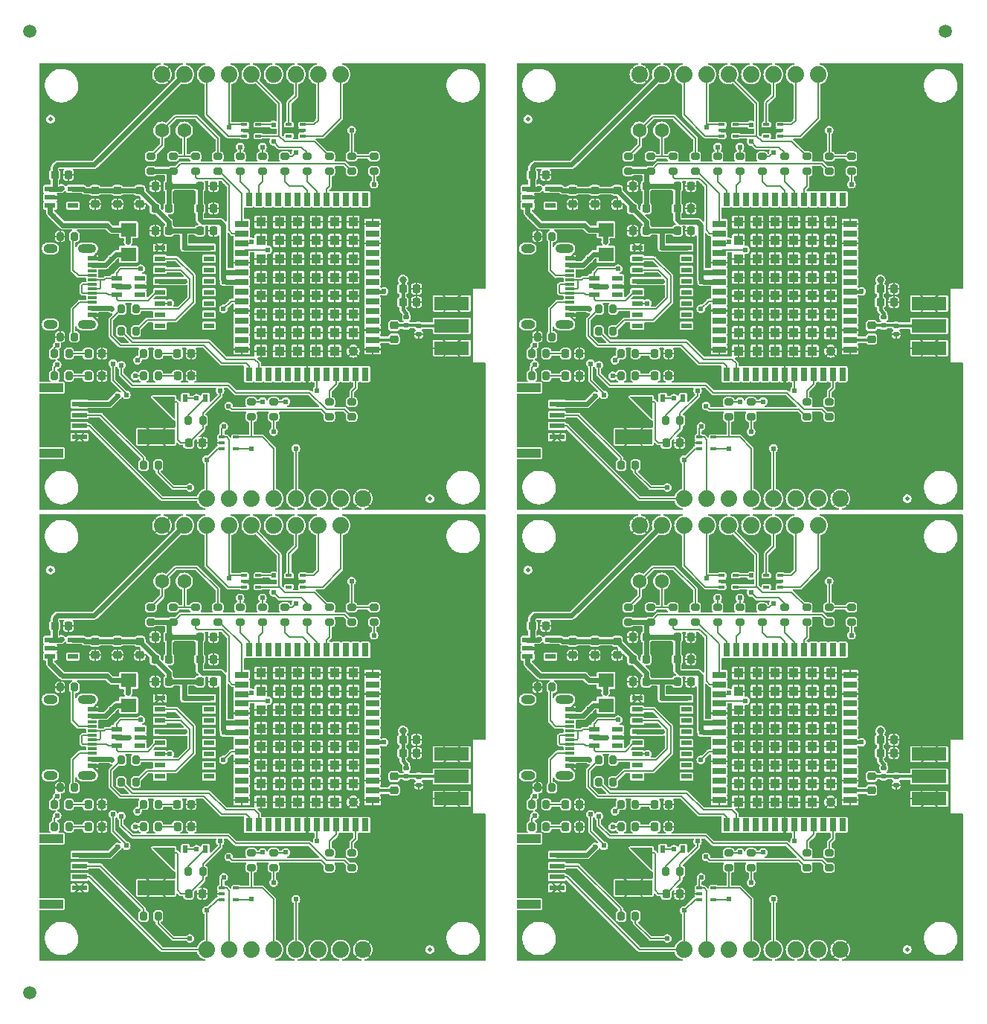
<source format=gtl>
%TF.GenerationSoftware,KiCad,Pcbnew,7.0.6*%
%TF.CreationDate,2023-09-18T12:37:54-06:00*%
%TF.ProjectId,SparkFun_GNSS_UM980_panelized,53706172-6b46-4756-9e5f-474e53535f55,rev?*%
%TF.SameCoordinates,Original*%
%TF.FileFunction,Copper,L1,Top*%
%TF.FilePolarity,Positive*%
%FSLAX46Y46*%
G04 Gerber Fmt 4.6, Leading zero omitted, Abs format (unit mm)*
G04 Created by KiCad (PCBNEW 7.0.6) date 2023-09-18 12:37:54*
%MOMM*%
%LPD*%
G01*
G04 APERTURE LIST*
G04 Aperture macros list*
%AMRoundRect*
0 Rectangle with rounded corners*
0 $1 Rounding radius*
0 $2 $3 $4 $5 $6 $7 $8 $9 X,Y pos of 4 corners*
0 Add a 4 corners polygon primitive as box body*
4,1,4,$2,$3,$4,$5,$6,$7,$8,$9,$2,$3,0*
0 Add four circle primitives for the rounded corners*
1,1,$1+$1,$2,$3*
1,1,$1+$1,$4,$5*
1,1,$1+$1,$6,$7*
1,1,$1+$1,$8,$9*
0 Add four rect primitives between the rounded corners*
20,1,$1+$1,$2,$3,$4,$5,0*
20,1,$1+$1,$4,$5,$6,$7,0*
20,1,$1+$1,$6,$7,$8,$9,0*
20,1,$1+$1,$8,$9,$2,$3,0*%
%AMFreePoly0*
4,1,4,0.655000,-1.932855,-1.830355,0.552500,0.655000,0.552500,0.655000,-1.932855,0.655000,-1.932855,$1*%
G04 Aperture macros list end*
%TA.AperFunction,SMDPad,CuDef*%
%ADD10C,1.500000*%
%TD*%
%TA.AperFunction,SMDPad,CuDef*%
%ADD11RoundRect,0.218750X0.218750X0.256250X-0.218750X0.256250X-0.218750X-0.256250X0.218750X-0.256250X0*%
%TD*%
%TA.AperFunction,SMDPad,CuDef*%
%ADD12RoundRect,0.200000X0.275000X-0.200000X0.275000X0.200000X-0.275000X0.200000X-0.275000X-0.200000X0*%
%TD*%
%TA.AperFunction,SMDPad,CuDef*%
%ADD13C,0.500000*%
%TD*%
%TA.AperFunction,SMDPad,CuDef*%
%ADD14RoundRect,0.200000X0.200000X0.275000X-0.200000X0.275000X-0.200000X-0.275000X0.200000X-0.275000X0*%
%TD*%
%TA.AperFunction,SMDPad,CuDef*%
%ADD15RoundRect,0.200000X-0.200000X-0.275000X0.200000X-0.275000X0.200000X0.275000X-0.200000X0.275000X0*%
%TD*%
%TA.AperFunction,SMDPad,CuDef*%
%ADD16RoundRect,0.225000X-0.250000X0.225000X-0.250000X-0.225000X0.250000X-0.225000X0.250000X0.225000X0*%
%TD*%
%TA.AperFunction,SMDPad,CuDef*%
%ADD17R,1.000000X0.300000*%
%TD*%
%TA.AperFunction,SMDPad,CuDef*%
%ADD18R,1.000000X0.600000*%
%TD*%
%TA.AperFunction,ComponentPad*%
%ADD19O,1.600000X1.000000*%
%TD*%
%TA.AperFunction,ComponentPad*%
%ADD20O,2.100000X1.000000*%
%TD*%
%TA.AperFunction,SMDPad,CuDef*%
%ADD21RoundRect,0.200000X-0.275000X0.200000X-0.275000X-0.200000X0.275000X-0.200000X0.275000X0.200000X0*%
%TD*%
%TA.AperFunction,SMDPad,CuDef*%
%ADD22R,1.700000X0.600000*%
%TD*%
%TA.AperFunction,SMDPad,CuDef*%
%ADD23R,2.700000X1.000000*%
%TD*%
%TA.AperFunction,SMDPad,CuDef*%
%ADD24R,0.630000X0.830000*%
%TD*%
%TA.AperFunction,ComponentPad*%
%ADD25C,1.879600*%
%TD*%
%TA.AperFunction,ComponentPad*%
%ADD26C,1.600000*%
%TD*%
%TA.AperFunction,SMDPad,CuDef*%
%ADD27RoundRect,0.225000X-0.225000X-0.250000X0.225000X-0.250000X0.225000X0.250000X-0.225000X0.250000X0*%
%TD*%
%TA.AperFunction,SMDPad,CuDef*%
%ADD28R,1.200000X0.600000*%
%TD*%
%TA.AperFunction,SMDPad,CuDef*%
%ADD29R,4.000000X1.500000*%
%TD*%
%TA.AperFunction,SMDPad,CuDef*%
%ADD30RoundRect,0.225000X0.225000X0.250000X-0.225000X0.250000X-0.225000X-0.250000X0.225000X-0.250000X0*%
%TD*%
%TA.AperFunction,SMDPad,CuDef*%
%ADD31R,1.200000X0.550000*%
%TD*%
%TA.AperFunction,SMDPad,CuDef*%
%ADD32R,1.800000X1.600000*%
%TD*%
%TA.AperFunction,SMDPad,CuDef*%
%ADD33R,0.700000X0.300000*%
%TD*%
%TA.AperFunction,SMDPad,CuDef*%
%ADD34FreePoly0,0.000000*%
%TD*%
%TA.AperFunction,SMDPad,CuDef*%
%ADD35R,4.200000X1.700000*%
%TD*%
%TA.AperFunction,SMDPad,CuDef*%
%ADD36RoundRect,0.140000X-0.170000X0.140000X-0.170000X-0.140000X0.170000X-0.140000X0.170000X0.140000X0*%
%TD*%
%TA.AperFunction,SMDPad,CuDef*%
%ADD37RoundRect,0.140000X0.170000X-0.140000X0.170000X0.140000X-0.170000X0.140000X-0.170000X-0.140000X0*%
%TD*%
%TA.AperFunction,SMDPad,CuDef*%
%ADD38R,1.500000X0.800000*%
%TD*%
%TA.AperFunction,SMDPad,CuDef*%
%ADD39R,0.800000X1.500000*%
%TD*%
%TA.AperFunction,SMDPad,CuDef*%
%ADD40R,1.100000X1.100000*%
%TD*%
%TA.AperFunction,SMDPad,CuDef*%
%ADD41C,1.100000*%
%TD*%
%TA.AperFunction,ViaPad*%
%ADD42C,0.609600*%
%TD*%
%TA.AperFunction,ViaPad*%
%ADD43C,0.800000*%
%TD*%
%TA.AperFunction,Conductor*%
%ADD44C,0.406400*%
%TD*%
%TA.AperFunction,Conductor*%
%ADD45C,0.177800*%
%TD*%
%TA.AperFunction,Conductor*%
%ADD46C,0.348996*%
%TD*%
%TA.AperFunction,Conductor*%
%ADD47C,0.558800*%
%TD*%
%TA.AperFunction,Conductor*%
%ADD48C,0.250000*%
%TD*%
G04 APERTURE END LIST*
D10*
%TO.P,,*%
%TO.N,*%
X-1048000Y-3675000D03*
%TD*%
D11*
%TO.P,D4,1,K*%
%TO.N,GND*%
X61485500Y66540000D03*
%TO.P,D4,2,A*%
%TO.N,Net-(D4-A)*%
X59910500Y66540000D03*
%TD*%
%TO.P,D4,1,K*%
%TO.N,GND*%
X61485500Y15240000D03*
%TO.P,D4,2,A*%
%TO.N,Net-(D4-A)*%
X59910500Y15240000D03*
%TD*%
%TO.P,D4,1,K*%
%TO.N,GND*%
X7137500Y66540000D03*
%TO.P,D4,2,A*%
%TO.N,Net-(D4-A)*%
X5562500Y66540000D03*
%TD*%
%TO.P,D4,1,K*%
%TO.N,GND*%
X7137500Y15240000D03*
%TO.P,D4,2,A*%
%TO.N,Net-(D4-A)*%
X5562500Y15240000D03*
%TD*%
D12*
%TO.P,R12,1*%
%TO.N,+3.3V_A*%
X89908000Y38545000D03*
%TO.P,R12,2*%
%TO.N,~{RESET}*%
X89908000Y40195000D03*
%TD*%
%TO.P,R12,1*%
%TO.N,+3.3V_A*%
X35560000Y89845000D03*
%TO.P,R12,2*%
%TO.N,~{RESET}*%
X35560000Y91495000D03*
%TD*%
%TO.P,R12,1*%
%TO.N,+3.3V_A*%
X89908000Y89845000D03*
%TO.P,R12,2*%
%TO.N,~{RESET}*%
X89908000Y91495000D03*
%TD*%
%TO.P,R12,1*%
%TO.N,+3.3V_A*%
X35560000Y38545000D03*
%TO.P,R12,2*%
%TO.N,~{RESET}*%
X35560000Y40195000D03*
%TD*%
D13*
%TO.P,FID3,*%
%TO.N,*%
X1270000Y95750000D03*
%TD*%
%TO.P,FID3,*%
%TO.N,*%
X55618000Y95750000D03*
%TD*%
%TO.P,FID3,*%
%TO.N,*%
X55618000Y44450000D03*
%TD*%
%TO.P,FID3,*%
%TO.N,*%
X1270000Y44450000D03*
%TD*%
D12*
%TO.P,R28,1*%
%TO.N,Net-(U5-RTK_STAT)*%
X84828000Y89845000D03*
%TO.P,R28,2*%
%TO.N,RTK_STAT*%
X84828000Y91495000D03*
%TD*%
%TO.P,R28,1*%
%TO.N,Net-(U5-RTK_STAT)*%
X30480000Y89845000D03*
%TO.P,R28,2*%
%TO.N,RTK_STAT*%
X30480000Y91495000D03*
%TD*%
%TO.P,R28,1*%
%TO.N,Net-(U5-RTK_STAT)*%
X84828000Y38545000D03*
%TO.P,R28,2*%
%TO.N,RTK_STAT*%
X84828000Y40195000D03*
%TD*%
%TO.P,R28,1*%
%TO.N,Net-(U5-RTK_STAT)*%
X30480000Y38545000D03*
%TO.P,R28,2*%
%TO.N,RTK_STAT*%
X30480000Y40195000D03*
%TD*%
D14*
%TO.P,R8,1*%
%TO.N,RXD2*%
X67873000Y5080000D03*
%TO.P,R8,2*%
%TO.N,Net-(J6-Pin_2)*%
X66223000Y5080000D03*
%TD*%
%TO.P,R8,1*%
%TO.N,RXD2*%
X67873000Y56380000D03*
%TO.P,R8,2*%
%TO.N,Net-(J6-Pin_2)*%
X66223000Y56380000D03*
%TD*%
%TO.P,R8,1*%
%TO.N,RXD2*%
X13525000Y56380000D03*
%TO.P,R8,2*%
%TO.N,Net-(J6-Pin_2)*%
X11875000Y56380000D03*
%TD*%
%TO.P,R8,1*%
%TO.N,RXD2*%
X13525000Y5080000D03*
%TO.P,R8,2*%
%TO.N,Net-(J6-Pin_2)*%
X11875000Y5080000D03*
%TD*%
D12*
%TO.P,R34,1*%
%TO.N,Net-(U5-~{RESET})*%
X92448000Y38545000D03*
%TO.P,R34,2*%
%TO.N,~{RESET}*%
X92448000Y40195000D03*
%TD*%
%TO.P,R34,1*%
%TO.N,Net-(U5-~{RESET})*%
X92448000Y89845000D03*
%TO.P,R34,2*%
%TO.N,~{RESET}*%
X92448000Y91495000D03*
%TD*%
%TO.P,R34,1*%
%TO.N,Net-(U5-~{RESET})*%
X38100000Y89845000D03*
%TO.P,R34,2*%
%TO.N,~{RESET}*%
X38100000Y91495000D03*
%TD*%
%TO.P,R34,1*%
%TO.N,Net-(U5-~{RESET})*%
X38100000Y38545000D03*
%TO.P,R34,2*%
%TO.N,~{RESET}*%
X38100000Y40195000D03*
%TD*%
D15*
%TO.P,R3,1*%
%TO.N,Net-(JP5-A)*%
X66223000Y15240000D03*
%TO.P,R3,2*%
%TO.N,Net-(D2-A)*%
X67873000Y15240000D03*
%TD*%
%TO.P,R3,1*%
%TO.N,Net-(JP5-A)*%
X66223000Y66540000D03*
%TO.P,R3,2*%
%TO.N,Net-(D2-A)*%
X67873000Y66540000D03*
%TD*%
%TO.P,R3,1*%
%TO.N,Net-(JP5-A)*%
X11875000Y66540000D03*
%TO.P,R3,2*%
%TO.N,Net-(D2-A)*%
X13525000Y66540000D03*
%TD*%
%TO.P,R3,1*%
%TO.N,Net-(JP5-A)*%
X11875000Y15240000D03*
%TO.P,R3,2*%
%TO.N,Net-(D2-A)*%
X13525000Y15240000D03*
%TD*%
D16*
%TO.P,C5,1*%
%TO.N,+3.3V*%
X8890000Y87635000D03*
%TO.P,C5,2*%
%TO.N,GND*%
X8890000Y86085000D03*
%TD*%
%TO.P,C5,1*%
%TO.N,+3.3V*%
X63238000Y87635000D03*
%TO.P,C5,2*%
%TO.N,GND*%
X63238000Y86085000D03*
%TD*%
%TO.P,C5,1*%
%TO.N,+3.3V*%
X63238000Y36335000D03*
%TO.P,C5,2*%
%TO.N,GND*%
X63238000Y34785000D03*
%TD*%
%TO.P,C5,1*%
%TO.N,+3.3V*%
X8890000Y36335000D03*
%TO.P,C5,2*%
%TO.N,GND*%
X8890000Y34785000D03*
%TD*%
D15*
%TO.P,R6,1*%
%TO.N,Net-(JP4-A)*%
X11875000Y69100000D03*
%TO.P,R6,2*%
%TO.N,Net-(D3-A)*%
X13525000Y69100000D03*
%TD*%
%TO.P,R6,1*%
%TO.N,Net-(JP4-A)*%
X66223000Y17800000D03*
%TO.P,R6,2*%
%TO.N,Net-(D3-A)*%
X67873000Y17800000D03*
%TD*%
%TO.P,R6,1*%
%TO.N,Net-(JP4-A)*%
X66223000Y69100000D03*
%TO.P,R6,2*%
%TO.N,Net-(D3-A)*%
X67873000Y69100000D03*
%TD*%
%TO.P,R6,1*%
%TO.N,Net-(JP4-A)*%
X11875000Y17800000D03*
%TO.P,R6,2*%
%TO.N,Net-(D3-A)*%
X13525000Y17800000D03*
%TD*%
%TO.P,R15,1*%
%TO.N,Net-(U5-TXD1)*%
X63683000Y22860000D03*
%TO.P,R15,2*%
%TO.N,TXD1*%
X65333000Y22860000D03*
%TD*%
%TO.P,R15,1*%
%TO.N,Net-(U5-TXD1)*%
X9335000Y74160000D03*
%TO.P,R15,2*%
%TO.N,TXD1*%
X10985000Y74160000D03*
%TD*%
%TO.P,R15,1*%
%TO.N,Net-(U5-TXD1)*%
X63683000Y74160000D03*
%TO.P,R15,2*%
%TO.N,TXD1*%
X65333000Y74160000D03*
%TD*%
%TO.P,R15,1*%
%TO.N,Net-(U5-TXD1)*%
X9335000Y22860000D03*
%TO.P,R15,2*%
%TO.N,TXD1*%
X10985000Y22860000D03*
%TD*%
D17*
%TO.P,J1,A5,CC1*%
%TO.N,Net-(J1-CC1)*%
X60358000Y26650000D03*
%TO.P,J1,A6,D+*%
%TO.N,/D+*%
X60358000Y25650000D03*
%TO.P,J1,A7,D-*%
%TO.N,/D-*%
X60358000Y25150000D03*
%TO.P,J1,A8,NC*%
%TO.N,unconnected-(J1-NC-PadA8)*%
X60358000Y24150000D03*
%TO.P,J1,B5,CC2*%
%TO.N,Net-(J1-CC2)*%
X60358000Y23650000D03*
%TO.P,J1,B6,D+*%
%TO.N,/D+*%
X60358000Y24650000D03*
%TO.P,J1,B7,D-*%
%TO.N,/D-*%
X60358000Y26150000D03*
%TO.P,J1,B8,NC*%
%TO.N,unconnected-(J1-NC-PadB8)*%
X60358000Y27150000D03*
D18*
%TO.P,J1,GND,GND*%
%TO.N,GND*%
X60358000Y28625000D03*
X60358000Y22175000D03*
D19*
%TO.P,J1,NC1,NC*%
%TO.N,unconnected-(J1-NC-PadNC1)*%
X55603000Y29718000D03*
D20*
%TO.P,J1,NC2,NC*%
%TO.N,unconnected-(J1-NC-PadNC2)*%
X59783000Y29718000D03*
%TO.P,J1,NC3,NC*%
%TO.N,unconnected-(J1-NC-PadNC3)*%
X59783000Y21082000D03*
D19*
%TO.P,J1,S,SHIELD*%
%TO.N,Net-(J1-SHIELD)*%
X55603000Y21082000D03*
D18*
%TO.P,J1,VBUS,VBUS*%
%TO.N,Net-(F1-Pad1)*%
X60358000Y27850000D03*
X60358000Y22950000D03*
%TD*%
D17*
%TO.P,J1,A5,CC1*%
%TO.N,Net-(J1-CC1)*%
X60358000Y77950000D03*
%TO.P,J1,A6,D+*%
%TO.N,/D+*%
X60358000Y76950000D03*
%TO.P,J1,A7,D-*%
%TO.N,/D-*%
X60358000Y76450000D03*
%TO.P,J1,A8,NC*%
%TO.N,unconnected-(J1-NC-PadA8)*%
X60358000Y75450000D03*
%TO.P,J1,B5,CC2*%
%TO.N,Net-(J1-CC2)*%
X60358000Y74950000D03*
%TO.P,J1,B6,D+*%
%TO.N,/D+*%
X60358000Y75950000D03*
%TO.P,J1,B7,D-*%
%TO.N,/D-*%
X60358000Y77450000D03*
%TO.P,J1,B8,NC*%
%TO.N,unconnected-(J1-NC-PadB8)*%
X60358000Y78450000D03*
D18*
%TO.P,J1,GND,GND*%
%TO.N,GND*%
X60358000Y79925000D03*
X60358000Y73475000D03*
D19*
%TO.P,J1,NC1,NC*%
%TO.N,unconnected-(J1-NC-PadNC1)*%
X55603000Y81018000D03*
D20*
%TO.P,J1,NC2,NC*%
%TO.N,unconnected-(J1-NC-PadNC2)*%
X59783000Y81018000D03*
%TO.P,J1,NC3,NC*%
%TO.N,unconnected-(J1-NC-PadNC3)*%
X59783000Y72382000D03*
D19*
%TO.P,J1,S,SHIELD*%
%TO.N,Net-(J1-SHIELD)*%
X55603000Y72382000D03*
D18*
%TO.P,J1,VBUS,VBUS*%
%TO.N,Net-(F1-Pad1)*%
X60358000Y79150000D03*
X60358000Y74250000D03*
%TD*%
D17*
%TO.P,J1,A5,CC1*%
%TO.N,Net-(J1-CC1)*%
X6010000Y77950000D03*
%TO.P,J1,A6,D+*%
%TO.N,/D+*%
X6010000Y76950000D03*
%TO.P,J1,A7,D-*%
%TO.N,/D-*%
X6010000Y76450000D03*
%TO.P,J1,A8,NC*%
%TO.N,unconnected-(J1-NC-PadA8)*%
X6010000Y75450000D03*
%TO.P,J1,B5,CC2*%
%TO.N,Net-(J1-CC2)*%
X6010000Y74950000D03*
%TO.P,J1,B6,D+*%
%TO.N,/D+*%
X6010000Y75950000D03*
%TO.P,J1,B7,D-*%
%TO.N,/D-*%
X6010000Y77450000D03*
%TO.P,J1,B8,NC*%
%TO.N,unconnected-(J1-NC-PadB8)*%
X6010000Y78450000D03*
D18*
%TO.P,J1,GND,GND*%
%TO.N,GND*%
X6010000Y79925000D03*
X6010000Y73475000D03*
D19*
%TO.P,J1,NC1,NC*%
%TO.N,unconnected-(J1-NC-PadNC1)*%
X1255000Y81018000D03*
D20*
%TO.P,J1,NC2,NC*%
%TO.N,unconnected-(J1-NC-PadNC2)*%
X5435000Y81018000D03*
%TO.P,J1,NC3,NC*%
%TO.N,unconnected-(J1-NC-PadNC3)*%
X5435000Y72382000D03*
D19*
%TO.P,J1,S,SHIELD*%
%TO.N,Net-(J1-SHIELD)*%
X1255000Y72382000D03*
D18*
%TO.P,J1,VBUS,VBUS*%
%TO.N,Net-(F1-Pad1)*%
X6010000Y79150000D03*
X6010000Y74250000D03*
%TD*%
D17*
%TO.P,J1,A5,CC1*%
%TO.N,Net-(J1-CC1)*%
X6010000Y26650000D03*
%TO.P,J1,A6,D+*%
%TO.N,/D+*%
X6010000Y25650000D03*
%TO.P,J1,A7,D-*%
%TO.N,/D-*%
X6010000Y25150000D03*
%TO.P,J1,A8,NC*%
%TO.N,unconnected-(J1-NC-PadA8)*%
X6010000Y24150000D03*
%TO.P,J1,B5,CC2*%
%TO.N,Net-(J1-CC2)*%
X6010000Y23650000D03*
%TO.P,J1,B6,D+*%
%TO.N,/D+*%
X6010000Y24650000D03*
%TO.P,J1,B7,D-*%
%TO.N,/D-*%
X6010000Y26150000D03*
%TO.P,J1,B8,NC*%
%TO.N,unconnected-(J1-NC-PadB8)*%
X6010000Y27150000D03*
D18*
%TO.P,J1,GND,GND*%
%TO.N,GND*%
X6010000Y28625000D03*
X6010000Y22175000D03*
D19*
%TO.P,J1,NC1,NC*%
%TO.N,unconnected-(J1-NC-PadNC1)*%
X1255000Y29718000D03*
D20*
%TO.P,J1,NC2,NC*%
%TO.N,unconnected-(J1-NC-PadNC2)*%
X5435000Y29718000D03*
%TO.P,J1,NC3,NC*%
%TO.N,unconnected-(J1-NC-PadNC3)*%
X5435000Y21082000D03*
D19*
%TO.P,J1,S,SHIELD*%
%TO.N,Net-(J1-SHIELD)*%
X1255000Y21082000D03*
D18*
%TO.P,J1,VBUS,VBUS*%
%TO.N,Net-(F1-Pad1)*%
X6010000Y27850000D03*
X6010000Y22950000D03*
%TD*%
D21*
%TO.P,R20,1*%
%TO.N,Net-(U5-RXD3)*%
X26670000Y63555000D03*
%TO.P,R20,2*%
%TO.N,RXD3*%
X26670000Y61905000D03*
%TD*%
%TO.P,R20,1*%
%TO.N,Net-(U5-RXD3)*%
X81018000Y63555000D03*
%TO.P,R20,2*%
%TO.N,RXD3*%
X81018000Y61905000D03*
%TD*%
%TO.P,R20,1*%
%TO.N,Net-(U5-RXD3)*%
X81018000Y12255000D03*
%TO.P,R20,2*%
%TO.N,RXD3*%
X81018000Y10605000D03*
%TD*%
%TO.P,R20,1*%
%TO.N,Net-(U5-RXD3)*%
X26670000Y12255000D03*
%TO.P,R20,2*%
%TO.N,RXD3*%
X26670000Y10605000D03*
%TD*%
D12*
%TO.P,R18,1*%
%TO.N,Net-(U5-RXD2)*%
X79748000Y89845000D03*
%TO.P,R18,2*%
%TO.N,RXD2*%
X79748000Y91495000D03*
%TD*%
%TO.P,R18,1*%
%TO.N,Net-(U5-RXD2)*%
X25400000Y89845000D03*
%TO.P,R18,2*%
%TO.N,RXD2*%
X25400000Y91495000D03*
%TD*%
%TO.P,R18,1*%
%TO.N,Net-(U5-RXD2)*%
X79748000Y38545000D03*
%TO.P,R18,2*%
%TO.N,RXD2*%
X79748000Y40195000D03*
%TD*%
%TO.P,R18,1*%
%TO.N,Net-(U5-RXD2)*%
X25400000Y38545000D03*
%TO.P,R18,2*%
%TO.N,RXD2*%
X25400000Y40195000D03*
%TD*%
D22*
%TO.P,J6,1,Pin_1*%
%TO.N,Net-(J6-Pin_1)*%
X58918000Y63335000D03*
%TO.P,J6,2,Pin_2*%
%TO.N,Net-(J6-Pin_2)*%
X58918000Y62085000D03*
%TO.P,J6,3,Pin_3*%
%TO.N,TXD2*%
X58918000Y60835000D03*
%TO.P,J6,4,Pin_4*%
%TO.N,GND*%
X58918000Y59585000D03*
D23*
%TO.P,J6,NC1,NC*%
%TO.N,unconnected-(J6-NC-PadNC1)*%
X55718000Y57735000D03*
%TO.P,J6,NC2,NC*%
%TO.N,unconnected-(J6-NC-PadNC2)*%
X55718000Y65185000D03*
%TD*%
D22*
%TO.P,J6,1,Pin_1*%
%TO.N,Net-(J6-Pin_1)*%
X4570000Y63335000D03*
%TO.P,J6,2,Pin_2*%
%TO.N,Net-(J6-Pin_2)*%
X4570000Y62085000D03*
%TO.P,J6,3,Pin_3*%
%TO.N,TXD2*%
X4570000Y60835000D03*
%TO.P,J6,4,Pin_4*%
%TO.N,GND*%
X4570000Y59585000D03*
D23*
%TO.P,J6,NC1,NC*%
%TO.N,unconnected-(J6-NC-PadNC1)*%
X1370000Y57735000D03*
%TO.P,J6,NC2,NC*%
%TO.N,unconnected-(J6-NC-PadNC2)*%
X1370000Y65185000D03*
%TD*%
D22*
%TO.P,J6,1,Pin_1*%
%TO.N,Net-(J6-Pin_1)*%
X58918000Y12035000D03*
%TO.P,J6,2,Pin_2*%
%TO.N,Net-(J6-Pin_2)*%
X58918000Y10785000D03*
%TO.P,J6,3,Pin_3*%
%TO.N,TXD2*%
X58918000Y9535000D03*
%TO.P,J6,4,Pin_4*%
%TO.N,GND*%
X58918000Y8285000D03*
D23*
%TO.P,J6,NC1,NC*%
%TO.N,unconnected-(J6-NC-PadNC1)*%
X55718000Y6435000D03*
%TO.P,J6,NC2,NC*%
%TO.N,unconnected-(J6-NC-PadNC2)*%
X55718000Y13885000D03*
%TD*%
D22*
%TO.P,J6,1,Pin_1*%
%TO.N,Net-(J6-Pin_1)*%
X4570000Y12035000D03*
%TO.P,J6,2,Pin_2*%
%TO.N,Net-(J6-Pin_2)*%
X4570000Y10785000D03*
%TO.P,J6,3,Pin_3*%
%TO.N,TXD2*%
X4570000Y9535000D03*
%TO.P,J6,4,Pin_4*%
%TO.N,GND*%
X4570000Y8285000D03*
D23*
%TO.P,J6,NC1,NC*%
%TO.N,unconnected-(J6-NC-PadNC1)*%
X1370000Y6435000D03*
%TO.P,J6,NC2,NC*%
%TO.N,unconnected-(J6-NC-PadNC2)*%
X1370000Y13885000D03*
%TD*%
D12*
%TO.P,R29,1*%
%TO.N,Net-(U5-PVT_STAT)*%
X87368000Y38545000D03*
%TO.P,R29,2*%
%TO.N,PVT_STAT*%
X87368000Y40195000D03*
%TD*%
%TO.P,R29,1*%
%TO.N,Net-(U5-PVT_STAT)*%
X33020000Y89845000D03*
%TO.P,R29,2*%
%TO.N,PVT_STAT*%
X33020000Y91495000D03*
%TD*%
%TO.P,R29,1*%
%TO.N,Net-(U5-PVT_STAT)*%
X87368000Y89845000D03*
%TO.P,R29,2*%
%TO.N,PVT_STAT*%
X87368000Y91495000D03*
%TD*%
%TO.P,R29,1*%
%TO.N,Net-(U5-PVT_STAT)*%
X33020000Y38545000D03*
%TO.P,R29,2*%
%TO.N,PVT_STAT*%
X33020000Y40195000D03*
%TD*%
D21*
%TO.P,R19,1*%
%TO.N,Net-(U5-TXD3)*%
X24130000Y63555000D03*
%TO.P,R19,2*%
%TO.N,TXD3*%
X24130000Y61905000D03*
%TD*%
%TO.P,R19,1*%
%TO.N,Net-(U5-TXD3)*%
X78478000Y63555000D03*
%TO.P,R19,2*%
%TO.N,TXD3*%
X78478000Y61905000D03*
%TD*%
%TO.P,R19,1*%
%TO.N,Net-(U5-TXD3)*%
X78478000Y12255000D03*
%TO.P,R19,2*%
%TO.N,TXD3*%
X78478000Y10605000D03*
%TD*%
%TO.P,R19,1*%
%TO.N,Net-(U5-TXD3)*%
X24130000Y12255000D03*
%TO.P,R19,2*%
%TO.N,TXD3*%
X24130000Y10605000D03*
%TD*%
D24*
%TO.P,D5,A,A*%
%TO.N,+3.3V_A*%
X70978000Y64000000D03*
%TO.P,D5,C,C*%
%TO.N,Net-(D5-PadC)*%
X73278000Y64000000D03*
%TD*%
%TO.P,D5,A,A*%
%TO.N,+3.3V_A*%
X16630000Y64000000D03*
%TO.P,D5,C,C*%
%TO.N,Net-(D5-PadC)*%
X18930000Y64000000D03*
%TD*%
%TO.P,D5,A,A*%
%TO.N,+3.3V_A*%
X70978000Y12700000D03*
%TO.P,D5,C,C*%
%TO.N,Net-(D5-PadC)*%
X73278000Y12700000D03*
%TD*%
%TO.P,D5,A,A*%
%TO.N,+3.3V_A*%
X16630000Y12700000D03*
%TO.P,D5,C,C*%
%TO.N,Net-(D5-PadC)*%
X18930000Y12700000D03*
%TD*%
D12*
%TO.P,R13,1*%
%TO.N,+3.3V_A*%
X69588000Y89845000D03*
%TO.P,R13,2*%
%TO.N,Net-(R13-Pad2)*%
X69588000Y91495000D03*
%TD*%
%TO.P,R13,1*%
%TO.N,+3.3V_A*%
X15240000Y89845000D03*
%TO.P,R13,2*%
%TO.N,Net-(R13-Pad2)*%
X15240000Y91495000D03*
%TD*%
%TO.P,R13,1*%
%TO.N,+3.3V_A*%
X69588000Y38545000D03*
%TO.P,R13,2*%
%TO.N,Net-(R13-Pad2)*%
X69588000Y40195000D03*
%TD*%
%TO.P,R13,1*%
%TO.N,+3.3V_A*%
X15240000Y38545000D03*
%TO.P,R13,2*%
%TO.N,Net-(R13-Pad2)*%
X15240000Y40195000D03*
%TD*%
D25*
%TO.P,J8,1,Pin_1*%
%TO.N,V_ANT_EXT*%
X34290000Y100830000D03*
%TO.P,J8,2,Pin_2*%
%TO.N,~{RESET}*%
X31750000Y100830000D03*
%TO.P,J8,3,Pin_3*%
%TO.N,ERR_STAT*%
X29210000Y100830000D03*
%TO.P,J8,4,Pin_4*%
%TO.N,RTK_STAT*%
X26670000Y100830000D03*
%TO.P,J8,5,Pin_5*%
%TO.N,PVT_STAT*%
X24130000Y100830000D03*
%TO.P,J8,6,Pin_6*%
%TO.N,EVENT*%
X21590000Y100830000D03*
%TO.P,J8,7,Pin_7*%
%TO.N,PPS*%
X19050000Y100830000D03*
%TO.P,J8,8,Pin_8*%
%TO.N,+5V*%
X16510000Y100830000D03*
%TO.P,J8,9,Pin_9*%
%TO.N,GND*%
X13970000Y100830000D03*
%TD*%
%TO.P,J8,1,Pin_1*%
%TO.N,V_ANT_EXT*%
X88638000Y49530000D03*
%TO.P,J8,2,Pin_2*%
%TO.N,~{RESET}*%
X86098000Y49530000D03*
%TO.P,J8,3,Pin_3*%
%TO.N,ERR_STAT*%
X83558000Y49530000D03*
%TO.P,J8,4,Pin_4*%
%TO.N,RTK_STAT*%
X81018000Y49530000D03*
%TO.P,J8,5,Pin_5*%
%TO.N,PVT_STAT*%
X78478000Y49530000D03*
%TO.P,J8,6,Pin_6*%
%TO.N,EVENT*%
X75938000Y49530000D03*
%TO.P,J8,7,Pin_7*%
%TO.N,PPS*%
X73398000Y49530000D03*
%TO.P,J8,8,Pin_8*%
%TO.N,+5V*%
X70858000Y49530000D03*
%TO.P,J8,9,Pin_9*%
%TO.N,GND*%
X68318000Y49530000D03*
%TD*%
%TO.P,J8,1,Pin_1*%
%TO.N,V_ANT_EXT*%
X88638000Y100830000D03*
%TO.P,J8,2,Pin_2*%
%TO.N,~{RESET}*%
X86098000Y100830000D03*
%TO.P,J8,3,Pin_3*%
%TO.N,ERR_STAT*%
X83558000Y100830000D03*
%TO.P,J8,4,Pin_4*%
%TO.N,RTK_STAT*%
X81018000Y100830000D03*
%TO.P,J8,5,Pin_5*%
%TO.N,PVT_STAT*%
X78478000Y100830000D03*
%TO.P,J8,6,Pin_6*%
%TO.N,EVENT*%
X75938000Y100830000D03*
%TO.P,J8,7,Pin_7*%
%TO.N,PPS*%
X73398000Y100830000D03*
%TO.P,J8,8,Pin_8*%
%TO.N,+5V*%
X70858000Y100830000D03*
%TO.P,J8,9,Pin_9*%
%TO.N,GND*%
X68318000Y100830000D03*
%TD*%
%TO.P,J8,1,Pin_1*%
%TO.N,V_ANT_EXT*%
X34290000Y49530000D03*
%TO.P,J8,2,Pin_2*%
%TO.N,~{RESET}*%
X31750000Y49530000D03*
%TO.P,J8,3,Pin_3*%
%TO.N,ERR_STAT*%
X29210000Y49530000D03*
%TO.P,J8,4,Pin_4*%
%TO.N,RTK_STAT*%
X26670000Y49530000D03*
%TO.P,J8,5,Pin_5*%
%TO.N,PVT_STAT*%
X24130000Y49530000D03*
%TO.P,J8,6,Pin_6*%
%TO.N,EVENT*%
X21590000Y49530000D03*
%TO.P,J8,7,Pin_7*%
%TO.N,PPS*%
X19050000Y49530000D03*
%TO.P,J8,8,Pin_8*%
%TO.N,+5V*%
X16510000Y49530000D03*
%TO.P,J8,9,Pin_9*%
%TO.N,GND*%
X13970000Y49530000D03*
%TD*%
D14*
%TO.P,R2,1*%
%TO.N,Net-(J1-CC1)*%
X58348000Y82415000D03*
%TO.P,R2,2*%
%TO.N,GND*%
X56698000Y82415000D03*
%TD*%
%TO.P,R2,1*%
%TO.N,Net-(J1-CC1)*%
X4000000Y82415000D03*
%TO.P,R2,2*%
%TO.N,GND*%
X2350000Y82415000D03*
%TD*%
%TO.P,R2,1*%
%TO.N,Net-(J1-CC1)*%
X58348000Y31115000D03*
%TO.P,R2,2*%
%TO.N,GND*%
X56698000Y31115000D03*
%TD*%
%TO.P,R2,1*%
%TO.N,Net-(J1-CC1)*%
X4000000Y31115000D03*
%TO.P,R2,2*%
%TO.N,GND*%
X2350000Y31115000D03*
%TD*%
D15*
%TO.P,R5,1*%
%TO.N,Net-(JP3-A)*%
X56063000Y15240000D03*
%TO.P,R5,2*%
%TO.N,Net-(D4-A)*%
X57713000Y15240000D03*
%TD*%
%TO.P,R5,1*%
%TO.N,Net-(JP3-A)*%
X56063000Y66540000D03*
%TO.P,R5,2*%
%TO.N,Net-(D4-A)*%
X57713000Y66540000D03*
%TD*%
%TO.P,R5,1*%
%TO.N,Net-(JP3-A)*%
X1715000Y66540000D03*
%TO.P,R5,2*%
%TO.N,Net-(D4-A)*%
X3365000Y66540000D03*
%TD*%
%TO.P,R5,1*%
%TO.N,Net-(JP3-A)*%
X1715000Y15240000D03*
%TO.P,R5,2*%
%TO.N,Net-(D4-A)*%
X3365000Y15240000D03*
%TD*%
D26*
%TO.P,TP2,1,1*%
%TO.N,Net-(R14-Pad2)*%
X13970000Y94480000D03*
%TD*%
%TO.P,TP2,1,1*%
%TO.N,Net-(R14-Pad2)*%
X68318000Y94480000D03*
%TD*%
%TO.P,TP2,1,1*%
%TO.N,Net-(R14-Pad2)*%
X68318000Y43180000D03*
%TD*%
%TO.P,TP2,1,1*%
%TO.N,Net-(R14-Pad2)*%
X13970000Y43180000D03*
%TD*%
D11*
%TO.P,D1,1,K*%
%TO.N,GND*%
X61485500Y17780000D03*
%TO.P,D1,2,A*%
%TO.N,Net-(D1-A)*%
X59910500Y17780000D03*
%TD*%
%TO.P,D1,1,K*%
%TO.N,GND*%
X7137500Y69080000D03*
%TO.P,D1,2,A*%
%TO.N,Net-(D1-A)*%
X5562500Y69080000D03*
%TD*%
%TO.P,D1,1,K*%
%TO.N,GND*%
X61485500Y69080000D03*
%TO.P,D1,2,A*%
%TO.N,Net-(D1-A)*%
X59910500Y69080000D03*
%TD*%
%TO.P,D1,1,K*%
%TO.N,GND*%
X7137500Y17780000D03*
%TO.P,D1,2,A*%
%TO.N,Net-(D1-A)*%
X5562500Y17780000D03*
%TD*%
D15*
%TO.P,R4,1*%
%TO.N,Net-(JP2-A)*%
X1715000Y69080000D03*
%TO.P,R4,2*%
%TO.N,Net-(D1-A)*%
X3365000Y69080000D03*
%TD*%
%TO.P,R4,1*%
%TO.N,Net-(JP2-A)*%
X56063000Y69080000D03*
%TO.P,R4,2*%
%TO.N,Net-(D1-A)*%
X57713000Y69080000D03*
%TD*%
%TO.P,R4,1*%
%TO.N,Net-(JP2-A)*%
X56063000Y17780000D03*
%TO.P,R4,2*%
%TO.N,Net-(D1-A)*%
X57713000Y17780000D03*
%TD*%
%TO.P,R4,1*%
%TO.N,Net-(JP2-A)*%
X1715000Y17780000D03*
%TO.P,R4,2*%
%TO.N,Net-(D1-A)*%
X3365000Y17780000D03*
%TD*%
D16*
%TO.P,C2,1*%
%TO.N,+3.3V*%
X6350000Y87635000D03*
%TO.P,C2,2*%
%TO.N,GND*%
X6350000Y86085000D03*
%TD*%
%TO.P,C2,1*%
%TO.N,+3.3V*%
X60698000Y36335000D03*
%TO.P,C2,2*%
%TO.N,GND*%
X60698000Y34785000D03*
%TD*%
%TO.P,C2,1*%
%TO.N,+3.3V*%
X60698000Y87635000D03*
%TO.P,C2,2*%
%TO.N,GND*%
X60698000Y86085000D03*
%TD*%
%TO.P,C2,1*%
%TO.N,+3.3V*%
X6350000Y36335000D03*
%TO.P,C2,2*%
%TO.N,GND*%
X6350000Y34785000D03*
%TD*%
D11*
%TO.P,D2,1,K*%
%TO.N,GND*%
X17297500Y66540000D03*
%TO.P,D2,2,A*%
%TO.N,Net-(D2-A)*%
X15722500Y66540000D03*
%TD*%
%TO.P,D2,1,K*%
%TO.N,GND*%
X71645500Y15240000D03*
%TO.P,D2,2,A*%
%TO.N,Net-(D2-A)*%
X70070500Y15240000D03*
%TD*%
%TO.P,D2,1,K*%
%TO.N,GND*%
X71645500Y66540000D03*
%TO.P,D2,2,A*%
%TO.N,Net-(D2-A)*%
X70070500Y66540000D03*
%TD*%
%TO.P,D2,1,K*%
%TO.N,GND*%
X17297500Y15240000D03*
%TO.P,D2,2,A*%
%TO.N,Net-(D2-A)*%
X15722500Y15240000D03*
%TD*%
D10*
%TO.P,,*%
%TO.N,*%
X-1048000Y105775000D03*
%TD*%
D27*
%TO.P,L2,1,1*%
%TO.N,+3.3V*%
X67543000Y85590000D03*
%TO.P,L2,2,2*%
%TO.N,+3.3V_A*%
X69093000Y85590000D03*
%TD*%
%TO.P,L2,1,1*%
%TO.N,+3.3V*%
X13195000Y85590000D03*
%TO.P,L2,2,2*%
%TO.N,+3.3V_A*%
X14745000Y85590000D03*
%TD*%
%TO.P,L2,1,1*%
%TO.N,+3.3V*%
X67543000Y34290000D03*
%TO.P,L2,2,2*%
%TO.N,+3.3V_A*%
X69093000Y34290000D03*
%TD*%
%TO.P,L2,1,1*%
%TO.N,+3.3V*%
X13195000Y34290000D03*
%TO.P,L2,2,2*%
%TO.N,+3.3V_A*%
X14745000Y34290000D03*
%TD*%
D15*
%TO.P,R16,1*%
%TO.N,Net-(U5-RXD1)*%
X63683000Y20320000D03*
%TO.P,R16,2*%
%TO.N,RXD1*%
X65333000Y20320000D03*
%TD*%
%TO.P,R16,1*%
%TO.N,Net-(U5-RXD1)*%
X63683000Y71620000D03*
%TO.P,R16,2*%
%TO.N,RXD1*%
X65333000Y71620000D03*
%TD*%
%TO.P,R16,1*%
%TO.N,Net-(U5-RXD1)*%
X9335000Y71620000D03*
%TO.P,R16,2*%
%TO.N,RXD1*%
X10985000Y71620000D03*
%TD*%
%TO.P,R16,1*%
%TO.N,Net-(U5-RXD1)*%
X9335000Y20320000D03*
%TO.P,R16,2*%
%TO.N,RXD1*%
X10985000Y20320000D03*
%TD*%
D12*
%TO.P,R33,1*%
%TO.N,Net-(U5-BIF_29)*%
X72128000Y38545000D03*
%TO.P,R33,2*%
%TO.N,Net-(R13-Pad2)*%
X72128000Y40195000D03*
%TD*%
%TO.P,R33,1*%
%TO.N,Net-(U5-BIF_29)*%
X17780000Y89845000D03*
%TO.P,R33,2*%
%TO.N,Net-(R13-Pad2)*%
X17780000Y91495000D03*
%TD*%
%TO.P,R33,1*%
%TO.N,Net-(U5-BIF_29)*%
X72128000Y89845000D03*
%TO.P,R33,2*%
%TO.N,Net-(R13-Pad2)*%
X72128000Y91495000D03*
%TD*%
%TO.P,R33,1*%
%TO.N,Net-(U5-BIF_29)*%
X17780000Y38545000D03*
%TO.P,R33,2*%
%TO.N,Net-(R13-Pad2)*%
X17780000Y40195000D03*
%TD*%
D28*
%TO.P,U8,1,GND*%
%TO.N,GND*%
X13710000Y81145000D03*
%TO.P,U8,2,TXD*%
%TO.N,RXD1*%
X13710000Y79875000D03*
%TO.P,U8,3,RXD*%
%TO.N,TXD1*%
X13710000Y78605000D03*
%TO.P,U8,4,V3*%
%TO.N,+3.3V*%
X13710000Y77335000D03*
%TO.P,U8,5,UD+*%
%TO.N,/D+*%
X13710000Y76065000D03*
%TO.P,U8,6,UD-*%
%TO.N,/D-*%
X13710000Y74795000D03*
%TO.P,U8,7,NC*%
%TO.N,unconnected-(U8-NC-Pad7)*%
X13710000Y73525000D03*
%TO.P,U8,8,NC*%
%TO.N,unconnected-(U8-NC-Pad8)*%
X13710000Y72255000D03*
%TO.P,U8,9,~{CTS}*%
%TO.N,unconnected-(U8-~{CTS}-Pad9)*%
X19310000Y72255000D03*
%TO.P,U8,10,~{DSR}*%
%TO.N,unconnected-(U8-~{DSR}-Pad10)*%
X19310000Y73525000D03*
%TO.P,U8,11,~{RI}*%
%TO.N,unconnected-(U8-~{RI}-Pad11)*%
X19310000Y74795000D03*
%TO.P,U8,12,~{DCD}*%
%TO.N,unconnected-(U8-~{DCD}-Pad12)*%
X19310000Y76065000D03*
%TO.P,U8,13,~{DTR}*%
%TO.N,unconnected-(U8-~{DTR}-Pad13)*%
X19310000Y77335000D03*
%TO.P,U8,14,~{RTS}*%
%TO.N,unconnected-(U8-~{RTS}-Pad14)*%
X19310000Y78605000D03*
%TO.P,U8,15,R232*%
%TO.N,unconnected-(U8-R232-Pad15)*%
X19310000Y79875000D03*
%TO.P,U8,16,VCC*%
%TO.N,+3.3V*%
X19310000Y81145000D03*
%TD*%
%TO.P,U8,1,GND*%
%TO.N,GND*%
X68058000Y29845000D03*
%TO.P,U8,2,TXD*%
%TO.N,RXD1*%
X68058000Y28575000D03*
%TO.P,U8,3,RXD*%
%TO.N,TXD1*%
X68058000Y27305000D03*
%TO.P,U8,4,V3*%
%TO.N,+3.3V*%
X68058000Y26035000D03*
%TO.P,U8,5,UD+*%
%TO.N,/D+*%
X68058000Y24765000D03*
%TO.P,U8,6,UD-*%
%TO.N,/D-*%
X68058000Y23495000D03*
%TO.P,U8,7,NC*%
%TO.N,unconnected-(U8-NC-Pad7)*%
X68058000Y22225000D03*
%TO.P,U8,8,NC*%
%TO.N,unconnected-(U8-NC-Pad8)*%
X68058000Y20955000D03*
%TO.P,U8,9,~{CTS}*%
%TO.N,unconnected-(U8-~{CTS}-Pad9)*%
X73658000Y20955000D03*
%TO.P,U8,10,~{DSR}*%
%TO.N,unconnected-(U8-~{DSR}-Pad10)*%
X73658000Y22225000D03*
%TO.P,U8,11,~{RI}*%
%TO.N,unconnected-(U8-~{RI}-Pad11)*%
X73658000Y23495000D03*
%TO.P,U8,12,~{DCD}*%
%TO.N,unconnected-(U8-~{DCD}-Pad12)*%
X73658000Y24765000D03*
%TO.P,U8,13,~{DTR}*%
%TO.N,unconnected-(U8-~{DTR}-Pad13)*%
X73658000Y26035000D03*
%TO.P,U8,14,~{RTS}*%
%TO.N,unconnected-(U8-~{RTS}-Pad14)*%
X73658000Y27305000D03*
%TO.P,U8,15,R232*%
%TO.N,unconnected-(U8-R232-Pad15)*%
X73658000Y28575000D03*
%TO.P,U8,16,VCC*%
%TO.N,+3.3V*%
X73658000Y29845000D03*
%TD*%
%TO.P,U8,1,GND*%
%TO.N,GND*%
X68058000Y81145000D03*
%TO.P,U8,2,TXD*%
%TO.N,RXD1*%
X68058000Y79875000D03*
%TO.P,U8,3,RXD*%
%TO.N,TXD1*%
X68058000Y78605000D03*
%TO.P,U8,4,V3*%
%TO.N,+3.3V*%
X68058000Y77335000D03*
%TO.P,U8,5,UD+*%
%TO.N,/D+*%
X68058000Y76065000D03*
%TO.P,U8,6,UD-*%
%TO.N,/D-*%
X68058000Y74795000D03*
%TO.P,U8,7,NC*%
%TO.N,unconnected-(U8-NC-Pad7)*%
X68058000Y73525000D03*
%TO.P,U8,8,NC*%
%TO.N,unconnected-(U8-NC-Pad8)*%
X68058000Y72255000D03*
%TO.P,U8,9,~{CTS}*%
%TO.N,unconnected-(U8-~{CTS}-Pad9)*%
X73658000Y72255000D03*
%TO.P,U8,10,~{DSR}*%
%TO.N,unconnected-(U8-~{DSR}-Pad10)*%
X73658000Y73525000D03*
%TO.P,U8,11,~{RI}*%
%TO.N,unconnected-(U8-~{RI}-Pad11)*%
X73658000Y74795000D03*
%TO.P,U8,12,~{DCD}*%
%TO.N,unconnected-(U8-~{DCD}-Pad12)*%
X73658000Y76065000D03*
%TO.P,U8,13,~{DTR}*%
%TO.N,unconnected-(U8-~{DTR}-Pad13)*%
X73658000Y77335000D03*
%TO.P,U8,14,~{RTS}*%
%TO.N,unconnected-(U8-~{RTS}-Pad14)*%
X73658000Y78605000D03*
%TO.P,U8,15,R232*%
%TO.N,unconnected-(U8-R232-Pad15)*%
X73658000Y79875000D03*
%TO.P,U8,16,VCC*%
%TO.N,+3.3V*%
X73658000Y81145000D03*
%TD*%
%TO.P,U8,1,GND*%
%TO.N,GND*%
X13710000Y29845000D03*
%TO.P,U8,2,TXD*%
%TO.N,RXD1*%
X13710000Y28575000D03*
%TO.P,U8,3,RXD*%
%TO.N,TXD1*%
X13710000Y27305000D03*
%TO.P,U8,4,V3*%
%TO.N,+3.3V*%
X13710000Y26035000D03*
%TO.P,U8,5,UD+*%
%TO.N,/D+*%
X13710000Y24765000D03*
%TO.P,U8,6,UD-*%
%TO.N,/D-*%
X13710000Y23495000D03*
%TO.P,U8,7,NC*%
%TO.N,unconnected-(U8-NC-Pad7)*%
X13710000Y22225000D03*
%TO.P,U8,8,NC*%
%TO.N,unconnected-(U8-NC-Pad8)*%
X13710000Y20955000D03*
%TO.P,U8,9,~{CTS}*%
%TO.N,unconnected-(U8-~{CTS}-Pad9)*%
X19310000Y20955000D03*
%TO.P,U8,10,~{DSR}*%
%TO.N,unconnected-(U8-~{DSR}-Pad10)*%
X19310000Y22225000D03*
%TO.P,U8,11,~{RI}*%
%TO.N,unconnected-(U8-~{RI}-Pad11)*%
X19310000Y23495000D03*
%TO.P,U8,12,~{DCD}*%
%TO.N,unconnected-(U8-~{DCD}-Pad12)*%
X19310000Y24765000D03*
%TO.P,U8,13,~{DTR}*%
%TO.N,unconnected-(U8-~{DTR}-Pad13)*%
X19310000Y26035000D03*
%TO.P,U8,14,~{RTS}*%
%TO.N,unconnected-(U8-~{RTS}-Pad14)*%
X19310000Y27305000D03*
%TO.P,U8,15,R232*%
%TO.N,unconnected-(U8-R232-Pad15)*%
X19310000Y28575000D03*
%TO.P,U8,16,VCC*%
%TO.N,+3.3V*%
X19310000Y29845000D03*
%TD*%
D13*
%TO.P,FID4,*%
%TO.N,*%
X44450000Y52570000D03*
%TD*%
%TO.P,FID4,*%
%TO.N,*%
X98798000Y1270000D03*
%TD*%
%TO.P,FID4,*%
%TO.N,*%
X98798000Y52570000D03*
%TD*%
%TO.P,FID4,*%
%TO.N,*%
X44450000Y1270000D03*
%TD*%
D27*
%TO.P,C15,1*%
%TO.N,+3.3V_A*%
X18275000Y85590000D03*
%TO.P,C15,2*%
%TO.N,GND*%
X19825000Y85590000D03*
%TD*%
%TO.P,C15,1*%
%TO.N,+3.3V_A*%
X72623000Y34290000D03*
%TO.P,C15,2*%
%TO.N,GND*%
X74173000Y34290000D03*
%TD*%
%TO.P,C15,1*%
%TO.N,+3.3V_A*%
X72623000Y85590000D03*
%TO.P,C15,2*%
%TO.N,GND*%
X74173000Y85590000D03*
%TD*%
%TO.P,C15,1*%
%TO.N,+3.3V_A*%
X18275000Y34290000D03*
%TO.P,C15,2*%
%TO.N,GND*%
X19825000Y34290000D03*
%TD*%
D29*
%TO.P,J5,1,1*%
%TO.N,GND*%
X46953150Y74795000D03*
%TO.P,J5,3,3*%
X46953150Y69715000D03*
%TO.P,J5,SIG,In*%
%TO.N,Net-(D6-A2)*%
X46953150Y72255000D03*
%TD*%
%TO.P,J5,1,1*%
%TO.N,GND*%
X101301150Y23495000D03*
%TO.P,J5,3,3*%
X101301150Y18415000D03*
%TO.P,J5,SIG,In*%
%TO.N,Net-(D6-A2)*%
X101301150Y20955000D03*
%TD*%
%TO.P,J5,1,1*%
%TO.N,GND*%
X101301150Y74795000D03*
%TO.P,J5,3,3*%
X101301150Y69715000D03*
%TO.P,J5,SIG,In*%
%TO.N,Net-(D6-A2)*%
X101301150Y72255000D03*
%TD*%
%TO.P,J5,1,1*%
%TO.N,GND*%
X46953150Y23495000D03*
%TO.P,J5,3,3*%
X46953150Y18415000D03*
%TO.P,J5,SIG,In*%
%TO.N,Net-(D6-A2)*%
X46953150Y20955000D03*
%TD*%
D30*
%TO.P,C16,1*%
%TO.N,+3.3V_A*%
X69093000Y88130000D03*
%TO.P,C16,2*%
%TO.N,GND*%
X67543000Y88130000D03*
%TD*%
%TO.P,C16,1*%
%TO.N,+3.3V_A*%
X14745000Y88130000D03*
%TO.P,C16,2*%
%TO.N,GND*%
X13195000Y88130000D03*
%TD*%
%TO.P,C16,1*%
%TO.N,+3.3V_A*%
X69093000Y36830000D03*
%TO.P,C16,2*%
%TO.N,GND*%
X67543000Y36830000D03*
%TD*%
%TO.P,C16,1*%
%TO.N,+3.3V_A*%
X14745000Y36830000D03*
%TO.P,C16,2*%
%TO.N,GND*%
X13195000Y36830000D03*
%TD*%
D14*
%TO.P,R1,1*%
%TO.N,Net-(J1-CC2)*%
X4000000Y70985000D03*
%TO.P,R1,2*%
%TO.N,GND*%
X2350000Y70985000D03*
%TD*%
%TO.P,R1,1*%
%TO.N,Net-(J1-CC2)*%
X58348000Y19685000D03*
%TO.P,R1,2*%
%TO.N,GND*%
X56698000Y19685000D03*
%TD*%
%TO.P,R1,1*%
%TO.N,Net-(J1-CC2)*%
X58348000Y70985000D03*
%TO.P,R1,2*%
%TO.N,GND*%
X56698000Y70985000D03*
%TD*%
%TO.P,R1,1*%
%TO.N,Net-(J1-CC2)*%
X4000000Y19685000D03*
%TO.P,R1,2*%
%TO.N,GND*%
X2350000Y19685000D03*
%TD*%
D25*
%TO.P,J7,1,Pin_1*%
%TO.N,unconnected-(J7-Pin_1-Pad1)*%
X78478000Y1270000D03*
%TO.P,J7,2,Pin_2*%
%TO.N,TXD3*%
X81018000Y1270000D03*
%TO.P,J7,3,Pin_3*%
%TO.N,RXD3*%
X83558000Y1270000D03*
%TO.P,J7,4,Pin_4*%
%TO.N,Net-(J7-Pin_4)*%
X86098000Y1270000D03*
%TO.P,J7,5,Pin_5*%
%TO.N,unconnected-(J7-Pin_5-Pad5)*%
X88638000Y1270000D03*
%TO.P,J7,6,Pin_6*%
%TO.N,GND*%
X91178000Y1270000D03*
%TD*%
%TO.P,J7,1,Pin_1*%
%TO.N,unconnected-(J7-Pin_1-Pad1)*%
X24130000Y52570000D03*
%TO.P,J7,2,Pin_2*%
%TO.N,TXD3*%
X26670000Y52570000D03*
%TO.P,J7,3,Pin_3*%
%TO.N,RXD3*%
X29210000Y52570000D03*
%TO.P,J7,4,Pin_4*%
%TO.N,Net-(J7-Pin_4)*%
X31750000Y52570000D03*
%TO.P,J7,5,Pin_5*%
%TO.N,unconnected-(J7-Pin_5-Pad5)*%
X34290000Y52570000D03*
%TO.P,J7,6,Pin_6*%
%TO.N,GND*%
X36830000Y52570000D03*
%TD*%
%TO.P,J7,1,Pin_1*%
%TO.N,unconnected-(J7-Pin_1-Pad1)*%
X78478000Y52570000D03*
%TO.P,J7,2,Pin_2*%
%TO.N,TXD3*%
X81018000Y52570000D03*
%TO.P,J7,3,Pin_3*%
%TO.N,RXD3*%
X83558000Y52570000D03*
%TO.P,J7,4,Pin_4*%
%TO.N,Net-(J7-Pin_4)*%
X86098000Y52570000D03*
%TO.P,J7,5,Pin_5*%
%TO.N,unconnected-(J7-Pin_5-Pad5)*%
X88638000Y52570000D03*
%TO.P,J7,6,Pin_6*%
%TO.N,GND*%
X91178000Y52570000D03*
%TD*%
%TO.P,J7,1,Pin_1*%
%TO.N,unconnected-(J7-Pin_1-Pad1)*%
X24130000Y1270000D03*
%TO.P,J7,2,Pin_2*%
%TO.N,TXD3*%
X26670000Y1270000D03*
%TO.P,J7,3,Pin_3*%
%TO.N,RXD3*%
X29210000Y1270000D03*
%TO.P,J7,4,Pin_4*%
%TO.N,Net-(J7-Pin_4)*%
X31750000Y1270000D03*
%TO.P,J7,5,Pin_5*%
%TO.N,unconnected-(J7-Pin_5-Pad5)*%
X34290000Y1270000D03*
%TO.P,J7,6,Pin_6*%
%TO.N,GND*%
X36830000Y1270000D03*
%TD*%
D31*
%TO.P,U2,1,VIN*%
%TO.N,+5V*%
X1239900Y87810000D03*
%TO.P,U2,2,GND*%
%TO.N,GND*%
X1239900Y86860000D03*
%TO.P,U2,3,EN*%
%TO.N,+5V*%
X1239900Y85910000D03*
%TO.P,U2,4,NC*%
%TO.N,unconnected-(U2-NC-Pad4)*%
X3840100Y85910000D03*
%TO.P,U2,5,VOUT*%
%TO.N,+3.3V*%
X3840100Y87810000D03*
%TD*%
%TO.P,U2,1,VIN*%
%TO.N,+5V*%
X55587900Y87810000D03*
%TO.P,U2,2,GND*%
%TO.N,GND*%
X55587900Y86860000D03*
%TO.P,U2,3,EN*%
%TO.N,+5V*%
X55587900Y85910000D03*
%TO.P,U2,4,NC*%
%TO.N,unconnected-(U2-NC-Pad4)*%
X58188100Y85910000D03*
%TO.P,U2,5,VOUT*%
%TO.N,+3.3V*%
X58188100Y87810000D03*
%TD*%
%TO.P,U2,1,VIN*%
%TO.N,+5V*%
X55587900Y36510000D03*
%TO.P,U2,2,GND*%
%TO.N,GND*%
X55587900Y35560000D03*
%TO.P,U2,3,EN*%
%TO.N,+5V*%
X55587900Y34610000D03*
%TO.P,U2,4,NC*%
%TO.N,unconnected-(U2-NC-Pad4)*%
X58188100Y34610000D03*
%TO.P,U2,5,VOUT*%
%TO.N,+3.3V*%
X58188100Y36510000D03*
%TD*%
%TO.P,U2,1,VIN*%
%TO.N,+5V*%
X1239900Y36510000D03*
%TO.P,U2,2,GND*%
%TO.N,GND*%
X1239900Y35560000D03*
%TO.P,U2,3,EN*%
%TO.N,+5V*%
X1239900Y34610000D03*
%TO.P,U2,4,NC*%
%TO.N,unconnected-(U2-NC-Pad4)*%
X3840100Y34610000D03*
%TO.P,U2,5,VOUT*%
%TO.N,+3.3V*%
X3840100Y36510000D03*
%TD*%
D27*
%TO.P,C4,1*%
%TO.N,ANT_BIAS*%
X41389000Y76446000D03*
%TO.P,C4,2*%
%TO.N,GND*%
X42939000Y76446000D03*
%TD*%
%TO.P,C4,1*%
%TO.N,ANT_BIAS*%
X95737000Y25146000D03*
%TO.P,C4,2*%
%TO.N,GND*%
X97287000Y25146000D03*
%TD*%
%TO.P,C4,1*%
%TO.N,ANT_BIAS*%
X95737000Y76446000D03*
%TO.P,C4,2*%
%TO.N,GND*%
X97287000Y76446000D03*
%TD*%
%TO.P,C4,1*%
%TO.N,ANT_BIAS*%
X41389000Y25146000D03*
%TO.P,C4,2*%
%TO.N,GND*%
X42939000Y25146000D03*
%TD*%
D26*
%TO.P,TP1,1,1*%
%TO.N,Net-(R13-Pad2)*%
X16510000Y94480000D03*
%TD*%
%TO.P,TP1,1,1*%
%TO.N,Net-(R13-Pad2)*%
X70858000Y43180000D03*
%TD*%
%TO.P,TP1,1,1*%
%TO.N,Net-(R13-Pad2)*%
X70858000Y94480000D03*
%TD*%
%TO.P,TP1,1,1*%
%TO.N,Net-(R13-Pad2)*%
X16510000Y43180000D03*
%TD*%
D12*
%TO.P,R27,1*%
%TO.N,Net-(U5-ERR_STAT)*%
X27940000Y89845000D03*
%TO.P,R27,2*%
%TO.N,ERR_STAT*%
X27940000Y91495000D03*
%TD*%
%TO.P,R27,1*%
%TO.N,Net-(U5-ERR_STAT)*%
X82288000Y38545000D03*
%TO.P,R27,2*%
%TO.N,ERR_STAT*%
X82288000Y40195000D03*
%TD*%
%TO.P,R27,1*%
%TO.N,Net-(U5-ERR_STAT)*%
X82288000Y89845000D03*
%TO.P,R27,2*%
%TO.N,ERR_STAT*%
X82288000Y91495000D03*
%TD*%
%TO.P,R27,1*%
%TO.N,Net-(U5-ERR_STAT)*%
X27940000Y38545000D03*
%TO.P,R27,2*%
%TO.N,ERR_STAT*%
X27940000Y40195000D03*
%TD*%
D16*
%TO.P,C8,1*%
%TO.N,+3.3V*%
X11430000Y87635000D03*
%TO.P,C8,2*%
%TO.N,GND*%
X11430000Y86085000D03*
%TD*%
%TO.P,C8,1*%
%TO.N,+3.3V*%
X65778000Y87635000D03*
%TO.P,C8,2*%
%TO.N,GND*%
X65778000Y86085000D03*
%TD*%
%TO.P,C8,1*%
%TO.N,+3.3V*%
X65778000Y36335000D03*
%TO.P,C8,2*%
%TO.N,GND*%
X65778000Y34785000D03*
%TD*%
%TO.P,C8,1*%
%TO.N,+3.3V*%
X11430000Y36335000D03*
%TO.P,C8,2*%
%TO.N,GND*%
X11430000Y34785000D03*
%TD*%
D32*
%TO.P,F1,1*%
%TO.N,Net-(F1-Pad1)*%
X64508000Y29080000D03*
%TO.P,F1,2*%
%TO.N,+5V*%
X64508000Y31880000D03*
%TD*%
%TO.P,F1,1*%
%TO.N,Net-(F1-Pad1)*%
X64508000Y80380000D03*
%TO.P,F1,2*%
%TO.N,+5V*%
X64508000Y83180000D03*
%TD*%
%TO.P,F1,1*%
%TO.N,Net-(F1-Pad1)*%
X10160000Y80380000D03*
%TO.P,F1,2*%
%TO.N,+5V*%
X10160000Y83180000D03*
%TD*%
%TO.P,F1,1*%
%TO.N,Net-(F1-Pad1)*%
X10160000Y29080000D03*
%TO.P,F1,2*%
%TO.N,+5V*%
X10160000Y31880000D03*
%TD*%
D11*
%TO.P,D3,1,K*%
%TO.N,GND*%
X17287500Y69100000D03*
%TO.P,D3,2,A*%
%TO.N,Net-(D3-A)*%
X15712500Y69100000D03*
%TD*%
%TO.P,D3,1,K*%
%TO.N,GND*%
X71635500Y69100000D03*
%TO.P,D3,2,A*%
%TO.N,Net-(D3-A)*%
X70060500Y69100000D03*
%TD*%
%TO.P,D3,1,K*%
%TO.N,GND*%
X71635500Y17800000D03*
%TO.P,D3,2,A*%
%TO.N,Net-(D3-A)*%
X70060500Y17800000D03*
%TD*%
%TO.P,D3,1,K*%
%TO.N,GND*%
X17287500Y17800000D03*
%TO.P,D3,2,A*%
%TO.N,Net-(D3-A)*%
X15712500Y17800000D03*
%TD*%
D16*
%TO.P,C7,1*%
%TO.N,Net-(D6-A2)*%
X94734000Y72268000D03*
%TO.P,C7,2*%
%TO.N,ANT_IN*%
X94734000Y70718000D03*
%TD*%
%TO.P,C7,1*%
%TO.N,Net-(D6-A2)*%
X94734000Y20968000D03*
%TO.P,C7,2*%
%TO.N,ANT_IN*%
X94734000Y19418000D03*
%TD*%
%TO.P,C7,1*%
%TO.N,Net-(D6-A2)*%
X40386000Y72268000D03*
%TO.P,C7,2*%
%TO.N,ANT_IN*%
X40386000Y70718000D03*
%TD*%
%TO.P,C7,1*%
%TO.N,Net-(D6-A2)*%
X40386000Y20968000D03*
%TO.P,C7,2*%
%TO.N,ANT_IN*%
X40386000Y19418000D03*
%TD*%
D33*
%TO.P,D10,1,K1*%
%TO.N,EVENT*%
X77678000Y95130000D03*
%TO.P,D10,2,A*%
%TO.N,GND*%
X77678000Y94480000D03*
%TO.P,D10,3,K2*%
%TO.N,PPS*%
X77678000Y93830000D03*
%TO.P,D10,4,K3*%
%TO.N,PVT_STAT*%
X79278000Y93830000D03*
%TO.P,D10,5,K4*%
%TO.N,RTK_STAT*%
X79278000Y95130000D03*
%TD*%
%TO.P,D10,1,K1*%
%TO.N,EVENT*%
X77678000Y43830000D03*
%TO.P,D10,2,A*%
%TO.N,GND*%
X77678000Y43180000D03*
%TO.P,D10,3,K2*%
%TO.N,PPS*%
X77678000Y42530000D03*
%TO.P,D10,4,K3*%
%TO.N,PVT_STAT*%
X79278000Y42530000D03*
%TO.P,D10,5,K4*%
%TO.N,RTK_STAT*%
X79278000Y43830000D03*
%TD*%
%TO.P,D10,1,K1*%
%TO.N,EVENT*%
X23330000Y95130000D03*
%TO.P,D10,2,A*%
%TO.N,GND*%
X23330000Y94480000D03*
%TO.P,D10,3,K2*%
%TO.N,PPS*%
X23330000Y93830000D03*
%TO.P,D10,4,K3*%
%TO.N,PVT_STAT*%
X24930000Y93830000D03*
%TO.P,D10,5,K4*%
%TO.N,RTK_STAT*%
X24930000Y95130000D03*
%TD*%
%TO.P,D10,1,K1*%
%TO.N,EVENT*%
X23330000Y43830000D03*
%TO.P,D10,2,A*%
%TO.N,GND*%
X23330000Y43180000D03*
%TO.P,D10,3,K2*%
%TO.N,PPS*%
X23330000Y42530000D03*
%TO.P,D10,4,K3*%
%TO.N,PVT_STAT*%
X24930000Y42530000D03*
%TO.P,D10,5,K4*%
%TO.N,RTK_STAT*%
X24930000Y43830000D03*
%TD*%
D10*
%TO.P,,*%
%TO.N,*%
X103148000Y105775000D03*
%TD*%
D27*
%TO.P,C12,1*%
%TO.N,+3.3V*%
X72623000Y83050000D03*
%TO.P,C12,2*%
%TO.N,GND*%
X74173000Y83050000D03*
%TD*%
%TO.P,C12,1*%
%TO.N,+3.3V*%
X18275000Y83050000D03*
%TO.P,C12,2*%
%TO.N,GND*%
X19825000Y83050000D03*
%TD*%
%TO.P,C12,1*%
%TO.N,+3.3V*%
X72623000Y31750000D03*
%TO.P,C12,2*%
%TO.N,GND*%
X74173000Y31750000D03*
%TD*%
%TO.P,C12,1*%
%TO.N,+3.3V*%
X18275000Y31750000D03*
%TO.P,C12,2*%
%TO.N,GND*%
X19825000Y31750000D03*
%TD*%
D12*
%TO.P,R14,1*%
%TO.N,+3.3V_A*%
X67048000Y38545000D03*
%TO.P,R14,2*%
%TO.N,Net-(R14-Pad2)*%
X67048000Y40195000D03*
%TD*%
%TO.P,R14,1*%
%TO.N,+3.3V_A*%
X12700000Y89845000D03*
%TO.P,R14,2*%
%TO.N,Net-(R14-Pad2)*%
X12700000Y91495000D03*
%TD*%
%TO.P,R14,1*%
%TO.N,+3.3V_A*%
X67048000Y89845000D03*
%TO.P,R14,2*%
%TO.N,Net-(R14-Pad2)*%
X67048000Y91495000D03*
%TD*%
%TO.P,R14,1*%
%TO.N,+3.3V_A*%
X12700000Y38545000D03*
%TO.P,R14,2*%
%TO.N,Net-(R14-Pad2)*%
X12700000Y40195000D03*
%TD*%
D33*
%TO.P,D11,1,K1*%
%TO.N,V_ANT_EXT*%
X30010000Y93830000D03*
%TO.P,D11,2,A*%
%TO.N,GND*%
X30010000Y94480000D03*
%TO.P,D11,3,K2*%
%TO.N,~{RESET}*%
X30010000Y95130000D03*
%TO.P,D11,4,K3*%
%TO.N,ERR_STAT*%
X28410000Y95130000D03*
%TO.P,D11,5,K4*%
%TO.N,unconnected-(D11-K4-Pad5)*%
X28410000Y93830000D03*
%TD*%
%TO.P,D11,1,K1*%
%TO.N,V_ANT_EXT*%
X84358000Y93830000D03*
%TO.P,D11,2,A*%
%TO.N,GND*%
X84358000Y94480000D03*
%TO.P,D11,3,K2*%
%TO.N,~{RESET}*%
X84358000Y95130000D03*
%TO.P,D11,4,K3*%
%TO.N,ERR_STAT*%
X82758000Y95130000D03*
%TO.P,D11,5,K4*%
%TO.N,unconnected-(D11-K4-Pad5)*%
X82758000Y93830000D03*
%TD*%
%TO.P,D11,1,K1*%
%TO.N,V_ANT_EXT*%
X84358000Y42530000D03*
%TO.P,D11,2,A*%
%TO.N,GND*%
X84358000Y43180000D03*
%TO.P,D11,3,K2*%
%TO.N,~{RESET}*%
X84358000Y43830000D03*
%TO.P,D11,4,K3*%
%TO.N,ERR_STAT*%
X82758000Y43830000D03*
%TO.P,D11,5,K4*%
%TO.N,unconnected-(D11-K4-Pad5)*%
X82758000Y42530000D03*
%TD*%
%TO.P,D11,1,K1*%
%TO.N,V_ANT_EXT*%
X30010000Y42530000D03*
%TO.P,D11,2,A*%
%TO.N,GND*%
X30010000Y43180000D03*
%TO.P,D11,3,K2*%
%TO.N,~{RESET}*%
X30010000Y43830000D03*
%TO.P,D11,4,K3*%
%TO.N,ERR_STAT*%
X28410000Y43830000D03*
%TO.P,D11,5,K4*%
%TO.N,unconnected-(D11-K4-Pad5)*%
X28410000Y42530000D03*
%TD*%
D27*
%TO.P,C6,1*%
%TO.N,ANT_BIAS*%
X41389000Y74922000D03*
%TO.P,C6,2*%
%TO.N,GND*%
X42939000Y74922000D03*
%TD*%
%TO.P,C6,1*%
%TO.N,ANT_BIAS*%
X95737000Y23622000D03*
%TO.P,C6,2*%
%TO.N,GND*%
X97287000Y23622000D03*
%TD*%
%TO.P,C6,1*%
%TO.N,ANT_BIAS*%
X95737000Y74922000D03*
%TO.P,C6,2*%
%TO.N,GND*%
X97287000Y74922000D03*
%TD*%
%TO.P,C6,1*%
%TO.N,ANT_BIAS*%
X41389000Y23622000D03*
%TO.P,C6,2*%
%TO.N,GND*%
X42939000Y23622000D03*
%TD*%
D25*
%TO.P,J4,1,Pin_1*%
%TO.N,TXD2*%
X19050000Y52570000D03*
%TO.P,J4,2,Pin_2*%
%TO.N,RXD2*%
X21590000Y52570000D03*
%TD*%
%TO.P,J4,1,Pin_1*%
%TO.N,TXD2*%
X73398000Y52570000D03*
%TO.P,J4,2,Pin_2*%
%TO.N,RXD2*%
X75938000Y52570000D03*
%TD*%
%TO.P,J4,1,Pin_1*%
%TO.N,TXD2*%
X73398000Y1270000D03*
%TO.P,J4,2,Pin_2*%
%TO.N,RXD2*%
X75938000Y1270000D03*
%TD*%
%TO.P,J4,1,Pin_1*%
%TO.N,TXD2*%
X19050000Y1270000D03*
%TO.P,J4,2,Pin_2*%
%TO.N,RXD2*%
X21590000Y1270000D03*
%TD*%
D33*
%TO.P,D9,1,K1*%
%TO.N,RXD2*%
X20790000Y59570000D03*
%TO.P,D9,2,A*%
%TO.N,GND*%
X20790000Y58920000D03*
%TO.P,D9,3,K2*%
%TO.N,TXD2*%
X20790000Y58270000D03*
%TO.P,D9,4,K3*%
%TO.N,RXD3*%
X22390000Y58270000D03*
%TO.P,D9,5,K4*%
%TO.N,TXD3*%
X22390000Y59570000D03*
%TD*%
%TO.P,D9,1,K1*%
%TO.N,RXD2*%
X75138000Y59570000D03*
%TO.P,D9,2,A*%
%TO.N,GND*%
X75138000Y58920000D03*
%TO.P,D9,3,K2*%
%TO.N,TXD2*%
X75138000Y58270000D03*
%TO.P,D9,4,K3*%
%TO.N,RXD3*%
X76738000Y58270000D03*
%TO.P,D9,5,K4*%
%TO.N,TXD3*%
X76738000Y59570000D03*
%TD*%
%TO.P,D9,1,K1*%
%TO.N,RXD2*%
X75138000Y8270000D03*
%TO.P,D9,2,A*%
%TO.N,GND*%
X75138000Y7620000D03*
%TO.P,D9,3,K2*%
%TO.N,TXD2*%
X75138000Y6970000D03*
%TO.P,D9,4,K3*%
%TO.N,RXD3*%
X76738000Y6970000D03*
%TO.P,D9,5,K4*%
%TO.N,TXD3*%
X76738000Y8270000D03*
%TD*%
%TO.P,D9,1,K1*%
%TO.N,RXD2*%
X20790000Y8270000D03*
%TO.P,D9,2,A*%
%TO.N,GND*%
X20790000Y7620000D03*
%TO.P,D9,3,K2*%
%TO.N,TXD2*%
X20790000Y6970000D03*
%TO.P,D9,4,K3*%
%TO.N,RXD3*%
X22390000Y6970000D03*
%TO.P,D9,5,K4*%
%TO.N,TXD3*%
X22390000Y8270000D03*
%TD*%
D12*
%TO.P,R32,1*%
%TO.N,Net-(U5-BIF_28)*%
X74668000Y89845000D03*
%TO.P,R32,2*%
%TO.N,Net-(R14-Pad2)*%
X74668000Y91495000D03*
%TD*%
%TO.P,R32,1*%
%TO.N,Net-(U5-BIF_28)*%
X74668000Y38545000D03*
%TO.P,R32,2*%
%TO.N,Net-(R14-Pad2)*%
X74668000Y40195000D03*
%TD*%
%TO.P,R32,1*%
%TO.N,Net-(U5-BIF_28)*%
X20320000Y89845000D03*
%TO.P,R32,2*%
%TO.N,Net-(R14-Pad2)*%
X20320000Y91495000D03*
%TD*%
%TO.P,R32,1*%
%TO.N,Net-(U5-BIF_28)*%
X20320000Y38545000D03*
%TO.P,R32,2*%
%TO.N,Net-(R14-Pad2)*%
X20320000Y40195000D03*
%TD*%
D21*
%TO.P,R31,1*%
%TO.N,Net-(U5-EVENT)*%
X87368000Y63555000D03*
%TO.P,R31,2*%
%TO.N,EVENT*%
X87368000Y61905000D03*
%TD*%
%TO.P,R31,1*%
%TO.N,Net-(U5-EVENT)*%
X87368000Y12255000D03*
%TO.P,R31,2*%
%TO.N,EVENT*%
X87368000Y10605000D03*
%TD*%
%TO.P,R31,1*%
%TO.N,Net-(U5-EVENT)*%
X33020000Y63555000D03*
%TO.P,R31,2*%
%TO.N,EVENT*%
X33020000Y61905000D03*
%TD*%
%TO.P,R31,1*%
%TO.N,Net-(U5-EVENT)*%
X33020000Y12255000D03*
%TO.P,R31,2*%
%TO.N,EVENT*%
X33020000Y10605000D03*
%TD*%
D27*
%TO.P,C1,1*%
%TO.N,+5V*%
X1765000Y89400000D03*
%TO.P,C1,2*%
%TO.N,GND*%
X3315000Y89400000D03*
%TD*%
%TO.P,C1,1*%
%TO.N,+5V*%
X56113000Y89400000D03*
%TO.P,C1,2*%
%TO.N,GND*%
X57663000Y89400000D03*
%TD*%
%TO.P,C1,1*%
%TO.N,+5V*%
X56113000Y38100000D03*
%TO.P,C1,2*%
%TO.N,GND*%
X57663000Y38100000D03*
%TD*%
%TO.P,C1,1*%
%TO.N,+5V*%
X1765000Y38100000D03*
%TO.P,C1,2*%
%TO.N,GND*%
X3315000Y38100000D03*
%TD*%
D31*
%TO.P,U1,1,I/O1*%
%TO.N,unconnected-(U1-I{slash}O1-Pad1)*%
X65808100Y24450000D03*
%TO.P,U1,2,GND*%
%TO.N,GND*%
X65808100Y25400000D03*
%TO.P,U1,3,I/O2*%
%TO.N,unconnected-(U1-I{slash}O2-Pad3)*%
X65808100Y26350000D03*
%TO.P,U1,4,I/O3*%
%TO.N,/D-*%
X63207900Y26350000D03*
%TO.P,U1,5,VCC*%
%TO.N,+5V*%
X63207900Y25450000D03*
%TO.P,U1,6,I/O4*%
%TO.N,/D+*%
X63207900Y24450000D03*
%TD*%
%TO.P,U1,1,I/O1*%
%TO.N,unconnected-(U1-I{slash}O1-Pad1)*%
X11460100Y75750000D03*
%TO.P,U1,2,GND*%
%TO.N,GND*%
X11460100Y76700000D03*
%TO.P,U1,3,I/O2*%
%TO.N,unconnected-(U1-I{slash}O2-Pad3)*%
X11460100Y77650000D03*
%TO.P,U1,4,I/O3*%
%TO.N,/D-*%
X8859900Y77650000D03*
%TO.P,U1,5,VCC*%
%TO.N,+5V*%
X8859900Y76750000D03*
%TO.P,U1,6,I/O4*%
%TO.N,/D+*%
X8859900Y75750000D03*
%TD*%
%TO.P,U1,1,I/O1*%
%TO.N,unconnected-(U1-I{slash}O1-Pad1)*%
X65808100Y75750000D03*
%TO.P,U1,2,GND*%
%TO.N,GND*%
X65808100Y76700000D03*
%TO.P,U1,3,I/O2*%
%TO.N,unconnected-(U1-I{slash}O2-Pad3)*%
X65808100Y77650000D03*
%TO.P,U1,4,I/O3*%
%TO.N,/D-*%
X63207900Y77650000D03*
%TO.P,U1,5,VCC*%
%TO.N,+5V*%
X63207900Y76750000D03*
%TO.P,U1,6,I/O4*%
%TO.N,/D+*%
X63207900Y75750000D03*
%TD*%
%TO.P,U1,1,I/O1*%
%TO.N,unconnected-(U1-I{slash}O1-Pad1)*%
X11460100Y24450000D03*
%TO.P,U1,2,GND*%
%TO.N,GND*%
X11460100Y25400000D03*
%TO.P,U1,3,I/O2*%
%TO.N,unconnected-(U1-I{slash}O2-Pad3)*%
X11460100Y26350000D03*
%TO.P,U1,4,I/O3*%
%TO.N,/D-*%
X8859900Y26350000D03*
%TO.P,U1,5,VCC*%
%TO.N,+5V*%
X8859900Y25450000D03*
%TO.P,U1,6,I/O4*%
%TO.N,/D+*%
X8859900Y24450000D03*
%TD*%
D12*
%TO.P,R17,1*%
%TO.N,Net-(U5-TXD2)*%
X22860000Y89845000D03*
%TO.P,R17,2*%
%TO.N,TXD2*%
X22860000Y91495000D03*
%TD*%
%TO.P,R17,1*%
%TO.N,Net-(U5-TXD2)*%
X77208000Y38545000D03*
%TO.P,R17,2*%
%TO.N,TXD2*%
X77208000Y40195000D03*
%TD*%
%TO.P,R17,1*%
%TO.N,Net-(U5-TXD2)*%
X77208000Y89845000D03*
%TO.P,R17,2*%
%TO.N,TXD2*%
X77208000Y91495000D03*
%TD*%
%TO.P,R17,1*%
%TO.N,Net-(U5-TXD2)*%
X22860000Y38545000D03*
%TO.P,R17,2*%
%TO.N,TXD2*%
X22860000Y40195000D03*
%TD*%
D34*
%TO.P,BT1,+,+*%
%TO.N,V_BCKP*%
X14750000Y63612500D03*
D35*
%TO.P,BT1,-,-*%
%TO.N,GND*%
X13300000Y59610000D03*
%TD*%
D34*
%TO.P,BT1,+,+*%
%TO.N,V_BCKP*%
X69098000Y12312500D03*
D35*
%TO.P,BT1,-,-*%
%TO.N,GND*%
X67648000Y8310000D03*
%TD*%
D34*
%TO.P,BT1,+,+*%
%TO.N,V_BCKP*%
X69098000Y63612500D03*
D35*
%TO.P,BT1,-,-*%
%TO.N,GND*%
X67648000Y59610000D03*
%TD*%
D34*
%TO.P,BT1,+,+*%
%TO.N,V_BCKP*%
X14750000Y12312500D03*
D35*
%TO.P,BT1,-,-*%
%TO.N,GND*%
X13300000Y8310000D03*
%TD*%
D30*
%TO.P,C13,1*%
%TO.N,+3.3V*%
X69093000Y31750000D03*
%TO.P,C13,2*%
%TO.N,GND*%
X67543000Y31750000D03*
%TD*%
%TO.P,C13,1*%
%TO.N,+3.3V*%
X14745000Y83050000D03*
%TO.P,C13,2*%
%TO.N,GND*%
X13195000Y83050000D03*
%TD*%
%TO.P,C13,1*%
%TO.N,+3.3V*%
X69093000Y83050000D03*
%TO.P,C13,2*%
%TO.N,GND*%
X67543000Y83050000D03*
%TD*%
%TO.P,C13,1*%
%TO.N,+3.3V*%
X14745000Y31750000D03*
%TO.P,C13,2*%
%TO.N,GND*%
X13195000Y31750000D03*
%TD*%
D21*
%TO.P,R30,1*%
%TO.N,Net-(U5-PPS)*%
X89908000Y63555000D03*
%TO.P,R30,2*%
%TO.N,PPS*%
X89908000Y61905000D03*
%TD*%
%TO.P,R30,1*%
%TO.N,Net-(U5-PPS)*%
X35560000Y63555000D03*
%TO.P,R30,2*%
%TO.N,PPS*%
X35560000Y61905000D03*
%TD*%
%TO.P,R30,1*%
%TO.N,Net-(U5-PPS)*%
X89908000Y12255000D03*
%TO.P,R30,2*%
%TO.N,PPS*%
X89908000Y10605000D03*
%TD*%
%TO.P,R30,1*%
%TO.N,Net-(U5-PPS)*%
X35560000Y12255000D03*
%TO.P,R30,2*%
%TO.N,PPS*%
X35560000Y10605000D03*
%TD*%
D27*
%TO.P,C3,1*%
%TO.N,V_BCKP*%
X17005000Y58920000D03*
%TO.P,C3,2*%
%TO.N,GND*%
X18555000Y58920000D03*
%TD*%
%TO.P,C3,1*%
%TO.N,V_BCKP*%
X71353000Y7620000D03*
%TO.P,C3,2*%
%TO.N,GND*%
X72903000Y7620000D03*
%TD*%
%TO.P,C3,1*%
%TO.N,V_BCKP*%
X71353000Y58920000D03*
%TO.P,C3,2*%
%TO.N,GND*%
X72903000Y58920000D03*
%TD*%
%TO.P,C3,1*%
%TO.N,V_BCKP*%
X17005000Y7620000D03*
%TO.P,C3,2*%
%TO.N,GND*%
X18555000Y7620000D03*
%TD*%
D36*
%TO.P,L1,1,1*%
%TO.N,ANT_BIAS*%
X96131000Y21943000D03*
%TO.P,L1,2,2*%
%TO.N,Net-(D6-A2)*%
X96131000Y20983000D03*
%TD*%
%TO.P,L1,1,1*%
%TO.N,ANT_BIAS*%
X41783000Y73243000D03*
%TO.P,L1,2,2*%
%TO.N,Net-(D6-A2)*%
X41783000Y72283000D03*
%TD*%
%TO.P,L1,1,1*%
%TO.N,ANT_BIAS*%
X96131000Y73243000D03*
%TO.P,L1,2,2*%
%TO.N,Net-(D6-A2)*%
X96131000Y72283000D03*
%TD*%
%TO.P,L1,1,1*%
%TO.N,ANT_BIAS*%
X41783000Y21943000D03*
%TO.P,L1,2,2*%
%TO.N,Net-(D6-A2)*%
X41783000Y20983000D03*
%TD*%
D15*
%TO.P,R7,1*%
%TO.N,Net-(D5-PadC)*%
X71303000Y10160000D03*
%TO.P,R7,2*%
%TO.N,V_BCKP*%
X72953000Y10160000D03*
%TD*%
%TO.P,R7,1*%
%TO.N,Net-(D5-PadC)*%
X16955000Y61460000D03*
%TO.P,R7,2*%
%TO.N,V_BCKP*%
X18605000Y61460000D03*
%TD*%
%TO.P,R7,1*%
%TO.N,Net-(D5-PadC)*%
X71303000Y61460000D03*
%TO.P,R7,2*%
%TO.N,V_BCKP*%
X72953000Y61460000D03*
%TD*%
%TO.P,R7,1*%
%TO.N,Net-(D5-PadC)*%
X16955000Y10160000D03*
%TO.P,R7,2*%
%TO.N,V_BCKP*%
X18605000Y10160000D03*
%TD*%
D37*
%TO.P,D6,1,A1*%
%TO.N,GND*%
X43180000Y71267000D03*
%TO.P,D6,2,A2*%
%TO.N,Net-(D6-A2)*%
X43180000Y72227000D03*
%TD*%
%TO.P,D6,1,A1*%
%TO.N,GND*%
X97528000Y19967000D03*
%TO.P,D6,2,A2*%
%TO.N,Net-(D6-A2)*%
X97528000Y20927000D03*
%TD*%
%TO.P,D6,1,A1*%
%TO.N,GND*%
X97528000Y71267000D03*
%TO.P,D6,2,A2*%
%TO.N,Net-(D6-A2)*%
X97528000Y72227000D03*
%TD*%
%TO.P,D6,1,A1*%
%TO.N,GND*%
X43180000Y19967000D03*
%TO.P,D6,2,A2*%
%TO.N,Net-(D6-A2)*%
X43180000Y20927000D03*
%TD*%
D27*
%TO.P,C17,1*%
%TO.N,+3.3V_A*%
X18275000Y88130000D03*
%TO.P,C17,2*%
%TO.N,GND*%
X19825000Y88130000D03*
%TD*%
%TO.P,C17,1*%
%TO.N,+3.3V_A*%
X72623000Y36830000D03*
%TO.P,C17,2*%
%TO.N,GND*%
X74173000Y36830000D03*
%TD*%
%TO.P,C17,1*%
%TO.N,+3.3V_A*%
X72623000Y88130000D03*
%TO.P,C17,2*%
%TO.N,GND*%
X74173000Y88130000D03*
%TD*%
%TO.P,C17,1*%
%TO.N,+3.3V_A*%
X18275000Y36830000D03*
%TO.P,C17,2*%
%TO.N,GND*%
X19825000Y36830000D03*
%TD*%
D38*
%TO.P,U5,1,GND*%
%TO.N,GND*%
X37930000Y69550000D03*
%TO.P,U5,2,ANT_IN*%
%TO.N,ANT_IN*%
X37930000Y70650000D03*
%TO.P,U5,3,GND*%
%TO.N,GND*%
X37930000Y71750000D03*
%TO.P,U5,4,ANT_DETECT*%
%TO.N,ANT_DETECT*%
X37930000Y72850000D03*
%TO.P,U5,5,ANT_OFF*%
%TO.N,ANT_OFF*%
X37930000Y73950000D03*
%TO.P,U5,6,~{ANT_SHORT}*%
%TO.N,~{ANT_SHORT}*%
X37930000Y75050000D03*
%TO.P,U5,7,VCC_RF*%
%TO.N,VCC_RF*%
X37930000Y76150000D03*
%TO.P,U5,8,SPI_~{CS}*%
%TO.N,unconnected-(U5-SPI_~{CS}-Pad8)*%
X37930000Y77250000D03*
%TO.P,U5,9,SPI_PICO*%
%TO.N,unconnected-(U5-SPI_PICO-Pad9)*%
X37930000Y78350000D03*
%TO.P,U5,10,SPI_CLK*%
%TO.N,unconnected-(U5-SPI_CLK-Pad10)*%
X37930000Y79450000D03*
%TO.P,U5,11,SPI_POCI*%
%TO.N,unconnected-(U5-SPI_POCI-Pad11)*%
X37930000Y80550000D03*
%TO.P,U5,12,GND*%
%TO.N,GND*%
X37930000Y81650000D03*
%TO.P,U5,13,NC*%
%TO.N,unconnected-(U5-NC-Pad13)*%
X37930000Y82750000D03*
%TO.P,U5,14,GND*%
%TO.N,GND*%
X37930000Y83850000D03*
D39*
%TO.P,U5,15,NC*%
%TO.N,unconnected-(U5-NC-Pad15)*%
X37080000Y86650000D03*
%TO.P,U5,16,NC*%
%TO.N,unconnected-(U5-NC-Pad16)*%
X35980000Y86650000D03*
%TO.P,U5,17,NC*%
%TO.N,unconnected-(U5-NC-Pad17)*%
X34880000Y86650000D03*
%TO.P,U5,18,NC*%
%TO.N,unconnected-(U5-NC-Pad18)*%
X33780000Y86650000D03*
%TO.P,U5,19,PVT_STAT*%
%TO.N,Net-(U5-PVT_STAT)*%
X32680000Y86650000D03*
%TO.P,U5,20,RTK_STAT*%
%TO.N,Net-(U5-RTK_STAT)*%
X31580000Y86650000D03*
%TO.P,U5,21,ERR_STAT*%
%TO.N,Net-(U5-ERR_STAT)*%
X30480000Y86650000D03*
%TO.P,U5,22,NC*%
%TO.N,unconnected-(U5-NC-Pad22)*%
X29380000Y86650000D03*
%TO.P,U5,23,NC*%
%TO.N,unconnected-(U5-NC-Pad23)*%
X28280000Y86650000D03*
%TO.P,U5,24,NC*%
%TO.N,unconnected-(U5-NC-Pad24)*%
X27180000Y86650000D03*
%TO.P,U5,25,NC*%
%TO.N,unconnected-(U5-NC-Pad25)*%
X26080000Y86650000D03*
%TO.P,U5,26,RXD2*%
%TO.N,Net-(U5-RXD2)*%
X24980000Y86650000D03*
%TO.P,U5,27,TXD2*%
%TO.N,Net-(U5-TXD2)*%
X23880000Y86650000D03*
D38*
%TO.P,U5,28,BIF_28*%
%TO.N,Net-(U5-BIF_28)*%
X23030000Y83850000D03*
%TO.P,U5,29,BIF_29*%
%TO.N,Net-(U5-BIF_29)*%
X23030000Y82750000D03*
%TO.P,U5,30,TXD3*%
%TO.N,Net-(U5-TXD3)*%
X23030000Y81650000D03*
%TO.P,U5,31,RXD3*%
%TO.N,Net-(U5-RXD3)*%
X23030000Y80550000D03*
%TO.P,U5,32,GND*%
%TO.N,GND*%
X23030000Y79450000D03*
%TO.P,U5,33,VCC*%
%TO.N,+3.3V_A*%
X23030000Y78350000D03*
%TO.P,U5,34,VCC*%
X23030000Y77250000D03*
%TO.P,U5,35,NC*%
%TO.N,unconnected-(U5-NC-Pad35)*%
X23030000Y76150000D03*
%TO.P,U5,36,V_BCKP*%
%TO.N,V_BCKP*%
X23030000Y75050000D03*
%TO.P,U5,37,GND*%
%TO.N,GND*%
X23030000Y73950000D03*
%TO.P,U5,38,NC*%
%TO.N,unconnected-(U5-NC-Pad38)*%
X23030000Y72850000D03*
%TO.P,U5,39,NC*%
%TO.N,unconnected-(U5-NC-Pad39)*%
X23030000Y71750000D03*
%TO.P,U5,40,NC*%
%TO.N,unconnected-(U5-NC-Pad40)*%
X23030000Y70650000D03*
%TO.P,U5,41,GND*%
%TO.N,GND*%
X23030000Y69550000D03*
D39*
%TO.P,U5,42,TXD1*%
%TO.N,Net-(U5-TXD1)*%
X23880000Y66750000D03*
%TO.P,U5,43,RXD1*%
%TO.N,Net-(U5-RXD1)*%
X24980000Y66750000D03*
%TO.P,U5,44,SDA*%
%TO.N,unconnected-(U5-SDA-Pad44)*%
X26080000Y66750000D03*
%TO.P,U5,45,SCL*%
%TO.N,unconnected-(U5-SCL-Pad45)*%
X27180000Y66750000D03*
%TO.P,U5,46,NC*%
%TO.N,unconnected-(U5-NC-Pad46)*%
X28280000Y66750000D03*
%TO.P,U5,47,NC*%
%TO.N,unconnected-(U5-NC-Pad47)*%
X29380000Y66750000D03*
%TO.P,U5,48,GND*%
%TO.N,GND*%
X30480000Y66750000D03*
%TO.P,U5,49,~{RESET}*%
%TO.N,Net-(U5-~{RESET})*%
X31580000Y66750000D03*
%TO.P,U5,50,NC*%
%TO.N,unconnected-(U5-NC-Pad50)*%
X32680000Y66750000D03*
%TO.P,U5,51,EVENT*%
%TO.N,Net-(U5-EVENT)*%
X33780000Y66750000D03*
%TO.P,U5,52,NC*%
%TO.N,unconnected-(U5-NC-Pad52)*%
X34880000Y66750000D03*
%TO.P,U5,53,PPS*%
%TO.N,Net-(U5-PPS)*%
X35980000Y66750000D03*
%TO.P,U5,54,NC*%
%TO.N,unconnected-(U5-NC-Pad54)*%
X37080000Y66750000D03*
D40*
%TO.P,U5,55,GND*%
%TO.N,GND*%
X25230000Y69350000D03*
%TO.P,U5,56,GND*%
X27330000Y69350000D03*
%TO.P,U5,57,GND*%
X29430000Y69350000D03*
%TO.P,U5,58,GND*%
X31530000Y69350000D03*
%TO.P,U5,59,GND*%
X33630000Y69350000D03*
D41*
%TO.P,U5,60,GND*%
X35730000Y69350000D03*
D40*
%TO.P,U5,61,GND*%
X25230000Y71450000D03*
%TO.P,U5,62,GND*%
X27330000Y71450000D03*
%TO.P,U5,63,GND*%
X29430000Y71450000D03*
%TO.P,U5,64,GND*%
X31530000Y71450000D03*
%TO.P,U5,65,GND*%
X33630000Y71450000D03*
%TO.P,U5,66,GND*%
X35730000Y71450000D03*
%TO.P,U5,67,GND*%
X25230000Y73550000D03*
%TO.P,U5,68,GND*%
X27330000Y73550000D03*
%TO.P,U5,69,GND*%
X29430000Y73550000D03*
%TO.P,U5,70,GND*%
X31530000Y73550000D03*
%TO.P,U5,71,GND*%
X33630000Y73550000D03*
%TO.P,U5,72,GND*%
X35730000Y73550000D03*
%TO.P,U5,73,GND*%
X25230000Y75650000D03*
%TO.P,U5,74,GND*%
X27330000Y75650000D03*
%TO.P,U5,75,GND*%
X29430000Y75650000D03*
%TO.P,U5,76,GND*%
X31530000Y75650000D03*
%TO.P,U5,77,GND*%
X33630000Y75650000D03*
%TO.P,U5,78,GND*%
X35730000Y75650000D03*
%TO.P,U5,79,GND*%
X25230000Y77750000D03*
%TO.P,U5,80,GND*%
X27330000Y77750000D03*
%TO.P,U5,81,GND*%
X29430000Y77750000D03*
%TO.P,U5,82,GND*%
X31530000Y77750000D03*
%TO.P,U5,83,GND*%
X33630000Y77750000D03*
%TO.P,U5,84,GND*%
X35730000Y77750000D03*
%TO.P,U5,85,GND*%
X25230000Y79850000D03*
%TO.P,U5,86,GND*%
X27330000Y79850000D03*
%TO.P,U5,87,GND*%
X29430000Y79850000D03*
%TO.P,U5,88,GND*%
X31530000Y79850000D03*
%TO.P,U5,89,GND*%
X33630000Y79850000D03*
%TO.P,U5,90,GND*%
X35730000Y79850000D03*
%TO.P,U5,91,GND*%
X25230000Y81950000D03*
%TO.P,U5,92,GND*%
X27330000Y81950000D03*
%TO.P,U5,93,GND*%
X29430000Y81950000D03*
%TO.P,U5,94,GND*%
X31530000Y81950000D03*
%TO.P,U5,95,GND*%
X33630000Y81950000D03*
%TO.P,U5,96,GND*%
X35730000Y81950000D03*
%TO.P,U5,97,GND*%
X25230000Y84050000D03*
%TO.P,U5,98,GND*%
X27330000Y84050000D03*
%TO.P,U5,99,GND*%
X29430000Y84050000D03*
%TO.P,U5,100,GND*%
X31530000Y84050000D03*
%TO.P,U5,101,GND*%
X33630000Y84050000D03*
%TO.P,U5,102,GND*%
X35730000Y84050000D03*
%TD*%
D38*
%TO.P,U5,1,GND*%
%TO.N,GND*%
X92278000Y69550000D03*
%TO.P,U5,2,ANT_IN*%
%TO.N,ANT_IN*%
X92278000Y70650000D03*
%TO.P,U5,3,GND*%
%TO.N,GND*%
X92278000Y71750000D03*
%TO.P,U5,4,ANT_DETECT*%
%TO.N,ANT_DETECT*%
X92278000Y72850000D03*
%TO.P,U5,5,ANT_OFF*%
%TO.N,ANT_OFF*%
X92278000Y73950000D03*
%TO.P,U5,6,~{ANT_SHORT}*%
%TO.N,~{ANT_SHORT}*%
X92278000Y75050000D03*
%TO.P,U5,7,VCC_RF*%
%TO.N,VCC_RF*%
X92278000Y76150000D03*
%TO.P,U5,8,SPI_~{CS}*%
%TO.N,unconnected-(U5-SPI_~{CS}-Pad8)*%
X92278000Y77250000D03*
%TO.P,U5,9,SPI_PICO*%
%TO.N,unconnected-(U5-SPI_PICO-Pad9)*%
X92278000Y78350000D03*
%TO.P,U5,10,SPI_CLK*%
%TO.N,unconnected-(U5-SPI_CLK-Pad10)*%
X92278000Y79450000D03*
%TO.P,U5,11,SPI_POCI*%
%TO.N,unconnected-(U5-SPI_POCI-Pad11)*%
X92278000Y80550000D03*
%TO.P,U5,12,GND*%
%TO.N,GND*%
X92278000Y81650000D03*
%TO.P,U5,13,NC*%
%TO.N,unconnected-(U5-NC-Pad13)*%
X92278000Y82750000D03*
%TO.P,U5,14,GND*%
%TO.N,GND*%
X92278000Y83850000D03*
D39*
%TO.P,U5,15,NC*%
%TO.N,unconnected-(U5-NC-Pad15)*%
X91428000Y86650000D03*
%TO.P,U5,16,NC*%
%TO.N,unconnected-(U5-NC-Pad16)*%
X90328000Y86650000D03*
%TO.P,U5,17,NC*%
%TO.N,unconnected-(U5-NC-Pad17)*%
X89228000Y86650000D03*
%TO.P,U5,18,NC*%
%TO.N,unconnected-(U5-NC-Pad18)*%
X88128000Y86650000D03*
%TO.P,U5,19,PVT_STAT*%
%TO.N,Net-(U5-PVT_STAT)*%
X87028000Y86650000D03*
%TO.P,U5,20,RTK_STAT*%
%TO.N,Net-(U5-RTK_STAT)*%
X85928000Y86650000D03*
%TO.P,U5,21,ERR_STAT*%
%TO.N,Net-(U5-ERR_STAT)*%
X84828000Y86650000D03*
%TO.P,U5,22,NC*%
%TO.N,unconnected-(U5-NC-Pad22)*%
X83728000Y86650000D03*
%TO.P,U5,23,NC*%
%TO.N,unconnected-(U5-NC-Pad23)*%
X82628000Y86650000D03*
%TO.P,U5,24,NC*%
%TO.N,unconnected-(U5-NC-Pad24)*%
X81528000Y86650000D03*
%TO.P,U5,25,NC*%
%TO.N,unconnected-(U5-NC-Pad25)*%
X80428000Y86650000D03*
%TO.P,U5,26,RXD2*%
%TO.N,Net-(U5-RXD2)*%
X79328000Y86650000D03*
%TO.P,U5,27,TXD2*%
%TO.N,Net-(U5-TXD2)*%
X78228000Y86650000D03*
D38*
%TO.P,U5,28,BIF_28*%
%TO.N,Net-(U5-BIF_28)*%
X77378000Y83850000D03*
%TO.P,U5,29,BIF_29*%
%TO.N,Net-(U5-BIF_29)*%
X77378000Y82750000D03*
%TO.P,U5,30,TXD3*%
%TO.N,Net-(U5-TXD3)*%
X77378000Y81650000D03*
%TO.P,U5,31,RXD3*%
%TO.N,Net-(U5-RXD3)*%
X77378000Y80550000D03*
%TO.P,U5,32,GND*%
%TO.N,GND*%
X77378000Y79450000D03*
%TO.P,U5,33,VCC*%
%TO.N,+3.3V_A*%
X77378000Y78350000D03*
%TO.P,U5,34,VCC*%
X77378000Y77250000D03*
%TO.P,U5,35,NC*%
%TO.N,unconnected-(U5-NC-Pad35)*%
X77378000Y76150000D03*
%TO.P,U5,36,V_BCKP*%
%TO.N,V_BCKP*%
X77378000Y75050000D03*
%TO.P,U5,37,GND*%
%TO.N,GND*%
X77378000Y73950000D03*
%TO.P,U5,38,NC*%
%TO.N,unconnected-(U5-NC-Pad38)*%
X77378000Y72850000D03*
%TO.P,U5,39,NC*%
%TO.N,unconnected-(U5-NC-Pad39)*%
X77378000Y71750000D03*
%TO.P,U5,40,NC*%
%TO.N,unconnected-(U5-NC-Pad40)*%
X77378000Y70650000D03*
%TO.P,U5,41,GND*%
%TO.N,GND*%
X77378000Y69550000D03*
D39*
%TO.P,U5,42,TXD1*%
%TO.N,Net-(U5-TXD1)*%
X78228000Y66750000D03*
%TO.P,U5,43,RXD1*%
%TO.N,Net-(U5-RXD1)*%
X79328000Y66750000D03*
%TO.P,U5,44,SDA*%
%TO.N,unconnected-(U5-SDA-Pad44)*%
X80428000Y66750000D03*
%TO.P,U5,45,SCL*%
%TO.N,unconnected-(U5-SCL-Pad45)*%
X81528000Y66750000D03*
%TO.P,U5,46,NC*%
%TO.N,unconnected-(U5-NC-Pad46)*%
X82628000Y66750000D03*
%TO.P,U5,47,NC*%
%TO.N,unconnected-(U5-NC-Pad47)*%
X83728000Y66750000D03*
%TO.P,U5,48,GND*%
%TO.N,GND*%
X84828000Y66750000D03*
%TO.P,U5,49,~{RESET}*%
%TO.N,Net-(U5-~{RESET})*%
X85928000Y66750000D03*
%TO.P,U5,50,NC*%
%TO.N,unconnected-(U5-NC-Pad50)*%
X87028000Y66750000D03*
%TO.P,U5,51,EVENT*%
%TO.N,Net-(U5-EVENT)*%
X88128000Y66750000D03*
%TO.P,U5,52,NC*%
%TO.N,unconnected-(U5-NC-Pad52)*%
X89228000Y66750000D03*
%TO.P,U5,53,PPS*%
%TO.N,Net-(U5-PPS)*%
X90328000Y66750000D03*
%TO.P,U5,54,NC*%
%TO.N,unconnected-(U5-NC-Pad54)*%
X91428000Y66750000D03*
D40*
%TO.P,U5,55,GND*%
%TO.N,GND*%
X79578000Y69350000D03*
%TO.P,U5,56,GND*%
X81678000Y69350000D03*
%TO.P,U5,57,GND*%
X83778000Y69350000D03*
%TO.P,U5,58,GND*%
X85878000Y69350000D03*
%TO.P,U5,59,GND*%
X87978000Y69350000D03*
D41*
%TO.P,U5,60,GND*%
X90078000Y69350000D03*
D40*
%TO.P,U5,61,GND*%
X79578000Y71450000D03*
%TO.P,U5,62,GND*%
X81678000Y71450000D03*
%TO.P,U5,63,GND*%
X83778000Y71450000D03*
%TO.P,U5,64,GND*%
X85878000Y71450000D03*
%TO.P,U5,65,GND*%
X87978000Y71450000D03*
%TO.P,U5,66,GND*%
X90078000Y71450000D03*
%TO.P,U5,67,GND*%
X79578000Y73550000D03*
%TO.P,U5,68,GND*%
X81678000Y73550000D03*
%TO.P,U5,69,GND*%
X83778000Y73550000D03*
%TO.P,U5,70,GND*%
X85878000Y73550000D03*
%TO.P,U5,71,GND*%
X87978000Y73550000D03*
%TO.P,U5,72,GND*%
X90078000Y73550000D03*
%TO.P,U5,73,GND*%
X79578000Y75650000D03*
%TO.P,U5,74,GND*%
X81678000Y75650000D03*
%TO.P,U5,75,GND*%
X83778000Y75650000D03*
%TO.P,U5,76,GND*%
X85878000Y75650000D03*
%TO.P,U5,77,GND*%
X87978000Y75650000D03*
%TO.P,U5,78,GND*%
X90078000Y75650000D03*
%TO.P,U5,79,GND*%
X79578000Y77750000D03*
%TO.P,U5,80,GND*%
X81678000Y77750000D03*
%TO.P,U5,81,GND*%
X83778000Y77750000D03*
%TO.P,U5,82,GND*%
X85878000Y77750000D03*
%TO.P,U5,83,GND*%
X87978000Y77750000D03*
%TO.P,U5,84,GND*%
X90078000Y77750000D03*
%TO.P,U5,85,GND*%
X79578000Y79850000D03*
%TO.P,U5,86,GND*%
X81678000Y79850000D03*
%TO.P,U5,87,GND*%
X83778000Y79850000D03*
%TO.P,U5,88,GND*%
X85878000Y79850000D03*
%TO.P,U5,89,GND*%
X87978000Y79850000D03*
%TO.P,U5,90,GND*%
X90078000Y79850000D03*
%TO.P,U5,91,GND*%
X79578000Y81950000D03*
%TO.P,U5,92,GND*%
X81678000Y81950000D03*
%TO.P,U5,93,GND*%
X83778000Y81950000D03*
%TO.P,U5,94,GND*%
X85878000Y81950000D03*
%TO.P,U5,95,GND*%
X87978000Y81950000D03*
%TO.P,U5,96,GND*%
X90078000Y81950000D03*
%TO.P,U5,97,GND*%
X79578000Y84050000D03*
%TO.P,U5,98,GND*%
X81678000Y84050000D03*
%TO.P,U5,99,GND*%
X83778000Y84050000D03*
%TO.P,U5,100,GND*%
X85878000Y84050000D03*
%TO.P,U5,101,GND*%
X87978000Y84050000D03*
%TO.P,U5,102,GND*%
X90078000Y84050000D03*
%TD*%
D38*
%TO.P,U5,1,GND*%
%TO.N,GND*%
X92278000Y18250000D03*
%TO.P,U5,2,ANT_IN*%
%TO.N,ANT_IN*%
X92278000Y19350000D03*
%TO.P,U5,3,GND*%
%TO.N,GND*%
X92278000Y20450000D03*
%TO.P,U5,4,ANT_DETECT*%
%TO.N,ANT_DETECT*%
X92278000Y21550000D03*
%TO.P,U5,5,ANT_OFF*%
%TO.N,ANT_OFF*%
X92278000Y22650000D03*
%TO.P,U5,6,~{ANT_SHORT}*%
%TO.N,~{ANT_SHORT}*%
X92278000Y23750000D03*
%TO.P,U5,7,VCC_RF*%
%TO.N,VCC_RF*%
X92278000Y24850000D03*
%TO.P,U5,8,SPI_~{CS}*%
%TO.N,unconnected-(U5-SPI_~{CS}-Pad8)*%
X92278000Y25950000D03*
%TO.P,U5,9,SPI_PICO*%
%TO.N,unconnected-(U5-SPI_PICO-Pad9)*%
X92278000Y27050000D03*
%TO.P,U5,10,SPI_CLK*%
%TO.N,unconnected-(U5-SPI_CLK-Pad10)*%
X92278000Y28150000D03*
%TO.P,U5,11,SPI_POCI*%
%TO.N,unconnected-(U5-SPI_POCI-Pad11)*%
X92278000Y29250000D03*
%TO.P,U5,12,GND*%
%TO.N,GND*%
X92278000Y30350000D03*
%TO.P,U5,13,NC*%
%TO.N,unconnected-(U5-NC-Pad13)*%
X92278000Y31450000D03*
%TO.P,U5,14,GND*%
%TO.N,GND*%
X92278000Y32550000D03*
D39*
%TO.P,U5,15,NC*%
%TO.N,unconnected-(U5-NC-Pad15)*%
X91428000Y35350000D03*
%TO.P,U5,16,NC*%
%TO.N,unconnected-(U5-NC-Pad16)*%
X90328000Y35350000D03*
%TO.P,U5,17,NC*%
%TO.N,unconnected-(U5-NC-Pad17)*%
X89228000Y35350000D03*
%TO.P,U5,18,NC*%
%TO.N,unconnected-(U5-NC-Pad18)*%
X88128000Y35350000D03*
%TO.P,U5,19,PVT_STAT*%
%TO.N,Net-(U5-PVT_STAT)*%
X87028000Y35350000D03*
%TO.P,U5,20,RTK_STAT*%
%TO.N,Net-(U5-RTK_STAT)*%
X85928000Y35350000D03*
%TO.P,U5,21,ERR_STAT*%
%TO.N,Net-(U5-ERR_STAT)*%
X84828000Y35350000D03*
%TO.P,U5,22,NC*%
%TO.N,unconnected-(U5-NC-Pad22)*%
X83728000Y35350000D03*
%TO.P,U5,23,NC*%
%TO.N,unconnected-(U5-NC-Pad23)*%
X82628000Y35350000D03*
%TO.P,U5,24,NC*%
%TO.N,unconnected-(U5-NC-Pad24)*%
X81528000Y35350000D03*
%TO.P,U5,25,NC*%
%TO.N,unconnected-(U5-NC-Pad25)*%
X80428000Y35350000D03*
%TO.P,U5,26,RXD2*%
%TO.N,Net-(U5-RXD2)*%
X79328000Y35350000D03*
%TO.P,U5,27,TXD2*%
%TO.N,Net-(U5-TXD2)*%
X78228000Y35350000D03*
D38*
%TO.P,U5,28,BIF_28*%
%TO.N,Net-(U5-BIF_28)*%
X77378000Y32550000D03*
%TO.P,U5,29,BIF_29*%
%TO.N,Net-(U5-BIF_29)*%
X77378000Y31450000D03*
%TO.P,U5,30,TXD3*%
%TO.N,Net-(U5-TXD3)*%
X77378000Y30350000D03*
%TO.P,U5,31,RXD3*%
%TO.N,Net-(U5-RXD3)*%
X77378000Y29250000D03*
%TO.P,U5,32,GND*%
%TO.N,GND*%
X77378000Y28150000D03*
%TO.P,U5,33,VCC*%
%TO.N,+3.3V_A*%
X77378000Y27050000D03*
%TO.P,U5,34,VCC*%
X77378000Y25950000D03*
%TO.P,U5,35,NC*%
%TO.N,unconnected-(U5-NC-Pad35)*%
X77378000Y24850000D03*
%TO.P,U5,36,V_BCKP*%
%TO.N,V_BCKP*%
X77378000Y23750000D03*
%TO.P,U5,37,GND*%
%TO.N,GND*%
X77378000Y22650000D03*
%TO.P,U5,38,NC*%
%TO.N,unconnected-(U5-NC-Pad38)*%
X77378000Y21550000D03*
%TO.P,U5,39,NC*%
%TO.N,unconnected-(U5-NC-Pad39)*%
X77378000Y20450000D03*
%TO.P,U5,40,NC*%
%TO.N,unconnected-(U5-NC-Pad40)*%
X77378000Y19350000D03*
%TO.P,U5,41,GND*%
%TO.N,GND*%
X77378000Y18250000D03*
D39*
%TO.P,U5,42,TXD1*%
%TO.N,Net-(U5-TXD1)*%
X78228000Y15450000D03*
%TO.P,U5,43,RXD1*%
%TO.N,Net-(U5-RXD1)*%
X79328000Y15450000D03*
%TO.P,U5,44,SDA*%
%TO.N,unconnected-(U5-SDA-Pad44)*%
X80428000Y15450000D03*
%TO.P,U5,45,SCL*%
%TO.N,unconnected-(U5-SCL-Pad45)*%
X81528000Y15450000D03*
%TO.P,U5,46,NC*%
%TO.N,unconnected-(U5-NC-Pad46)*%
X82628000Y15450000D03*
%TO.P,U5,47,NC*%
%TO.N,unconnected-(U5-NC-Pad47)*%
X83728000Y15450000D03*
%TO.P,U5,48,GND*%
%TO.N,GND*%
X84828000Y15450000D03*
%TO.P,U5,49,~{RESET}*%
%TO.N,Net-(U5-~{RESET})*%
X85928000Y15450000D03*
%TO.P,U5,50,NC*%
%TO.N,unconnected-(U5-NC-Pad50)*%
X87028000Y15450000D03*
%TO.P,U5,51,EVENT*%
%TO.N,Net-(U5-EVENT)*%
X88128000Y15450000D03*
%TO.P,U5,52,NC*%
%TO.N,unconnected-(U5-NC-Pad52)*%
X89228000Y15450000D03*
%TO.P,U5,53,PPS*%
%TO.N,Net-(U5-PPS)*%
X90328000Y15450000D03*
%TO.P,U5,54,NC*%
%TO.N,unconnected-(U5-NC-Pad54)*%
X91428000Y15450000D03*
D40*
%TO.P,U5,55,GND*%
%TO.N,GND*%
X79578000Y18050000D03*
%TO.P,U5,56,GND*%
X81678000Y18050000D03*
%TO.P,U5,57,GND*%
X83778000Y18050000D03*
%TO.P,U5,58,GND*%
X85878000Y18050000D03*
%TO.P,U5,59,GND*%
X87978000Y18050000D03*
D41*
%TO.P,U5,60,GND*%
X90078000Y18050000D03*
D40*
%TO.P,U5,61,GND*%
X79578000Y20150000D03*
%TO.P,U5,62,GND*%
X81678000Y20150000D03*
%TO.P,U5,63,GND*%
X83778000Y20150000D03*
%TO.P,U5,64,GND*%
X85878000Y20150000D03*
%TO.P,U5,65,GND*%
X87978000Y20150000D03*
%TO.P,U5,66,GND*%
X90078000Y20150000D03*
%TO.P,U5,67,GND*%
X79578000Y22250000D03*
%TO.P,U5,68,GND*%
X81678000Y22250000D03*
%TO.P,U5,69,GND*%
X83778000Y22250000D03*
%TO.P,U5,70,GND*%
X85878000Y22250000D03*
%TO.P,U5,71,GND*%
X87978000Y22250000D03*
%TO.P,U5,72,GND*%
X90078000Y22250000D03*
%TO.P,U5,73,GND*%
X79578000Y24350000D03*
%TO.P,U5,74,GND*%
X81678000Y24350000D03*
%TO.P,U5,75,GND*%
X83778000Y24350000D03*
%TO.P,U5,76,GND*%
X85878000Y24350000D03*
%TO.P,U5,77,GND*%
X87978000Y24350000D03*
%TO.P,U5,78,GND*%
X90078000Y24350000D03*
%TO.P,U5,79,GND*%
X79578000Y26450000D03*
%TO.P,U5,80,GND*%
X81678000Y26450000D03*
%TO.P,U5,81,GND*%
X83778000Y26450000D03*
%TO.P,U5,82,GND*%
X85878000Y26450000D03*
%TO.P,U5,83,GND*%
X87978000Y26450000D03*
%TO.P,U5,84,GND*%
X90078000Y26450000D03*
%TO.P,U5,85,GND*%
X79578000Y28550000D03*
%TO.P,U5,86,GND*%
X81678000Y28550000D03*
%TO.P,U5,87,GND*%
X83778000Y28550000D03*
%TO.P,U5,88,GND*%
X85878000Y28550000D03*
%TO.P,U5,89,GND*%
X87978000Y28550000D03*
%TO.P,U5,90,GND*%
X90078000Y28550000D03*
%TO.P,U5,91,GND*%
X79578000Y30650000D03*
%TO.P,U5,92,GND*%
X81678000Y30650000D03*
%TO.P,U5,93,GND*%
X83778000Y30650000D03*
%TO.P,U5,94,GND*%
X85878000Y30650000D03*
%TO.P,U5,95,GND*%
X87978000Y30650000D03*
%TO.P,U5,96,GND*%
X90078000Y30650000D03*
%TO.P,U5,97,GND*%
X79578000Y32750000D03*
%TO.P,U5,98,GND*%
X81678000Y32750000D03*
%TO.P,U5,99,GND*%
X83778000Y32750000D03*
%TO.P,U5,100,GND*%
X85878000Y32750000D03*
%TO.P,U5,101,GND*%
X87978000Y32750000D03*
%TO.P,U5,102,GND*%
X90078000Y32750000D03*
%TD*%
D38*
%TO.P,U5,1,GND*%
%TO.N,GND*%
X37930000Y18250000D03*
%TO.P,U5,2,ANT_IN*%
%TO.N,ANT_IN*%
X37930000Y19350000D03*
%TO.P,U5,3,GND*%
%TO.N,GND*%
X37930000Y20450000D03*
%TO.P,U5,4,ANT_DETECT*%
%TO.N,ANT_DETECT*%
X37930000Y21550000D03*
%TO.P,U5,5,ANT_OFF*%
%TO.N,ANT_OFF*%
X37930000Y22650000D03*
%TO.P,U5,6,~{ANT_SHORT}*%
%TO.N,~{ANT_SHORT}*%
X37930000Y23750000D03*
%TO.P,U5,7,VCC_RF*%
%TO.N,VCC_RF*%
X37930000Y24850000D03*
%TO.P,U5,8,SPI_~{CS}*%
%TO.N,unconnected-(U5-SPI_~{CS}-Pad8)*%
X37930000Y25950000D03*
%TO.P,U5,9,SPI_PICO*%
%TO.N,unconnected-(U5-SPI_PICO-Pad9)*%
X37930000Y27050000D03*
%TO.P,U5,10,SPI_CLK*%
%TO.N,unconnected-(U5-SPI_CLK-Pad10)*%
X37930000Y28150000D03*
%TO.P,U5,11,SPI_POCI*%
%TO.N,unconnected-(U5-SPI_POCI-Pad11)*%
X37930000Y29250000D03*
%TO.P,U5,12,GND*%
%TO.N,GND*%
X37930000Y30350000D03*
%TO.P,U5,13,NC*%
%TO.N,unconnected-(U5-NC-Pad13)*%
X37930000Y31450000D03*
%TO.P,U5,14,GND*%
%TO.N,GND*%
X37930000Y32550000D03*
D39*
%TO.P,U5,15,NC*%
%TO.N,unconnected-(U5-NC-Pad15)*%
X37080000Y35350000D03*
%TO.P,U5,16,NC*%
%TO.N,unconnected-(U5-NC-Pad16)*%
X35980000Y35350000D03*
%TO.P,U5,17,NC*%
%TO.N,unconnected-(U5-NC-Pad17)*%
X34880000Y35350000D03*
%TO.P,U5,18,NC*%
%TO.N,unconnected-(U5-NC-Pad18)*%
X33780000Y35350000D03*
%TO.P,U5,19,PVT_STAT*%
%TO.N,Net-(U5-PVT_STAT)*%
X32680000Y35350000D03*
%TO.P,U5,20,RTK_STAT*%
%TO.N,Net-(U5-RTK_STAT)*%
X31580000Y35350000D03*
%TO.P,U5,21,ERR_STAT*%
%TO.N,Net-(U5-ERR_STAT)*%
X30480000Y35350000D03*
%TO.P,U5,22,NC*%
%TO.N,unconnected-(U5-NC-Pad22)*%
X29380000Y35350000D03*
%TO.P,U5,23,NC*%
%TO.N,unconnected-(U5-NC-Pad23)*%
X28280000Y35350000D03*
%TO.P,U5,24,NC*%
%TO.N,unconnected-(U5-NC-Pad24)*%
X27180000Y35350000D03*
%TO.P,U5,25,NC*%
%TO.N,unconnected-(U5-NC-Pad25)*%
X26080000Y35350000D03*
%TO.P,U5,26,RXD2*%
%TO.N,Net-(U5-RXD2)*%
X24980000Y35350000D03*
%TO.P,U5,27,TXD2*%
%TO.N,Net-(U5-TXD2)*%
X23880000Y35350000D03*
D38*
%TO.P,U5,28,BIF_28*%
%TO.N,Net-(U5-BIF_28)*%
X23030000Y32550000D03*
%TO.P,U5,29,BIF_29*%
%TO.N,Net-(U5-BIF_29)*%
X23030000Y31450000D03*
%TO.P,U5,30,TXD3*%
%TO.N,Net-(U5-TXD3)*%
X23030000Y30350000D03*
%TO.P,U5,31,RXD3*%
%TO.N,Net-(U5-RXD3)*%
X23030000Y29250000D03*
%TO.P,U5,32,GND*%
%TO.N,GND*%
X23030000Y28150000D03*
%TO.P,U5,33,VCC*%
%TO.N,+3.3V_A*%
X23030000Y27050000D03*
%TO.P,U5,34,VCC*%
X23030000Y25950000D03*
%TO.P,U5,35,NC*%
%TO.N,unconnected-(U5-NC-Pad35)*%
X23030000Y24850000D03*
%TO.P,U5,36,V_BCKP*%
%TO.N,V_BCKP*%
X23030000Y23750000D03*
%TO.P,U5,37,GND*%
%TO.N,GND*%
X23030000Y22650000D03*
%TO.P,U5,38,NC*%
%TO.N,unconnected-(U5-NC-Pad38)*%
X23030000Y21550000D03*
%TO.P,U5,39,NC*%
%TO.N,unconnected-(U5-NC-Pad39)*%
X23030000Y20450000D03*
%TO.P,U5,40,NC*%
%TO.N,unconnected-(U5-NC-Pad40)*%
X23030000Y19350000D03*
%TO.P,U5,41,GND*%
%TO.N,GND*%
X23030000Y18250000D03*
D39*
%TO.P,U5,42,TXD1*%
%TO.N,Net-(U5-TXD1)*%
X23880000Y15450000D03*
%TO.P,U5,43,RXD1*%
%TO.N,Net-(U5-RXD1)*%
X24980000Y15450000D03*
%TO.P,U5,44,SDA*%
%TO.N,unconnected-(U5-SDA-Pad44)*%
X26080000Y15450000D03*
%TO.P,U5,45,SCL*%
%TO.N,unconnected-(U5-SCL-Pad45)*%
X27180000Y15450000D03*
%TO.P,U5,46,NC*%
%TO.N,unconnected-(U5-NC-Pad46)*%
X28280000Y15450000D03*
%TO.P,U5,47,NC*%
%TO.N,unconnected-(U5-NC-Pad47)*%
X29380000Y15450000D03*
%TO.P,U5,48,GND*%
%TO.N,GND*%
X30480000Y15450000D03*
%TO.P,U5,49,~{RESET}*%
%TO.N,Net-(U5-~{RESET})*%
X31580000Y15450000D03*
%TO.P,U5,50,NC*%
%TO.N,unconnected-(U5-NC-Pad50)*%
X32680000Y15450000D03*
%TO.P,U5,51,EVENT*%
%TO.N,Net-(U5-EVENT)*%
X33780000Y15450000D03*
%TO.P,U5,52,NC*%
%TO.N,unconnected-(U5-NC-Pad52)*%
X34880000Y15450000D03*
%TO.P,U5,53,PPS*%
%TO.N,Net-(U5-PPS)*%
X35980000Y15450000D03*
%TO.P,U5,54,NC*%
%TO.N,unconnected-(U5-NC-Pad54)*%
X37080000Y15450000D03*
D40*
%TO.P,U5,55,GND*%
%TO.N,GND*%
X25230000Y18050000D03*
%TO.P,U5,56,GND*%
X27330000Y18050000D03*
%TO.P,U5,57,GND*%
X29430000Y18050000D03*
%TO.P,U5,58,GND*%
X31530000Y18050000D03*
%TO.P,U5,59,GND*%
X33630000Y18050000D03*
D41*
%TO.P,U5,60,GND*%
X35730000Y18050000D03*
D40*
%TO.P,U5,61,GND*%
X25230000Y20150000D03*
%TO.P,U5,62,GND*%
X27330000Y20150000D03*
%TO.P,U5,63,GND*%
X29430000Y20150000D03*
%TO.P,U5,64,GND*%
X31530000Y20150000D03*
%TO.P,U5,65,GND*%
X33630000Y20150000D03*
%TO.P,U5,66,GND*%
X35730000Y20150000D03*
%TO.P,U5,67,GND*%
X25230000Y22250000D03*
%TO.P,U5,68,GND*%
X27330000Y22250000D03*
%TO.P,U5,69,GND*%
X29430000Y22250000D03*
%TO.P,U5,70,GND*%
X31530000Y22250000D03*
%TO.P,U5,71,GND*%
X33630000Y22250000D03*
%TO.P,U5,72,GND*%
X35730000Y22250000D03*
%TO.P,U5,73,GND*%
X25230000Y24350000D03*
%TO.P,U5,74,GND*%
X27330000Y24350000D03*
%TO.P,U5,75,GND*%
X29430000Y24350000D03*
%TO.P,U5,76,GND*%
X31530000Y24350000D03*
%TO.P,U5,77,GND*%
X33630000Y24350000D03*
%TO.P,U5,78,GND*%
X35730000Y24350000D03*
%TO.P,U5,79,GND*%
X25230000Y26450000D03*
%TO.P,U5,80,GND*%
X27330000Y26450000D03*
%TO.P,U5,81,GND*%
X29430000Y26450000D03*
%TO.P,U5,82,GND*%
X31530000Y26450000D03*
%TO.P,U5,83,GND*%
X33630000Y26450000D03*
%TO.P,U5,84,GND*%
X35730000Y26450000D03*
%TO.P,U5,85,GND*%
X25230000Y28550000D03*
%TO.P,U5,86,GND*%
X27330000Y28550000D03*
%TO.P,U5,87,GND*%
X29430000Y28550000D03*
%TO.P,U5,88,GND*%
X31530000Y28550000D03*
%TO.P,U5,89,GND*%
X33630000Y28550000D03*
%TO.P,U5,90,GND*%
X35730000Y28550000D03*
%TO.P,U5,91,GND*%
X25230000Y30650000D03*
%TO.P,U5,92,GND*%
X27330000Y30650000D03*
%TO.P,U5,93,GND*%
X29430000Y30650000D03*
%TO.P,U5,94,GND*%
X31530000Y30650000D03*
%TO.P,U5,95,GND*%
X33630000Y30650000D03*
%TO.P,U5,96,GND*%
X35730000Y30650000D03*
%TO.P,U5,97,GND*%
X25230000Y32750000D03*
%TO.P,U5,98,GND*%
X27330000Y32750000D03*
%TO.P,U5,99,GND*%
X29430000Y32750000D03*
%TO.P,U5,100,GND*%
X31530000Y32750000D03*
%TO.P,U5,101,GND*%
X33630000Y32750000D03*
%TO.P,U5,102,GND*%
X35730000Y32750000D03*
%TD*%
D42*
%TO.N,GND*%
X86860000Y83050000D03*
X30480000Y78859000D03*
X12192000Y83050000D03*
X36195000Y68318000D03*
X84828000Y76700000D03*
X89019000Y27559000D03*
X66540000Y31750000D03*
X24130000Y85209000D03*
X4953000Y7366000D03*
X63238000Y85082000D03*
X38481000Y13208000D03*
X28321000Y76700000D03*
X12573000Y25400000D03*
X84828000Y72509000D03*
X44196000Y74795000D03*
X75176000Y36830000D03*
X32512000Y70350000D03*
X60698000Y33782000D03*
X32512000Y68191000D03*
X2564325Y86835675D03*
X50038000Y26670000D03*
X44196000Y69715000D03*
X99687000Y76192000D03*
X84828000Y23241000D03*
X11430000Y33782000D03*
X41783000Y71366000D03*
X103878000Y94988000D03*
X20828000Y88130000D03*
X46990000Y24892000D03*
X16510000Y35560000D03*
X30480000Y16891000D03*
X75176000Y85590000D03*
X67048000Y61460000D03*
X32512000Y78859000D03*
X34671000Y76700000D03*
X32512000Y27559000D03*
X82669000Y74541000D03*
X97528000Y21717000D03*
X89019000Y29591000D03*
X82669000Y83050000D03*
X48641000Y68191000D03*
X34671000Y83050000D03*
X84828000Y16891000D03*
X98671000Y76065000D03*
X39624000Y32512000D03*
X6350000Y85082000D03*
X98544000Y74795000D03*
X101338000Y24892000D03*
X34671000Y80891000D03*
X73144000Y70985000D03*
X28321000Y85209000D03*
X86860000Y76700000D03*
X98544000Y71493000D03*
X32512000Y29591000D03*
X83558000Y43180000D03*
X86860000Y23241000D03*
X90543000Y17018000D03*
X84828000Y70350000D03*
X18796000Y70985000D03*
X32512000Y80891000D03*
X68064000Y19685000D03*
X94099000Y16764000D03*
X34671000Y85209000D03*
X82669000Y23241000D03*
X32512000Y31750000D03*
X61460000Y80002000D03*
X86860000Y85209000D03*
X28321000Y78859000D03*
X37973000Y33909000D03*
X43180000Y73017000D03*
X28321000Y23241000D03*
X4953000Y58666000D03*
X32512000Y19050000D03*
X90543000Y74541000D03*
X93972000Y32512000D03*
X75176000Y88130000D03*
X86860000Y74541000D03*
X93591000Y20447000D03*
X30480000Y70350000D03*
X46990000Y16891000D03*
X86860000Y78859000D03*
X32512000Y25400000D03*
X89019000Y23241000D03*
X82669000Y31750000D03*
X75176000Y34290000D03*
X40640000Y92575000D03*
X44323000Y24765000D03*
X104386000Y83050000D03*
X34671000Y70350000D03*
X44196000Y68191000D03*
X86860000Y27559000D03*
X84828000Y19050000D03*
X90543000Y23241000D03*
X90670000Y78859000D03*
X49530000Y37338000D03*
X30480000Y65397000D03*
X20828000Y34290000D03*
X32512000Y72509000D03*
X30480000Y80891000D03*
X36195000Y17018000D03*
X30480000Y33909000D03*
X29210000Y94480000D03*
X98544000Y73144000D03*
X20828000Y85590000D03*
X90670000Y27559000D03*
X28321000Y31750000D03*
X84828000Y33909000D03*
X50038000Y77970000D03*
X28321000Y72509000D03*
X63238000Y33782000D03*
X12192000Y31750000D03*
X84828000Y65397000D03*
X82669000Y19050000D03*
X40640000Y41275000D03*
X7112000Y80002000D03*
X82669000Y25400000D03*
X30480000Y14097000D03*
X78478000Y94480000D03*
X82669000Y27559000D03*
X30480000Y72509000D03*
X44196000Y18415000D03*
X86860000Y80891000D03*
X82669000Y29591000D03*
X93972000Y30353000D03*
X32512000Y23241000D03*
X102989000Y68191000D03*
X34671000Y16891000D03*
X36322000Y27559000D03*
X50038000Y80510000D03*
X89019000Y85209000D03*
X82669000Y21209000D03*
X41783000Y20066000D03*
X98544000Y16891000D03*
X24130000Y33909000D03*
X101338000Y16891000D03*
X86860000Y33909000D03*
X96131000Y71366000D03*
X44196000Y23495000D03*
X39624000Y30353000D03*
X18288000Y16510000D03*
X90543000Y72509000D03*
X70858000Y33020000D03*
X36322000Y29591000D03*
X30480000Y68191000D03*
X96131000Y20066000D03*
X103878000Y37338000D03*
X30480000Y85209000D03*
X59301000Y7366000D03*
X30480000Y19050000D03*
X7112000Y73398000D03*
X28321000Y70350000D03*
X7112000Y22098000D03*
X36195000Y74541000D03*
X8890000Y85082000D03*
X39751000Y16764000D03*
X36322000Y31750000D03*
X30480000Y76700000D03*
X102989000Y24892000D03*
X90543000Y21209000D03*
X84828000Y25400000D03*
X30480000Y83050000D03*
X61460000Y22098000D03*
X28321000Y21209000D03*
X30480000Y25400000D03*
X30480000Y21209000D03*
X30480000Y27559000D03*
X46990000Y76192000D03*
X84828000Y21209000D03*
X48641000Y76192000D03*
X46990000Y68191000D03*
X65778000Y33782000D03*
X92829000Y13208000D03*
X12700000Y10160000D03*
X98671000Y24765000D03*
X86860000Y25400000D03*
X60698000Y85082000D03*
X86860000Y31750000D03*
X84828000Y80891000D03*
X89019000Y21209000D03*
X66921000Y25400000D03*
X38481000Y64508000D03*
X30480000Y23241000D03*
X34671000Y68191000D03*
X104386000Y80510000D03*
X78478000Y33909000D03*
X39243000Y71747000D03*
X45339000Y68191000D03*
X89019000Y31750000D03*
X94099000Y18288000D03*
X104386000Y77970000D03*
X70858000Y86860000D03*
X36195000Y25400000D03*
X44196000Y20193000D03*
X39751000Y68064000D03*
X82669000Y70350000D03*
X84828000Y14097000D03*
X7239000Y67810000D03*
X50038000Y29210000D03*
X36195000Y70350000D03*
X82669000Y16891000D03*
X44323000Y76065000D03*
X36195000Y19050000D03*
X78478000Y43180000D03*
X44196000Y73144000D03*
X89019000Y76700000D03*
X94099000Y68064000D03*
X90670000Y80891000D03*
X84828000Y78859000D03*
X34671000Y19050000D03*
X70858000Y35560000D03*
X32512000Y33909000D03*
X30480000Y31750000D03*
X28321000Y68191000D03*
X89019000Y16891000D03*
X41910000Y70350000D03*
X11430000Y85082000D03*
X30480000Y29591000D03*
X32512000Y21209000D03*
X96258000Y19050000D03*
X93591000Y71747000D03*
X98544000Y68191000D03*
X28321000Y33909000D03*
X86860000Y72509000D03*
X89019000Y19050000D03*
X28321000Y29591000D03*
X92321000Y33909000D03*
X66921000Y76700000D03*
X61460000Y28702000D03*
X34671000Y21209000D03*
X84828000Y74541000D03*
X101338000Y68191000D03*
X19812000Y7620000D03*
X36195000Y21209000D03*
X34671000Y33909000D03*
X13208000Y33020000D03*
X7239000Y16510000D03*
X41910000Y19050000D03*
X36449000Y33909000D03*
X32512000Y85209000D03*
X104386000Y26670000D03*
X86860000Y68191000D03*
X49530000Y43688000D03*
X90797000Y33909000D03*
X89019000Y83050000D03*
X89019000Y72509000D03*
X90543000Y68318000D03*
X34671000Y29591000D03*
X39751000Y69588000D03*
X13716000Y70985000D03*
X44196000Y71493000D03*
X84828000Y68191000D03*
X56912325Y86835675D03*
X30480000Y74541000D03*
X68064000Y70985000D03*
X40400000Y23100000D03*
X99687000Y68191000D03*
X49530000Y94988000D03*
X20828000Y36830000D03*
X67556000Y33020000D03*
X32512000Y76700000D03*
X74160000Y58920000D03*
X94988000Y92575000D03*
X102989000Y16891000D03*
X73144000Y19685000D03*
X97528000Y73017000D03*
X36195000Y23241000D03*
X50038000Y83050000D03*
X59301000Y58666000D03*
X39624000Y83812000D03*
X84828000Y85209000D03*
X36322000Y78859000D03*
X103878000Y43688000D03*
X90797000Y85209000D03*
X89019000Y80891000D03*
X19812000Y58920000D03*
X8890000Y33782000D03*
X103878000Y88638000D03*
X56912325Y35535675D03*
X28321000Y25400000D03*
X86860000Y19050000D03*
X94748000Y23100000D03*
X96258000Y70350000D03*
X48641000Y16891000D03*
X94099000Y69588000D03*
X72636000Y16510000D03*
X102989000Y76192000D03*
X36195000Y76700000D03*
X39751000Y18288000D03*
X99687000Y16891000D03*
X86860000Y29591000D03*
X34671000Y31750000D03*
X82669000Y80891000D03*
X83558000Y94480000D03*
X89019000Y33909000D03*
X12573000Y76700000D03*
X70858000Y84320000D03*
X93972000Y83812000D03*
X72636000Y67810000D03*
X44196000Y16891000D03*
X18796000Y19685000D03*
X82669000Y33909000D03*
X86860000Y70350000D03*
X16510000Y33020000D03*
X24130000Y94480000D03*
X82669000Y85209000D03*
X16510000Y84320000D03*
X43180000Y21717000D03*
X28321000Y19050000D03*
X90543000Y25400000D03*
X39243000Y20447000D03*
X66540000Y83050000D03*
X92829000Y64508000D03*
X36322000Y80891000D03*
X24130000Y43180000D03*
X101338000Y76192000D03*
X92321000Y85209000D03*
X34671000Y27559000D03*
X104386000Y29210000D03*
X34671000Y78859000D03*
X6350000Y33782000D03*
X61460000Y73398000D03*
X94748000Y74400000D03*
X36322000Y83050000D03*
X74160000Y7620000D03*
X84828000Y31750000D03*
X65778000Y85082000D03*
X98544000Y23495000D03*
X45339000Y76192000D03*
X84828000Y29591000D03*
X28321000Y83050000D03*
X32512000Y74541000D03*
X104386000Y31750000D03*
X37973000Y85209000D03*
X28321000Y16891000D03*
X50038000Y31750000D03*
X78478000Y85209000D03*
X90670000Y83050000D03*
X89019000Y74541000D03*
X90670000Y29591000D03*
X2564325Y35535675D03*
X90543000Y76700000D03*
X67048000Y10160000D03*
X40400000Y74400000D03*
X67556000Y84320000D03*
X99687000Y24892000D03*
X61587000Y16510000D03*
X16510000Y86860000D03*
X18288000Y67810000D03*
X89019000Y78859000D03*
X34671000Y23241000D03*
X49530000Y88638000D03*
X98544000Y69715000D03*
X7112000Y28702000D03*
X86860000Y16891000D03*
X89019000Y68191000D03*
X93972000Y81653000D03*
X13716000Y19685000D03*
X89019000Y70350000D03*
X84828000Y83050000D03*
X45339000Y24892000D03*
X98544000Y20193000D03*
X44196000Y21844000D03*
X84828000Y27559000D03*
X28321000Y80891000D03*
X90670000Y31750000D03*
X34671000Y74541000D03*
X29210000Y43180000D03*
X34671000Y72509000D03*
X36195000Y72509000D03*
X82669000Y78859000D03*
X98544000Y21844000D03*
X32512000Y16891000D03*
X94988000Y41275000D03*
X90543000Y19050000D03*
X86860000Y21209000D03*
X82669000Y72509000D03*
X48641000Y24892000D03*
X28321000Y74541000D03*
X82669000Y76700000D03*
X36449000Y85209000D03*
X61587000Y67810000D03*
X28321000Y27559000D03*
X89019000Y25400000D03*
X12700000Y61460000D03*
X82669000Y68191000D03*
X45339000Y16891000D03*
X39624000Y81653000D03*
X90543000Y70350000D03*
X98544000Y18415000D03*
X34671000Y25400000D03*
X13208000Y84320000D03*
X32512000Y83050000D03*
%TO.N,+5V*%
X1651000Y84701000D03*
X64448000Y81800000D03*
X56888000Y87876000D03*
X10160000Y25400000D03*
X10100000Y30500000D03*
X1651000Y33401000D03*
X55999000Y33401000D03*
X64508000Y76700000D03*
X10100000Y81800000D03*
X56888000Y36576000D03*
X64508000Y25400000D03*
X2540000Y36576000D03*
X2540000Y87876000D03*
X10160000Y76700000D03*
X64448000Y30500000D03*
X55999000Y84701000D03*
%TO.N,+3.3V*%
X62730000Y16637000D03*
X70858000Y81145000D03*
X70858000Y29845000D03*
X8382000Y67937000D03*
X70858000Y26035000D03*
X16510000Y81145000D03*
X64254000Y13081000D03*
X70858000Y77335000D03*
X16510000Y77335000D03*
X9906000Y13081000D03*
X64254000Y64381000D03*
X9906000Y64381000D03*
X16510000Y26035000D03*
X62730000Y67937000D03*
X8382000Y16637000D03*
X16510000Y29845000D03*
%TO.N,Net-(F1-Pad1)*%
X62603000Y74160000D03*
X8255000Y79875000D03*
X8255000Y22860000D03*
X62603000Y28575000D03*
X8255000Y74160000D03*
X8255000Y28575000D03*
X62603000Y22860000D03*
X62603000Y79875000D03*
%TO.N,VCC_RF*%
X93587278Y24860722D03*
X93587278Y76160722D03*
X39239278Y24860722D03*
X39239278Y76160722D03*
D43*
%TO.N,ANT_BIAS*%
X95750000Y77462000D03*
X95750000Y26162000D03*
X41402000Y77462000D03*
X41402000Y26162000D03*
D42*
%TO.N,V_BCKP*%
X75303000Y74160000D03*
X20574000Y13589000D03*
X20955000Y74160000D03*
X20574000Y64889000D03*
X74922000Y13589000D03*
X20955000Y22860000D03*
X75303000Y22860000D03*
X74922000Y64889000D03*
%TO.N,PPS*%
X9334500Y16446500D03*
X9334500Y67746500D03*
X63682500Y16446500D03*
X63682500Y67746500D03*
%TO.N,RTK_STAT*%
X26670000Y93210000D03*
X81018000Y41910000D03*
X26670000Y41910000D03*
X81018000Y43815000D03*
X26670000Y95115000D03*
X81018000Y95115000D03*
X26670000Y43815000D03*
X81018000Y93210000D03*
%TO.N,ERR_STAT*%
X83558000Y40640000D03*
X29210000Y91940000D03*
X83558000Y91940000D03*
X29210000Y40640000D03*
%TO.N,RXD2*%
X71493000Y53840000D03*
X17145000Y2540000D03*
X20993456Y60786544D03*
X79748000Y41275000D03*
X20993456Y9486544D03*
X75341456Y60786544D03*
X79748000Y92575000D03*
X25400000Y92575000D03*
X75341456Y9486544D03*
X71493000Y2540000D03*
X25400000Y41275000D03*
X17145000Y53840000D03*
%TO.N,TXD2*%
X73398000Y5715000D03*
X22860000Y41275000D03*
X19050000Y57015000D03*
X77208000Y41275000D03*
X77208000Y92575000D03*
X19050000Y5715000D03*
X73398000Y57015000D03*
X22860000Y92575000D03*
%TO.N,RXD3*%
X24130000Y6985000D03*
X81018000Y8890000D03*
X78478000Y6985000D03*
X83558000Y58285000D03*
X24130000Y58285000D03*
X26670000Y8890000D03*
X26670000Y60190000D03*
X81018000Y60190000D03*
X29210000Y58285000D03*
X83558000Y6985000D03*
X78478000Y58285000D03*
X29210000Y6985000D03*
%TO.N,EVENT*%
X21555600Y11811000D03*
X75903600Y63111000D03*
X21555600Y63111000D03*
X21590000Y43500000D03*
X75938000Y94800000D03*
X21590000Y94800000D03*
X75938000Y43500000D03*
X75903600Y11811000D03*
%TO.N,~{RESET}*%
X35560000Y43180000D03*
X89908000Y43180000D03*
X89908000Y94480000D03*
X35560000Y94480000D03*
%TO.N,/D-*%
X69194800Y74800000D03*
X69194800Y23500000D03*
X11557000Y27432000D03*
X11557000Y78732000D03*
X65905000Y27432000D03*
X65905000Y78732000D03*
X14846800Y74800000D03*
X14846800Y23500000D03*
%TO.N,Net-(J6-Pin_1)*%
X63238000Y12954000D03*
X63238000Y64254000D03*
X8890000Y12954000D03*
X8890000Y64254000D03*
%TO.N,Net-(JP2-A)*%
X2017078Y70018356D03*
X56365078Y70018356D03*
X56365078Y18718356D03*
X2017078Y18718356D03*
%TO.N,Net-(JP3-A)*%
X2032000Y16510000D03*
X2032000Y67810000D03*
X56380000Y67810000D03*
X56380000Y16510000D03*
%TO.N,Net-(JP4-A)*%
X11176000Y68318000D03*
X11176000Y17018000D03*
X65524000Y17018000D03*
X65524000Y68318000D03*
%TO.N,Net-(JP5-A)*%
X65270000Y66540000D03*
X10922000Y66540000D03*
X10922000Y15240000D03*
X65270000Y15240000D03*
%TO.N,+3.3V_A*%
X17907000Y12700000D03*
X21031700Y25950000D03*
X72255000Y12700000D03*
X72255000Y64000000D03*
X17907000Y64000000D03*
X75379700Y77250000D03*
X21031700Y77250000D03*
X75379700Y25950000D03*
%TO.N,Net-(U5-TXD3)*%
X25400000Y63619000D03*
X24130000Y81780000D03*
X79748000Y12319000D03*
X79748000Y63619000D03*
X24130000Y30480000D03*
X78478000Y30480000D03*
X25400000Y12319000D03*
X78478000Y81780000D03*
%TO.N,Net-(U5-RXD3)*%
X80383000Y29582102D03*
X82415000Y12319000D03*
X80383000Y80882102D03*
X28067000Y63619000D03*
X82415000Y63619000D03*
X26035000Y80882102D03*
X26035000Y29582102D03*
X28067000Y12319000D03*
%TO.N,Net-(U5-~{RESET})*%
X85971000Y13589000D03*
X85971000Y64889000D03*
X92448000Y37033700D03*
X31623000Y64889000D03*
X31623000Y13589000D03*
X38100000Y88333700D03*
X38100000Y37033700D03*
X92448000Y88333700D03*
%TD*%
D44*
%TO.N,GND*%
X6010000Y28625000D02*
X7035000Y28625000D01*
X66921000Y25400000D02*
X67048000Y25273000D01*
X11535100Y76700000D02*
X12573000Y76700000D01*
X61383000Y28625000D02*
X61460000Y28702000D01*
X29210000Y94480000D02*
X30010000Y94480000D01*
X7035000Y22175000D02*
X7112000Y22098000D01*
D45*
X101301150Y69715000D02*
X98544000Y69715000D01*
D46*
X30480000Y15450000D02*
X30480000Y14097000D01*
X30480000Y66750000D02*
X30480000Y65397000D01*
D44*
X2540000Y86860000D02*
X2564325Y86835675D01*
X56888000Y35560000D02*
X56912325Y35535675D01*
X11535100Y25400000D02*
X12573000Y25400000D01*
X55587900Y35560000D02*
X56888000Y35560000D01*
X23330000Y43180000D02*
X24130000Y43180000D01*
X60358000Y28625000D02*
X61383000Y28625000D01*
X56888000Y86860000D02*
X56912325Y86835675D01*
X65883100Y25400000D02*
X66921000Y25400000D01*
X29210000Y43180000D02*
X30010000Y43180000D01*
X7035000Y73475000D02*
X7112000Y73398000D01*
X55587900Y86860000D02*
X56888000Y86860000D01*
X83558000Y43180000D02*
X84358000Y43180000D01*
D45*
X75138000Y58920000D02*
X74160000Y58920000D01*
D44*
X7035000Y79925000D02*
X7112000Y80002000D01*
D45*
X20790000Y58920000D02*
X19812000Y58920000D01*
D46*
X84828000Y66750000D02*
X84828000Y65397000D01*
D44*
X77678000Y94480000D02*
X78478000Y94480000D01*
D45*
X20790000Y7620000D02*
X19812000Y7620000D01*
D44*
X60358000Y79925000D02*
X61383000Y79925000D01*
X61383000Y22175000D02*
X61460000Y22098000D01*
D45*
X46953150Y69715000D02*
X44196000Y69715000D01*
X101301150Y18415000D02*
X98544000Y18415000D01*
D44*
X65883100Y76700000D02*
X66921000Y76700000D01*
D46*
X84828000Y15450000D02*
X84828000Y14097000D01*
D44*
X2540000Y35560000D02*
X2564325Y35535675D01*
X83558000Y94480000D02*
X84358000Y94480000D01*
X6010000Y79925000D02*
X7035000Y79925000D01*
D45*
X46953150Y18415000D02*
X44196000Y18415000D01*
D44*
X66921000Y76700000D02*
X67048000Y76573000D01*
X61383000Y73475000D02*
X61460000Y73398000D01*
X6010000Y73475000D02*
X7035000Y73475000D01*
X12573000Y76700000D02*
X12700000Y76573000D01*
X23330000Y94480000D02*
X24130000Y94480000D01*
X6010000Y22175000D02*
X7035000Y22175000D01*
X1239900Y35560000D02*
X2540000Y35560000D01*
X60358000Y73475000D02*
X61383000Y73475000D01*
X60358000Y22175000D02*
X61383000Y22175000D01*
X61383000Y79925000D02*
X61460000Y80002000D01*
X7035000Y28625000D02*
X7112000Y28702000D01*
X1239900Y86860000D02*
X2540000Y86860000D01*
D45*
X75138000Y7620000D02*
X74160000Y7620000D01*
D44*
X77678000Y43180000D02*
X78478000Y43180000D01*
X12573000Y25400000D02*
X12700000Y25273000D01*
D47*
%TO.N,+5V*%
X1765000Y38982500D02*
X1765000Y38100000D01*
X64448000Y31820000D02*
X64508000Y31880000D01*
X2474000Y87810000D02*
X1778000Y87810000D01*
X10100000Y83120000D02*
X10160000Y83180000D01*
X2474000Y36510000D02*
X1778000Y36510000D01*
X2038200Y90555700D02*
X1765000Y90282500D01*
X56386200Y39255700D02*
X56113000Y38982500D01*
X6235700Y39255700D02*
X2038200Y39255700D01*
X8784900Y25400000D02*
X10160000Y25400000D01*
X64448000Y83120000D02*
X64508000Y83180000D01*
X7750000Y32385000D02*
X2667000Y32385000D01*
X56126000Y36510000D02*
X55587900Y36510000D01*
X57015000Y32385000D02*
X55587900Y33812100D01*
X63132900Y76700000D02*
X64508000Y76700000D01*
X64448000Y30500000D02*
X64448000Y31820000D01*
X55587900Y85112100D02*
X55587900Y85910000D01*
X8255000Y83180000D02*
X7750000Y83685000D01*
X56113000Y87823000D02*
X56126000Y87810000D01*
X10100000Y31820000D02*
X10160000Y31880000D01*
X6235700Y90555700D02*
X2038200Y90555700D01*
X1778000Y87810000D02*
X1239900Y87810000D01*
X10160000Y31880000D02*
X8255000Y31880000D01*
X56822000Y36510000D02*
X56126000Y36510000D01*
X62098000Y83685000D02*
X57015000Y83685000D01*
X2540000Y87876000D02*
X2474000Y87810000D01*
X56113000Y89400000D02*
X56113000Y87823000D01*
X1765000Y87823000D02*
X1778000Y87810000D01*
X16510000Y49530000D02*
X6235700Y39255700D01*
X2038200Y39255700D02*
X1765000Y38982500D01*
X63132900Y25400000D02*
X64508000Y25400000D01*
X8784900Y76700000D02*
X10160000Y76700000D01*
X2667000Y32385000D02*
X1239900Y33812100D01*
X57015000Y83685000D02*
X55587900Y85112100D01*
X62603000Y83180000D02*
X62098000Y83685000D01*
X55587900Y33812100D02*
X55587900Y34610000D01*
X64448000Y81800000D02*
X64448000Y83120000D01*
X60583700Y39255700D02*
X56386200Y39255700D01*
X56113000Y90282500D02*
X56113000Y89400000D01*
X7750000Y83685000D02*
X2667000Y83685000D01*
X1765000Y38100000D02*
X1765000Y36523000D01*
X1778000Y36510000D02*
X1239900Y36510000D01*
X64508000Y31880000D02*
X62603000Y31880000D01*
X60583700Y90555700D02*
X56386200Y90555700D01*
X10160000Y83180000D02*
X8255000Y83180000D01*
X1765000Y36523000D02*
X1778000Y36510000D01*
X1239900Y85112100D02*
X1239900Y85910000D01*
X56822000Y87810000D02*
X56126000Y87810000D01*
X1765000Y90282500D02*
X1765000Y89400000D01*
X1765000Y89400000D02*
X1765000Y87823000D01*
X62098000Y32385000D02*
X57015000Y32385000D01*
X56386200Y90555700D02*
X56113000Y90282500D01*
X70858000Y49530000D02*
X60583700Y39255700D01*
X10100000Y81800000D02*
X10100000Y83120000D01*
X56888000Y36576000D02*
X56822000Y36510000D01*
X64508000Y83180000D02*
X62603000Y83180000D01*
X56113000Y38100000D02*
X56113000Y36523000D01*
X62603000Y31880000D02*
X62098000Y32385000D01*
X16510000Y100830000D02*
X6235700Y90555700D01*
X8255000Y31880000D02*
X7750000Y32385000D01*
X56113000Y38982500D02*
X56113000Y38100000D01*
X2540000Y36576000D02*
X2474000Y36510000D01*
X56126000Y87810000D02*
X55587900Y87810000D01*
X56888000Y87876000D02*
X56822000Y87810000D01*
X2667000Y83685000D02*
X1239900Y85112100D01*
X10100000Y30500000D02*
X10100000Y31820000D01*
X1239900Y33812100D02*
X1239900Y34610000D01*
X56113000Y36523000D02*
X56126000Y36510000D01*
X70858000Y100830000D02*
X60583700Y90555700D01*
%TO.N,+3.3V*%
X6350000Y87635000D02*
X8890000Y87635000D01*
X69093000Y32740000D02*
X69093000Y31750000D01*
X19310000Y29845000D02*
X16510000Y29845000D01*
X13195000Y85870000D02*
X13195000Y85590000D01*
X5220000Y87635000D02*
X6350000Y87635000D01*
X58188100Y87810000D02*
X59367000Y87810000D01*
X70858000Y83050000D02*
X72623000Y83050000D01*
X63238000Y87635000D02*
X65778000Y87635000D01*
X67543000Y34570000D02*
X67543000Y34290000D01*
X5019000Y87810000D02*
X5207000Y87622000D01*
X70858000Y29845000D02*
X70858000Y31750000D01*
D45*
X9906000Y13231066D02*
X8382000Y14755066D01*
D47*
X5019000Y36510000D02*
X5207000Y36322000D01*
X3840100Y36510000D02*
X5019000Y36510000D01*
X59555000Y87622000D02*
X59568000Y87635000D01*
X14745000Y83050000D02*
X16510000Y83050000D01*
X16510000Y26035000D02*
X13710000Y26035000D01*
X16510000Y81145000D02*
X16510000Y83050000D01*
X63238000Y36335000D02*
X65778000Y36335000D01*
X5220000Y36335000D02*
X6350000Y36335000D01*
X13195000Y34570000D02*
X13195000Y34290000D01*
X65778000Y36335000D02*
X67543000Y34570000D01*
X70858000Y77335000D02*
X68058000Y77335000D01*
X8890000Y36335000D02*
X11430000Y36335000D01*
X6350000Y36335000D02*
X8890000Y36335000D01*
D45*
X64254000Y64531066D02*
X62730000Y66055066D01*
D47*
X16510000Y83050000D02*
X18275000Y83050000D01*
X67543000Y85870000D02*
X67543000Y85590000D01*
X59568000Y87635000D02*
X60698000Y87635000D01*
X16510000Y77335000D02*
X13710000Y77335000D01*
X19310000Y81145000D02*
X16510000Y81145000D01*
X13195000Y85590000D02*
X14745000Y84040000D01*
X59367000Y36510000D02*
X59555000Y36322000D01*
X14745000Y31750000D02*
X16510000Y31750000D01*
X69093000Y83050000D02*
X70858000Y83050000D01*
D45*
X62730000Y66055066D02*
X62730000Y67937000D01*
D47*
X70858000Y26035000D02*
X68058000Y26035000D01*
X58188100Y36510000D02*
X59367000Y36510000D01*
X69093000Y84040000D02*
X69093000Y83050000D01*
X73658000Y81145000D02*
X70858000Y81145000D01*
X59555000Y36322000D02*
X59568000Y36335000D01*
X73658000Y29845000D02*
X70858000Y29845000D01*
X11430000Y36335000D02*
X13195000Y34570000D01*
X16510000Y29845000D02*
X16510000Y31750000D01*
X16510000Y31750000D02*
X18275000Y31750000D01*
X59367000Y87810000D02*
X59555000Y87622000D01*
X70858000Y81145000D02*
X70858000Y83050000D01*
X67543000Y34290000D02*
X69093000Y32740000D01*
X13195000Y34290000D02*
X14745000Y32740000D01*
D45*
X64254000Y13231066D02*
X62730000Y14755066D01*
D47*
X5207000Y87622000D02*
X5220000Y87635000D01*
X60698000Y36335000D02*
X63238000Y36335000D01*
D45*
X9906000Y13081000D02*
X9906000Y13231066D01*
D47*
X59568000Y36335000D02*
X60698000Y36335000D01*
D45*
X62730000Y14755066D02*
X62730000Y16637000D01*
X64254000Y64381000D02*
X64254000Y64531066D01*
X8382000Y14755066D02*
X8382000Y16637000D01*
D47*
X60698000Y87635000D02*
X63238000Y87635000D01*
D45*
X64254000Y13081000D02*
X64254000Y13231066D01*
D47*
X69093000Y31750000D02*
X70858000Y31750000D01*
X11430000Y87635000D02*
X13195000Y85870000D01*
X3840100Y87810000D02*
X5019000Y87810000D01*
X8890000Y87635000D02*
X11430000Y87635000D01*
X65778000Y87635000D02*
X67543000Y85870000D01*
X14745000Y84040000D02*
X14745000Y83050000D01*
X70858000Y31750000D02*
X72623000Y31750000D01*
X5207000Y36322000D02*
X5220000Y36335000D01*
D45*
X9906000Y64531066D02*
X8382000Y66055066D01*
X9906000Y64381000D02*
X9906000Y64531066D01*
D47*
X67543000Y85590000D02*
X69093000Y84040000D01*
X14745000Y32740000D02*
X14745000Y31750000D01*
D45*
X8382000Y66055066D02*
X8382000Y67937000D01*
D47*
%TO.N,Net-(F1-Pad1)*%
X62603000Y28575000D02*
X63108000Y29080000D01*
X8255000Y79875000D02*
X8760000Y80380000D01*
X6010000Y79150000D02*
X7530000Y79150000D01*
X60358000Y74250000D02*
X62513000Y74250000D01*
X60358000Y27850000D02*
X61878000Y27850000D01*
X61878000Y27850000D02*
X62603000Y28575000D01*
X62513000Y74250000D02*
X62603000Y74160000D01*
X8255000Y28575000D02*
X8760000Y29080000D01*
X60358000Y22950000D02*
X62513000Y22950000D01*
X63108000Y80380000D02*
X64508000Y80380000D01*
X62603000Y79875000D02*
X63108000Y80380000D01*
X8760000Y29080000D02*
X10160000Y29080000D01*
X6010000Y27850000D02*
X7530000Y27850000D01*
X8165000Y22950000D02*
X8255000Y22860000D01*
X63108000Y29080000D02*
X64508000Y29080000D01*
X61878000Y79150000D02*
X62603000Y79875000D01*
X6010000Y22950000D02*
X8165000Y22950000D01*
X7530000Y79150000D02*
X8255000Y79875000D01*
X62513000Y22950000D02*
X62603000Y22860000D01*
X8760000Y80380000D02*
X10160000Y80380000D01*
X7530000Y27850000D02*
X8255000Y28575000D01*
X8165000Y74250000D02*
X8255000Y74160000D01*
X60358000Y79150000D02*
X61878000Y79150000D01*
X6010000Y74250000D02*
X8165000Y74250000D01*
D45*
%TO.N,Net-(J1-CC1)*%
X4465000Y77950000D02*
X3810000Y78605000D01*
X4465000Y26650000D02*
X3810000Y27305000D01*
X58158000Y78605000D02*
X58158000Y82225000D01*
X58158000Y82225000D02*
X58348000Y82415000D01*
X3810000Y78605000D02*
X3810000Y82225000D01*
X3810000Y82225000D02*
X4000000Y82415000D01*
X60358000Y26650000D02*
X58813000Y26650000D01*
X3810000Y30925000D02*
X4000000Y31115000D01*
X58158000Y30925000D02*
X58348000Y31115000D01*
X6010000Y26650000D02*
X4465000Y26650000D01*
X58158000Y27305000D02*
X58158000Y30925000D01*
X3810000Y27305000D02*
X3810000Y30925000D01*
X58813000Y26650000D02*
X58158000Y27305000D01*
X6010000Y77950000D02*
X4465000Y77950000D01*
X58813000Y77950000D02*
X58158000Y78605000D01*
X60358000Y77950000D02*
X58813000Y77950000D01*
%TO.N,Net-(J1-CC2)*%
X3810000Y74160000D02*
X3810000Y71175000D01*
X58158000Y71175000D02*
X58348000Y70985000D01*
X3810000Y19875000D02*
X4000000Y19685000D01*
X58948000Y23650000D02*
X58158000Y22860000D01*
X58158000Y74160000D02*
X58158000Y71175000D01*
X58158000Y22860000D02*
X58158000Y19875000D01*
X3810000Y71175000D02*
X4000000Y70985000D01*
X58948000Y74950000D02*
X58158000Y74160000D01*
X6010000Y23650000D02*
X4600000Y23650000D01*
X4600000Y23650000D02*
X3810000Y22860000D01*
X60358000Y23650000D02*
X58948000Y23650000D01*
X6010000Y74950000D02*
X4600000Y74950000D01*
X58158000Y19875000D02*
X58348000Y19685000D01*
X60358000Y74950000D02*
X58948000Y74950000D01*
X4600000Y74950000D02*
X3810000Y74160000D01*
X3810000Y22860000D02*
X3810000Y19875000D01*
D44*
%TO.N,VCC_RF*%
X93576556Y24850000D02*
X93587278Y24860722D01*
X39228556Y24850000D02*
X39239278Y24860722D01*
X92278000Y24850000D02*
X93576556Y24850000D01*
X37930000Y76150000D02*
X39228556Y76150000D01*
X37930000Y24850000D02*
X39228556Y24850000D01*
X39228556Y76150000D02*
X39239278Y76160722D01*
X93576556Y76150000D02*
X93587278Y76160722D01*
X92278000Y76150000D02*
X93576556Y76150000D01*
%TO.N,ANT_BIAS*%
X95737000Y25146000D02*
X95737000Y26149000D01*
X41389000Y74922000D02*
X41389000Y74046000D01*
X41389000Y25146000D02*
X41389000Y26149000D01*
X41389000Y76446000D02*
X41389000Y74922000D01*
X95737000Y74922000D02*
X95737000Y74046000D01*
X95737000Y74046000D02*
X96131000Y73652000D01*
X95737000Y26149000D02*
X95750000Y26162000D01*
X41783000Y73652000D02*
X41783000Y73243000D01*
X96131000Y73652000D02*
X96131000Y73243000D01*
X41783000Y22352000D02*
X41783000Y21943000D01*
X41389000Y74046000D02*
X41783000Y73652000D01*
X95737000Y76446000D02*
X95737000Y77449000D01*
X95737000Y22746000D02*
X96131000Y22352000D01*
X96131000Y22352000D02*
X96131000Y21943000D01*
X95737000Y76446000D02*
X95737000Y74922000D01*
X41389000Y23622000D02*
X41389000Y22746000D01*
X95737000Y23622000D02*
X95737000Y22746000D01*
X95737000Y77449000D02*
X95750000Y77462000D01*
X41389000Y25146000D02*
X41389000Y23622000D01*
X41389000Y77449000D02*
X41402000Y77462000D01*
X41389000Y26149000D02*
X41402000Y26162000D01*
X41389000Y22746000D02*
X41783000Y22352000D01*
X41389000Y76446000D02*
X41389000Y77449000D01*
X95737000Y25146000D02*
X95737000Y23622000D01*
D45*
%TO.N,V_ANT_EXT*%
X86591000Y93830000D02*
X88638000Y95877000D01*
X84358000Y93830000D02*
X86591000Y93830000D01*
X34290000Y95877000D02*
X34290000Y100830000D01*
X88638000Y95877000D02*
X88638000Y100830000D01*
X86591000Y42530000D02*
X88638000Y44577000D01*
X84358000Y42530000D02*
X86591000Y42530000D01*
X30010000Y42530000D02*
X32243000Y42530000D01*
X32243000Y93830000D02*
X34290000Y95877000D01*
X32243000Y42530000D02*
X34290000Y44577000D01*
X88638000Y44577000D02*
X88638000Y49530000D01*
X30010000Y93830000D02*
X32243000Y93830000D01*
X34290000Y44577000D02*
X34290000Y49530000D01*
%TO.N,V_BCKP*%
X70096000Y63492000D02*
X70096000Y59301000D01*
X76193000Y75050000D02*
X75303000Y74160000D01*
X15748000Y8001000D02*
X16129000Y7620000D01*
X70096000Y12192000D02*
X70096000Y8001000D01*
X77378000Y75050000D02*
X76193000Y75050000D01*
X23030000Y75050000D02*
X21845000Y75050000D01*
X15627500Y63612500D02*
X15748000Y63492000D01*
X17005000Y7620000D02*
X18605000Y9220000D01*
X72953000Y9220000D02*
X72953000Y10160000D01*
X72953000Y62285000D02*
X72953000Y61460000D01*
X70096000Y59301000D02*
X70477000Y58920000D01*
X74922000Y13589000D02*
X74922000Y12954000D01*
X74922000Y64254000D02*
X72953000Y62285000D01*
X69975500Y63612500D02*
X70096000Y63492000D01*
X14750000Y63612500D02*
X15627500Y63612500D01*
X70477000Y58920000D02*
X71353000Y58920000D01*
X18605000Y9220000D02*
X18605000Y10160000D01*
X76193000Y23750000D02*
X75303000Y22860000D01*
X20574000Y13589000D02*
X20574000Y12954000D01*
X15748000Y12192000D02*
X15748000Y8001000D01*
X70477000Y7620000D02*
X71353000Y7620000D01*
X18605000Y10985000D02*
X18605000Y10160000D01*
X72953000Y60520000D02*
X72953000Y61460000D01*
X69098000Y63612500D02*
X69975500Y63612500D01*
X14750000Y12312500D02*
X15627500Y12312500D01*
X15748000Y63492000D02*
X15748000Y59301000D01*
X21845000Y23750000D02*
X20955000Y22860000D01*
X20574000Y12954000D02*
X18605000Y10985000D01*
X69975500Y12312500D02*
X70096000Y12192000D01*
X21845000Y75050000D02*
X20955000Y74160000D01*
X77378000Y23750000D02*
X76193000Y23750000D01*
X72953000Y10985000D02*
X72953000Y10160000D01*
X20574000Y64889000D02*
X20574000Y64254000D01*
X16129000Y58920000D02*
X17005000Y58920000D01*
X15748000Y59301000D02*
X16129000Y58920000D01*
X69098000Y12312500D02*
X69975500Y12312500D01*
X71353000Y7620000D02*
X72953000Y9220000D01*
X16129000Y7620000D02*
X17005000Y7620000D01*
X15627500Y12312500D02*
X15748000Y12192000D01*
X17005000Y58920000D02*
X18605000Y60520000D01*
X20574000Y64254000D02*
X18605000Y62285000D01*
X23030000Y23750000D02*
X21845000Y23750000D01*
X71353000Y58920000D02*
X72953000Y60520000D01*
X70096000Y8001000D02*
X70477000Y7620000D01*
X74922000Y12954000D02*
X72953000Y10985000D01*
X18605000Y62285000D02*
X18605000Y61460000D01*
X74922000Y64889000D02*
X74922000Y64254000D01*
X18605000Y60520000D02*
X18605000Y61460000D01*
D46*
%TO.N,Net-(D6-A2)*%
X41768000Y20968000D02*
X41783000Y20983000D01*
X97472000Y72283000D02*
X97528000Y72227000D01*
X97472000Y20983000D02*
X97528000Y20927000D01*
X41783000Y72283000D02*
X43124000Y72283000D01*
X43180000Y20927000D02*
X43208000Y20955000D01*
X97528000Y20927000D02*
X97556000Y20955000D01*
X97528000Y72227000D02*
X97556000Y72255000D01*
X43208000Y20955000D02*
X46953150Y20955000D01*
X41768000Y72268000D02*
X41783000Y72283000D01*
X43208000Y72255000D02*
X46953150Y72255000D01*
X97556000Y20955000D02*
X101301150Y20955000D01*
X94734000Y72268000D02*
X96116000Y72268000D01*
X94734000Y20968000D02*
X96116000Y20968000D01*
X40386000Y20968000D02*
X41768000Y20968000D01*
X41783000Y20983000D02*
X43124000Y20983000D01*
X43124000Y72283000D02*
X43180000Y72227000D01*
X96131000Y72283000D02*
X97472000Y72283000D01*
X40386000Y72268000D02*
X41768000Y72268000D01*
X43180000Y72227000D02*
X43208000Y72255000D01*
X96131000Y20983000D02*
X97472000Y20983000D01*
X96116000Y72268000D02*
X96131000Y72283000D01*
X97556000Y72255000D02*
X101301150Y72255000D01*
X43124000Y20983000D02*
X43180000Y20927000D01*
X96116000Y20968000D02*
X96131000Y20983000D01*
%TO.N,ANT_IN*%
X94666000Y19350000D02*
X94734000Y19418000D01*
X37930000Y19350000D02*
X40318000Y19350000D01*
X40318000Y70650000D02*
X40386000Y70718000D01*
X37930000Y70650000D02*
X40318000Y70650000D01*
X94666000Y70650000D02*
X94734000Y70718000D01*
X92278000Y70650000D02*
X94666000Y70650000D01*
X92278000Y19350000D02*
X94666000Y19350000D01*
X40318000Y19350000D02*
X40386000Y19418000D01*
D45*
%TO.N,Net-(D2-A)*%
X13525000Y66540000D02*
X15722500Y66540000D01*
X67873000Y66540000D02*
X70070500Y66540000D01*
X67873000Y15240000D02*
X70070500Y15240000D01*
X13525000Y15240000D02*
X15722500Y15240000D01*
%TO.N,Net-(D3-A)*%
X13525000Y17800000D02*
X15712500Y17800000D01*
X13525000Y69100000D02*
X15712500Y69100000D01*
X67873000Y17800000D02*
X70060500Y17800000D01*
X67873000Y69100000D02*
X70060500Y69100000D01*
%TO.N,Net-(D4-A)*%
X57713000Y66540000D02*
X59910500Y66540000D01*
X3365000Y15240000D02*
X5562500Y15240000D01*
X57713000Y15240000D02*
X59910500Y15240000D01*
X3365000Y66540000D02*
X5562500Y66540000D01*
%TO.N,PPS*%
X89083000Y62730000D02*
X87013290Y62730000D01*
X32665290Y62730000D02*
X30760290Y64635000D01*
X35560000Y61905000D02*
X34735000Y62730000D01*
X89908000Y10605000D02*
X89083000Y11430000D01*
X35560000Y10605000D02*
X34735000Y11430000D01*
X34735000Y11430000D02*
X32665290Y11430000D01*
X64930300Y65482700D02*
X63682500Y66730500D01*
X30760290Y64635000D02*
X22352000Y64635000D01*
X76700000Y64635000D02*
X75852300Y65482700D01*
X34735000Y62730000D02*
X32665290Y62730000D01*
X32665290Y11430000D02*
X30760290Y13335000D01*
X75826000Y93830000D02*
X73398000Y96258000D01*
X19050000Y44958000D02*
X19050000Y49530000D01*
X85108290Y64635000D02*
X76700000Y64635000D01*
X9334500Y66730500D02*
X9334500Y67746500D01*
X63682500Y15430500D02*
X63682500Y16446500D01*
X77678000Y42530000D02*
X75826000Y42530000D01*
X73398000Y96258000D02*
X73398000Y100830000D01*
X87013290Y11430000D02*
X85108290Y13335000D01*
X75826000Y42530000D02*
X73398000Y44958000D01*
X21504300Y14182700D02*
X10582300Y14182700D01*
X22352000Y13335000D02*
X21504300Y14182700D01*
X21478000Y93830000D02*
X19050000Y96258000D01*
X64930300Y14182700D02*
X63682500Y15430500D01*
X23330000Y42530000D02*
X21478000Y42530000D01*
X75852300Y14182700D02*
X64930300Y14182700D01*
X87013290Y62730000D02*
X85108290Y64635000D01*
X22352000Y64635000D02*
X21504300Y65482700D01*
X85108290Y13335000D02*
X76700000Y13335000D01*
X21504300Y65482700D02*
X10582300Y65482700D01*
X10582300Y14182700D02*
X9334500Y15430500D01*
X77678000Y93830000D02*
X75826000Y93830000D01*
X76700000Y13335000D02*
X75852300Y14182700D01*
X75852300Y65482700D02*
X64930300Y65482700D01*
X9334500Y15430500D02*
X9334500Y16446500D01*
X89908000Y61905000D02*
X89083000Y62730000D01*
X30760290Y13335000D02*
X22352000Y13335000D01*
X23330000Y93830000D02*
X21478000Y93830000D01*
X73398000Y44958000D02*
X73398000Y49530000D01*
X10582300Y65482700D02*
X9334500Y66730500D01*
X89083000Y11430000D02*
X87013290Y11430000D01*
X21478000Y42530000D02*
X19050000Y44958000D01*
X19050000Y96258000D02*
X19050000Y100830000D01*
X63682500Y66730500D02*
X63682500Y67746500D01*
%TO.N,RTK_STAT*%
X84828000Y91940000D02*
X84193000Y92575000D01*
X26655000Y95130000D02*
X26670000Y95115000D01*
X81003000Y43830000D02*
X81018000Y43815000D01*
X30480000Y40195000D02*
X30480000Y40640000D01*
X27305000Y41275000D02*
X26670000Y41910000D01*
X24930000Y95130000D02*
X26655000Y95130000D01*
X79278000Y95130000D02*
X81003000Y95130000D01*
X81653000Y41275000D02*
X81018000Y41910000D01*
X84828000Y40640000D02*
X84193000Y41275000D01*
X30480000Y91940000D02*
X29845000Y92575000D01*
X84193000Y92575000D02*
X81653000Y92575000D01*
X30480000Y91495000D02*
X30480000Y91940000D01*
X27305000Y92575000D02*
X26670000Y93210000D01*
X84193000Y41275000D02*
X81653000Y41275000D01*
X24930000Y43830000D02*
X26655000Y43830000D01*
X81653000Y92575000D02*
X81018000Y93210000D01*
X26655000Y43830000D02*
X26670000Y43815000D01*
X29845000Y41275000D02*
X27305000Y41275000D01*
X79278000Y43830000D02*
X81003000Y43830000D01*
X84828000Y40195000D02*
X84828000Y40640000D01*
X84828000Y91495000D02*
X84828000Y91940000D01*
X29845000Y92575000D02*
X27305000Y92575000D01*
X30480000Y40640000D02*
X29845000Y41275000D01*
X81003000Y95130000D02*
X81018000Y95115000D01*
%TO.N,PVT_STAT*%
X24930000Y93830000D02*
X27290000Y93830000D01*
X85653000Y93210000D02*
X82288000Y93210000D01*
X87368000Y40195000D02*
X85653000Y41910000D01*
X24930000Y42530000D02*
X27290000Y42530000D01*
X31305000Y93210000D02*
X27940000Y93210000D01*
X81653000Y97528000D02*
X78478000Y100703000D01*
X79278000Y42530000D02*
X81638000Y42530000D01*
X27305000Y93845000D02*
X27305000Y97528000D01*
X33020000Y40195000D02*
X31305000Y41910000D01*
X27940000Y41910000D02*
X27305000Y42545000D01*
X82288000Y93210000D02*
X81653000Y93845000D01*
X33020000Y91495000D02*
X31305000Y93210000D01*
X82288000Y41910000D02*
X81653000Y42545000D01*
X27940000Y93210000D02*
X27305000Y93845000D01*
X81653000Y46228000D02*
X78478000Y49403000D01*
X27305000Y42545000D02*
X27305000Y46228000D01*
X24130000Y49403000D02*
X24130000Y49530000D01*
X81653000Y93845000D02*
X81653000Y97528000D01*
X27290000Y42530000D02*
X27305000Y42545000D01*
X85653000Y41910000D02*
X82288000Y41910000D01*
X81653000Y42545000D02*
X81653000Y46228000D01*
X24130000Y100703000D02*
X24130000Y100830000D01*
X27290000Y93830000D02*
X27305000Y93845000D01*
X31305000Y41910000D02*
X27940000Y41910000D01*
X81638000Y42530000D02*
X81653000Y42545000D01*
X78478000Y49403000D02*
X78478000Y49530000D01*
X79278000Y93830000D02*
X81638000Y93830000D01*
X27305000Y97528000D02*
X24130000Y100703000D01*
X81638000Y93830000D02*
X81653000Y93845000D01*
X87368000Y91495000D02*
X85653000Y93210000D01*
X27305000Y46228000D02*
X24130000Y49403000D01*
X78478000Y100703000D02*
X78478000Y100830000D01*
%TO.N,RXD1*%
X15621000Y28575000D02*
X13710000Y28575000D01*
X10985000Y71620000D02*
X12255000Y72890000D01*
X65333000Y71620000D02*
X66603000Y72890000D01*
X15621000Y79875000D02*
X13710000Y79875000D01*
X12255000Y21590000D02*
X15494000Y21590000D01*
X66603000Y72890000D02*
X69842000Y72890000D01*
X69969000Y79875000D02*
X68058000Y79875000D01*
X71874000Y23622000D02*
X71874000Y26670000D01*
X69842000Y72890000D02*
X71874000Y74922000D01*
X15494000Y21590000D02*
X17526000Y23622000D01*
X69969000Y28575000D02*
X68058000Y28575000D01*
X66603000Y21590000D02*
X69842000Y21590000D01*
X15494000Y72890000D02*
X17526000Y74922000D01*
X71874000Y74922000D02*
X71874000Y77970000D01*
X12255000Y72890000D02*
X15494000Y72890000D01*
X17526000Y77970000D02*
X15621000Y79875000D01*
X17526000Y26670000D02*
X15621000Y28575000D01*
X71874000Y77970000D02*
X69969000Y79875000D01*
X69842000Y21590000D02*
X71874000Y23622000D01*
X17526000Y23622000D02*
X17526000Y26670000D01*
X10985000Y20320000D02*
X12255000Y21590000D01*
X71874000Y26670000D02*
X69969000Y28575000D01*
X65333000Y20320000D02*
X66603000Y21590000D01*
X17526000Y74922000D02*
X17526000Y77970000D01*
%TO.N,TXD1*%
X17145000Y75430000D02*
X17145000Y77589000D01*
X71493000Y77589000D02*
X70477000Y78605000D01*
X71493000Y26289000D02*
X70477000Y27305000D01*
X70223000Y22860000D02*
X71493000Y24130000D01*
X70477000Y78605000D02*
X68058000Y78605000D01*
X71493000Y24130000D02*
X71493000Y26289000D01*
X16129000Y27305000D02*
X13710000Y27305000D01*
X10985000Y74160000D02*
X15875000Y74160000D01*
X65333000Y22860000D02*
X70223000Y22860000D01*
X10985000Y22860000D02*
X15875000Y22860000D01*
X16129000Y78605000D02*
X13710000Y78605000D01*
X65333000Y74160000D02*
X70223000Y74160000D01*
X17145000Y77589000D02*
X16129000Y78605000D01*
X71493000Y75430000D02*
X71493000Y77589000D01*
X70223000Y74160000D02*
X71493000Y75430000D01*
X15875000Y22860000D02*
X17145000Y24130000D01*
X70477000Y27305000D02*
X68058000Y27305000D01*
X17145000Y24130000D02*
X17145000Y26289000D01*
X17145000Y26289000D02*
X16129000Y27305000D01*
X15875000Y74160000D02*
X17145000Y75430000D01*
%TO.N,ERR_STAT*%
X83558000Y47117000D02*
X83558000Y49530000D01*
X27940000Y91495000D02*
X28765000Y91495000D01*
X29210000Y47117000D02*
X29210000Y49530000D01*
X28410000Y97617000D02*
X29210000Y98417000D01*
X28765000Y40195000D02*
X29210000Y40640000D01*
X28410000Y43830000D02*
X28410000Y46317000D01*
X29210000Y98417000D02*
X29210000Y100830000D01*
X82758000Y95130000D02*
X82758000Y97617000D01*
X82758000Y97617000D02*
X83558000Y98417000D01*
X83113000Y91495000D02*
X83558000Y91940000D01*
X28410000Y46317000D02*
X29210000Y47117000D01*
X83558000Y98417000D02*
X83558000Y100830000D01*
X82758000Y43830000D02*
X82758000Y46317000D01*
X83113000Y40195000D02*
X83558000Y40640000D01*
X82288000Y40195000D02*
X83113000Y40195000D01*
X28410000Y95130000D02*
X28410000Y97617000D01*
X28765000Y91495000D02*
X29210000Y91940000D01*
X82288000Y91495000D02*
X83113000Y91495000D01*
X82758000Y46317000D02*
X83558000Y47117000D01*
X27940000Y40195000D02*
X28765000Y40195000D01*
%TO.N,RXD2*%
X13525000Y4255000D02*
X13525000Y5080000D01*
X75665800Y8270000D02*
X75138000Y8270000D01*
X75138000Y8270000D02*
X75138000Y9283088D01*
X17145000Y53840000D02*
X15240000Y53840000D01*
X21590000Y52570000D02*
X21590000Y59297800D01*
X69588000Y2540000D02*
X67873000Y4255000D01*
X71493000Y53840000D02*
X69588000Y53840000D01*
X79748000Y91495000D02*
X79748000Y92575000D01*
X13525000Y55555000D02*
X13525000Y56380000D01*
X75938000Y59297800D02*
X75665800Y59570000D01*
X75938000Y1270000D02*
X75938000Y7997800D01*
X25400000Y40195000D02*
X25400000Y41275000D01*
X75938000Y52570000D02*
X75938000Y59297800D01*
X17145000Y2540000D02*
X15240000Y2540000D01*
X21317800Y59570000D02*
X20790000Y59570000D01*
X69588000Y53840000D02*
X67873000Y55555000D01*
X21590000Y7997800D02*
X21317800Y8270000D01*
X20790000Y60583088D02*
X20993456Y60786544D01*
X79748000Y40195000D02*
X79748000Y41275000D01*
X15240000Y53840000D02*
X13525000Y55555000D01*
X71493000Y2540000D02*
X69588000Y2540000D01*
X21590000Y1270000D02*
X21590000Y7997800D01*
X67873000Y55555000D02*
X67873000Y56380000D01*
X20790000Y8270000D02*
X20790000Y9283088D01*
X67873000Y4255000D02*
X67873000Y5080000D01*
X75938000Y7997800D02*
X75665800Y8270000D01*
X15240000Y2540000D02*
X13525000Y4255000D01*
X20790000Y59570000D02*
X20790000Y60583088D01*
X75138000Y59570000D02*
X75138000Y60583088D01*
X25400000Y91495000D02*
X25400000Y92575000D01*
X75138000Y60583088D02*
X75341456Y60786544D01*
X21590000Y59297800D02*
X21317800Y59570000D01*
X21317800Y8270000D02*
X20790000Y8270000D01*
X75665800Y59570000D02*
X75138000Y59570000D01*
X20790000Y9283088D02*
X20993456Y9486544D01*
X75138000Y9283088D02*
X75341456Y9486544D01*
%TO.N,TXD2*%
X22860000Y40195000D02*
X22860000Y41275000D01*
X20790000Y6970000D02*
X20305000Y6970000D01*
X13970000Y1270000D02*
X19050000Y1270000D01*
X20790000Y58270000D02*
X20305000Y58270000D01*
X5705000Y9535000D02*
X13970000Y1270000D01*
X74653000Y6970000D02*
X73398000Y5715000D01*
X75138000Y58270000D02*
X74653000Y58270000D01*
X58918000Y9535000D02*
X60053000Y9535000D01*
X60053000Y60835000D02*
X68318000Y52570000D01*
X13970000Y52570000D02*
X19050000Y52570000D01*
X58918000Y60835000D02*
X60053000Y60835000D01*
X22860000Y91495000D02*
X22860000Y92575000D01*
X19050000Y52570000D02*
X19050000Y57015000D01*
X74653000Y58270000D02*
X73398000Y57015000D01*
X77208000Y40195000D02*
X77208000Y41275000D01*
X68318000Y52570000D02*
X73398000Y52570000D01*
X75138000Y6970000D02*
X74653000Y6970000D01*
X60053000Y9535000D02*
X68318000Y1270000D01*
X68318000Y1270000D02*
X73398000Y1270000D01*
X19050000Y1270000D02*
X19050000Y5715000D01*
X5705000Y60835000D02*
X13970000Y52570000D01*
X73398000Y1270000D02*
X73398000Y5715000D01*
X20305000Y58270000D02*
X19050000Y57015000D01*
X20305000Y6970000D02*
X19050000Y5715000D01*
X4570000Y60835000D02*
X5705000Y60835000D01*
X77208000Y91495000D02*
X77208000Y92575000D01*
X4570000Y9535000D02*
X5705000Y9535000D01*
X73398000Y52570000D02*
X73398000Y57015000D01*
%TO.N,TXD3*%
X24130000Y61905000D02*
X24130000Y59570000D01*
X79733000Y8270000D02*
X81018000Y6985000D01*
X22390000Y59570000D02*
X24130000Y59570000D01*
X78478000Y10605000D02*
X78478000Y8270000D01*
X26670000Y6985000D02*
X26670000Y1270000D01*
X76738000Y59570000D02*
X78478000Y59570000D01*
X76738000Y8270000D02*
X78478000Y8270000D01*
X25385000Y59570000D02*
X26670000Y58285000D01*
X24130000Y10605000D02*
X24130000Y8270000D01*
X81018000Y58285000D02*
X81018000Y52570000D01*
X24130000Y59570000D02*
X25385000Y59570000D01*
X79733000Y59570000D02*
X81018000Y58285000D01*
X78478000Y61905000D02*
X78478000Y59570000D01*
X26670000Y58285000D02*
X26670000Y52570000D01*
X81018000Y6985000D02*
X81018000Y1270000D01*
X22390000Y8270000D02*
X24130000Y8270000D01*
X78478000Y8270000D02*
X79733000Y8270000D01*
X78478000Y59570000D02*
X79733000Y59570000D01*
X24130000Y8270000D02*
X25385000Y8270000D01*
X25385000Y8270000D02*
X26670000Y6985000D01*
%TO.N,RXD3*%
X83558000Y52570000D02*
X83558000Y58285000D01*
X76738000Y6970000D02*
X78463000Y6970000D01*
X22390000Y6970000D02*
X24115000Y6970000D01*
X76738000Y58270000D02*
X78463000Y58270000D01*
X83558000Y1270000D02*
X83558000Y6985000D01*
X29210000Y52570000D02*
X29210000Y58285000D01*
X78463000Y58270000D02*
X78478000Y58285000D01*
X24115000Y6970000D02*
X24130000Y6985000D01*
X22390000Y58270000D02*
X24115000Y58270000D01*
X78463000Y6970000D02*
X78478000Y6985000D01*
X26670000Y10605000D02*
X26670000Y8890000D01*
X81018000Y10605000D02*
X81018000Y8890000D01*
X81018000Y61905000D02*
X81018000Y60190000D01*
X26670000Y61905000D02*
X26670000Y60190000D01*
X29210000Y1270000D02*
X29210000Y6985000D01*
X24115000Y58270000D02*
X24130000Y58285000D01*
%TO.N,EVENT*%
X32131000Y62730000D02*
X32956000Y61905000D01*
X23330000Y43830000D02*
X21920000Y43830000D01*
X76268000Y95130000D02*
X76263343Y95134657D01*
X75938000Y100830000D02*
X75938000Y95134657D01*
X75938000Y95134657D02*
X75938000Y94800000D01*
X76284600Y62730000D02*
X86479000Y62730000D01*
X77678000Y43830000D02*
X76268000Y43830000D01*
X21590000Y100830000D02*
X21590000Y95134657D01*
X21915343Y43834657D02*
X21590000Y43834657D01*
X21590000Y43834657D02*
X21590000Y43500000D01*
X21915343Y95134657D02*
X21590000Y95134657D01*
X32131000Y11430000D02*
X32956000Y10605000D01*
X21555600Y11811000D02*
X21936600Y11430000D01*
X21936600Y62730000D02*
X32131000Y62730000D01*
X86479000Y11430000D02*
X87304000Y10605000D01*
X75938000Y49530000D02*
X75938000Y43834657D01*
X76284600Y11430000D02*
X86479000Y11430000D01*
X21555600Y63111000D02*
X21936600Y62730000D01*
X75903600Y11811000D02*
X76284600Y11430000D01*
X21920000Y43830000D02*
X21915343Y43834657D01*
X21920000Y95130000D02*
X21915343Y95134657D01*
X87304000Y61905000D02*
X87368000Y61905000D01*
X75938000Y43834657D02*
X75938000Y43500000D01*
X21936600Y11430000D02*
X32131000Y11430000D01*
X87304000Y10605000D02*
X87368000Y10605000D01*
X76263343Y95134657D02*
X75938000Y95134657D01*
X75903600Y63111000D02*
X76284600Y62730000D01*
X76263343Y43834657D02*
X75938000Y43834657D01*
X21590000Y95134657D02*
X21590000Y94800000D01*
X32956000Y61905000D02*
X33020000Y61905000D01*
X77678000Y95130000D02*
X76268000Y95130000D01*
X21590000Y49530000D02*
X21590000Y43834657D01*
X76268000Y43830000D02*
X76263343Y43834657D01*
X32956000Y10605000D02*
X33020000Y10605000D01*
X23330000Y95130000D02*
X21920000Y95130000D01*
X86479000Y62730000D02*
X87304000Y61905000D01*
%TO.N,~{RESET}*%
X30010000Y43830000D02*
X31257000Y43830000D01*
X92448000Y40195000D02*
X89908000Y40195000D01*
X86098000Y95623000D02*
X86098000Y100830000D01*
X38100000Y91495000D02*
X35560000Y91495000D01*
X30010000Y95130000D02*
X31257000Y95130000D01*
X84358000Y43830000D02*
X85605000Y43830000D01*
X31257000Y43830000D02*
X31750000Y44323000D01*
X89908000Y40195000D02*
X89908000Y43180000D01*
X31750000Y44323000D02*
X31750000Y49530000D01*
X89908000Y91495000D02*
X89908000Y94480000D01*
X35560000Y91495000D02*
X35560000Y94480000D01*
X31257000Y95130000D02*
X31750000Y95623000D01*
X92448000Y91495000D02*
X89908000Y91495000D01*
X35560000Y40195000D02*
X35560000Y43180000D01*
X85605000Y43830000D02*
X86098000Y44323000D01*
X86098000Y44323000D02*
X86098000Y49530000D01*
X85605000Y95130000D02*
X86098000Y95623000D01*
X38100000Y40195000D02*
X35560000Y40195000D01*
X84358000Y95130000D02*
X85605000Y95130000D01*
X31750000Y95623000D02*
X31750000Y100830000D01*
%TO.N,Net-(U5-BIF_28)*%
X23030000Y83850000D02*
X23030000Y87325000D01*
X77378000Y83850000D02*
X77378000Y87325000D01*
X74858000Y89845000D02*
X74668000Y89845000D01*
X20510000Y38545000D02*
X20320000Y38545000D01*
X23030000Y32550000D02*
X23030000Y36025000D01*
X20510000Y89845000D02*
X20320000Y89845000D01*
X23030000Y87325000D02*
X20510000Y89845000D01*
X77378000Y36025000D02*
X74858000Y38545000D01*
X77378000Y32550000D02*
X77378000Y36025000D01*
X23030000Y36025000D02*
X20510000Y38545000D01*
X74858000Y38545000D02*
X74668000Y38545000D01*
X77378000Y87325000D02*
X74858000Y89845000D01*
%TO.N,Net-(U5-BIF_29)*%
X75938000Y31834647D02*
X75938000Y36907619D01*
X75938000Y83134647D02*
X75938000Y88207619D01*
X76322647Y82750000D02*
X75938000Y83134647D01*
X21073919Y37423700D02*
X21062353Y37423700D01*
X23030000Y82750000D02*
X21974647Y82750000D01*
X17945040Y88980960D02*
X17780000Y89146000D01*
X77378000Y31450000D02*
X76322647Y31450000D01*
X77378000Y82750000D02*
X76322647Y82750000D01*
X75938000Y88207619D02*
X75421919Y88723700D01*
X20805093Y37680960D02*
X17945040Y37680960D01*
X20805093Y88980960D02*
X17945040Y88980960D01*
X72128000Y37846000D02*
X72128000Y38545000D01*
X21590000Y31834647D02*
X21590000Y36907619D01*
X21062353Y88723700D02*
X20805093Y88980960D01*
X75153093Y37680960D02*
X72293040Y37680960D01*
X21590000Y88207619D02*
X21073919Y88723700D01*
X72128000Y89146000D02*
X72128000Y89845000D01*
X17945040Y37680960D02*
X17780000Y37846000D01*
X21974647Y31450000D02*
X21590000Y31834647D01*
X75938000Y36907619D02*
X75421919Y37423700D01*
X75421919Y88723700D02*
X75410353Y88723700D01*
X17780000Y37846000D02*
X17780000Y38545000D01*
X75421919Y37423700D02*
X75410353Y37423700D01*
X72293040Y88980960D02*
X72128000Y89146000D01*
X21974647Y82750000D02*
X21590000Y83134647D01*
X21590000Y83134647D02*
X21590000Y88207619D01*
X21590000Y36907619D02*
X21073919Y37423700D01*
X21062353Y37423700D02*
X20805093Y37680960D01*
X75410353Y37423700D02*
X75153093Y37680960D01*
X23030000Y31450000D02*
X21974647Y31450000D01*
X72293040Y37680960D02*
X72128000Y37846000D01*
X75410353Y88723700D02*
X75153093Y88980960D01*
X21073919Y88723700D02*
X21062353Y88723700D01*
X75153093Y88980960D02*
X72293040Y88980960D01*
X76322647Y31450000D02*
X75938000Y31834647D01*
X17780000Y89146000D02*
X17780000Y89845000D01*
%TO.N,Net-(D5-PadC)*%
X71303000Y10160000D02*
X71303000Y10725000D01*
X71303000Y61460000D02*
X71303000Y62025000D01*
X16955000Y61460000D02*
X16955000Y62025000D01*
X71303000Y10725000D02*
X73278000Y12700000D01*
X16955000Y62025000D02*
X18930000Y64000000D01*
X16955000Y10725000D02*
X18930000Y12700000D01*
X16955000Y10160000D02*
X16955000Y10725000D01*
X71303000Y62025000D02*
X73278000Y64000000D01*
%TO.N,/D+*%
X12342542Y23811891D02*
X13295651Y24765000D01*
X8859900Y75750000D02*
X8859900Y75262570D01*
X13295651Y76065000D02*
X13710000Y76065000D01*
X13295651Y24765000D02*
X13710000Y24765000D01*
D48*
X67683000Y76065000D02*
X68058000Y76065000D01*
D45*
X7859900Y24450000D02*
X8784900Y24450000D01*
X4941000Y75950000D02*
X4826000Y76065000D01*
X67643651Y76065000D02*
X68058000Y76065000D01*
X59174000Y25527000D02*
X59297000Y25650000D01*
X9010579Y75111891D02*
X12342542Y75111891D01*
X63358579Y75111891D02*
X66690542Y75111891D01*
X4826000Y76827000D02*
X4949000Y76950000D01*
X4826000Y25527000D02*
X4949000Y25650000D01*
X62007900Y24650000D02*
X62207900Y24450000D01*
X60358000Y24650000D02*
X59289000Y24650000D01*
X59289000Y75950000D02*
X59174000Y76065000D01*
X60358000Y75950000D02*
X62007900Y75950000D01*
X4949000Y76950000D02*
X6010000Y76950000D01*
X59174000Y76065000D02*
X59174000Y76827000D01*
X4941000Y24650000D02*
X4826000Y24765000D01*
X59289000Y24650000D02*
X59174000Y24765000D01*
X8859900Y75262570D02*
X9010579Y75111891D01*
X59297000Y76950000D02*
X60358000Y76950000D01*
D48*
X13335000Y76065000D02*
X13710000Y76065000D01*
D45*
X7659900Y24650000D02*
X7859900Y24450000D01*
X8859900Y24450000D02*
X8859900Y23962570D01*
X7859900Y75750000D02*
X8784900Y75750000D01*
D48*
X67683000Y24765000D02*
X68058000Y24765000D01*
D45*
X63207900Y23962570D02*
X63358579Y23811891D01*
X59174000Y76827000D02*
X59297000Y76950000D01*
X6010000Y24650000D02*
X7659900Y24650000D01*
X9010579Y23811891D02*
X12342542Y23811891D01*
X63358579Y23811891D02*
X66690542Y23811891D01*
X7659900Y75950000D02*
X7859900Y75750000D01*
X66690542Y75111891D02*
X67643651Y76065000D01*
X67643651Y24765000D02*
X68058000Y24765000D01*
X4826000Y24765000D02*
X4826000Y25527000D01*
X6010000Y75950000D02*
X7659900Y75950000D01*
X12342542Y75111891D02*
X13295651Y76065000D01*
X62007900Y75950000D02*
X62207900Y75750000D01*
X4826000Y76065000D02*
X4826000Y76827000D01*
X66690542Y23811891D02*
X67643651Y24765000D01*
X60358000Y24650000D02*
X62007900Y24650000D01*
X8859900Y23962570D02*
X9010579Y23811891D01*
X62207900Y75750000D02*
X63132900Y75750000D01*
X59174000Y24765000D02*
X59174000Y25527000D01*
D48*
X13335000Y24765000D02*
X13710000Y24765000D01*
D45*
X6010000Y24650000D02*
X4941000Y24650000D01*
X59297000Y25650000D02*
X60358000Y25650000D01*
X63207900Y24450000D02*
X63207900Y23962570D01*
X4949000Y25650000D02*
X6010000Y25650000D01*
X62207900Y24450000D02*
X63132900Y24450000D01*
X63207900Y75750000D02*
X63207900Y75262570D01*
X6010000Y75950000D02*
X4941000Y75950000D01*
X60358000Y75950000D02*
X59289000Y75950000D01*
X63207900Y75262570D02*
X63358579Y75111891D01*
%TO.N,/D-*%
X8784900Y26350000D02*
X8784900Y26945900D01*
X14841800Y74795000D02*
X14846800Y74800000D01*
X8784900Y78245900D02*
X9271000Y78732000D01*
X6985000Y76573000D02*
X6985000Y77450000D01*
X61210000Y25150000D02*
X61333000Y25273000D01*
X69189800Y23495000D02*
X69194800Y23500000D01*
X8784900Y26945900D02*
X9271000Y27432000D01*
X68058000Y23495000D02*
X69189800Y23495000D01*
X63132900Y26945900D02*
X63619000Y27432000D01*
X61902000Y26350000D02*
X63132900Y26350000D01*
X6862000Y25150000D02*
X6985000Y25273000D01*
X60358000Y77450000D02*
X61333000Y77450000D01*
X14841800Y23495000D02*
X14846800Y23500000D01*
X61333000Y26150000D02*
X61702000Y26150000D01*
X13710000Y74795000D02*
X14841800Y74795000D01*
X63619000Y27432000D02*
X65905000Y27432000D01*
X6010000Y25150000D02*
X6862000Y25150000D01*
X6985000Y26150000D02*
X7354000Y26150000D01*
X6010000Y76450000D02*
X6862000Y76450000D01*
X7554000Y77650000D02*
X8784900Y77650000D01*
X68058000Y74795000D02*
X69189800Y74795000D01*
X61702000Y26150000D02*
X61902000Y26350000D01*
X69189800Y74795000D02*
X69194800Y74800000D01*
X7354000Y26150000D02*
X7554000Y26350000D01*
X61210000Y76450000D02*
X61333000Y76573000D01*
X61333000Y25273000D02*
X61333000Y26150000D01*
X60358000Y76450000D02*
X61210000Y76450000D01*
X7354000Y77450000D02*
X7554000Y77650000D01*
X6010000Y77450000D02*
X6985000Y77450000D01*
X9271000Y27432000D02*
X11557000Y27432000D01*
X7554000Y26350000D02*
X8784900Y26350000D01*
X6010000Y26150000D02*
X6985000Y26150000D01*
X9271000Y78732000D02*
X11557000Y78732000D01*
X8784900Y77650000D02*
X8784900Y78245900D01*
X60358000Y26150000D02*
X61333000Y26150000D01*
X61333000Y77450000D02*
X61702000Y77450000D01*
X60358000Y25150000D02*
X61210000Y25150000D01*
X61333000Y76573000D02*
X61333000Y77450000D01*
X61702000Y77450000D02*
X61902000Y77650000D01*
X63132900Y77650000D02*
X63132900Y78245900D01*
X6985000Y77450000D02*
X7354000Y77450000D01*
X63132900Y26350000D02*
X63132900Y26945900D01*
X63619000Y78732000D02*
X65905000Y78732000D01*
X13710000Y23495000D02*
X14841800Y23495000D01*
X61902000Y77650000D02*
X63132900Y77650000D01*
X6985000Y25273000D02*
X6985000Y26150000D01*
X6862000Y76450000D02*
X6985000Y76573000D01*
X63132900Y78245900D02*
X63619000Y78732000D01*
D47*
%TO.N,Net-(J6-Pin_1)*%
X4570000Y63335000D02*
X7971000Y63335000D01*
X7971000Y12035000D02*
X8890000Y12954000D01*
X58918000Y63335000D02*
X62319000Y63335000D01*
X7971000Y63335000D02*
X8890000Y64254000D01*
X62319000Y63335000D02*
X63238000Y64254000D01*
X4570000Y12035000D02*
X7971000Y12035000D01*
X62319000Y12035000D02*
X63238000Y12954000D01*
X58918000Y12035000D02*
X62319000Y12035000D01*
D45*
%TO.N,Net-(JP2-A)*%
X2017078Y70018356D02*
X1715000Y69716278D01*
X56365078Y70018356D02*
X56063000Y69716278D01*
X56063000Y69716278D02*
X56063000Y69080000D01*
X1715000Y18416278D02*
X1715000Y17780000D01*
X1715000Y69716278D02*
X1715000Y69080000D01*
X56365078Y18718356D02*
X56063000Y18416278D01*
X56063000Y18416278D02*
X56063000Y17780000D01*
X2017078Y18718356D02*
X1715000Y18416278D01*
%TO.N,Net-(JP3-A)*%
X1715000Y66540000D02*
X1715000Y67493000D01*
X1715000Y15240000D02*
X1715000Y16193000D01*
X56063000Y67493000D02*
X56380000Y67810000D01*
X56063000Y16193000D02*
X56380000Y16510000D01*
X56063000Y66540000D02*
X56063000Y67493000D01*
X1715000Y16193000D02*
X2032000Y16510000D01*
X1715000Y67493000D02*
X2032000Y67810000D01*
X56063000Y15240000D02*
X56063000Y16193000D01*
%TO.N,Net-(JP4-A)*%
X66223000Y69100000D02*
X66223000Y69017000D01*
X66223000Y17800000D02*
X66223000Y17717000D01*
X11875000Y17717000D02*
X11176000Y17018000D01*
X11875000Y69100000D02*
X11875000Y69017000D01*
X66223000Y17717000D02*
X65524000Y17018000D01*
X66223000Y69017000D02*
X65524000Y68318000D01*
X11875000Y17800000D02*
X11875000Y17717000D01*
X11875000Y69017000D02*
X11176000Y68318000D01*
%TO.N,Net-(JP5-A)*%
X11875000Y66540000D02*
X10922000Y66540000D01*
X66223000Y66540000D02*
X65270000Y66540000D01*
X11875000Y15240000D02*
X10922000Y15240000D01*
X66223000Y15240000D02*
X65270000Y15240000D01*
%TO.N,Net-(D1-A)*%
X57713000Y17780000D02*
X59910500Y17780000D01*
X57713000Y69080000D02*
X59910500Y69080000D01*
X3365000Y69080000D02*
X5562500Y69080000D01*
X3365000Y17780000D02*
X5562500Y17780000D01*
%TO.N,+3.3V_A*%
X16065000Y39370000D02*
X15240000Y38545000D01*
D47*
X20574000Y32766000D02*
X18542000Y32766000D01*
X23030000Y78350000D02*
X21087152Y78350000D01*
X75303000Y77589000D02*
X75303000Y78228152D01*
X69093000Y38532000D02*
X69080000Y38545000D01*
X14745000Y88130000D02*
X14745000Y85590000D01*
X75642000Y77250000D02*
X75303000Y77589000D01*
X75430000Y27055152D02*
X75303000Y27182152D01*
X72623000Y33033000D02*
X72623000Y34290000D01*
D45*
X89083000Y90670000D02*
X70413000Y90670000D01*
D47*
X21082000Y27055152D02*
X20955000Y27182152D01*
X67048000Y38545000D02*
X69080000Y38545000D01*
X69093000Y36830000D02*
X69093000Y34290000D01*
X23030000Y25950000D02*
X21294000Y25950000D01*
X18542000Y32766000D02*
X18275000Y33033000D01*
D45*
X72255000Y64000000D02*
X70978000Y64000000D01*
D47*
X69093000Y36830000D02*
X72623000Y36830000D01*
X12700000Y38545000D02*
X14732000Y38545000D01*
X12700000Y89845000D02*
X14732000Y89845000D01*
X69080000Y38545000D02*
X69588000Y38545000D01*
X20955000Y78482152D02*
X20955000Y83685000D01*
X14745000Y88130000D02*
X18275000Y88130000D01*
X69093000Y88130000D02*
X72623000Y88130000D01*
D45*
X89908000Y89845000D02*
X89083000Y90670000D01*
D47*
X20955000Y26289000D02*
X20955000Y26928152D01*
X14732000Y89845000D02*
X15240000Y89845000D01*
X18275000Y84333000D02*
X18275000Y85590000D01*
X72623000Y88130000D02*
X72623000Y85590000D01*
X75303000Y32385000D02*
X74922000Y32766000D01*
D45*
X35560000Y89845000D02*
X34735000Y90670000D01*
D47*
X67048000Y89845000D02*
X69080000Y89845000D01*
X75303000Y27182152D02*
X75303000Y32385000D01*
X74922000Y84066000D02*
X72890000Y84066000D01*
D45*
X70413000Y39370000D02*
X69588000Y38545000D01*
D47*
X72890000Y84066000D02*
X72623000Y84333000D01*
X20955000Y27182152D02*
X20955000Y32385000D01*
X14745000Y38532000D02*
X14732000Y38545000D01*
X77378000Y77250000D02*
X75642000Y77250000D01*
X75303000Y83685000D02*
X74922000Y84066000D01*
X69093000Y88130000D02*
X69093000Y85590000D01*
X69093000Y89832000D02*
X69080000Y89845000D01*
D45*
X35560000Y38545000D02*
X34735000Y39370000D01*
D47*
X75642000Y25950000D02*
X75303000Y26289000D01*
D45*
X17907000Y64000000D02*
X16630000Y64000000D01*
D47*
X69093000Y36830000D02*
X69093000Y38532000D01*
X72623000Y84333000D02*
X72623000Y85590000D01*
D45*
X89083000Y39370000D02*
X70413000Y39370000D01*
D47*
X18275000Y33033000D02*
X18275000Y34290000D01*
X14745000Y89832000D02*
X14732000Y89845000D01*
X75303000Y78482152D02*
X75303000Y83685000D01*
X75430000Y78355152D02*
X75303000Y78482152D01*
X21082000Y78355152D02*
X20955000Y78482152D01*
X72890000Y32766000D02*
X72623000Y33033000D01*
X74922000Y32766000D02*
X72890000Y32766000D01*
X14745000Y88130000D02*
X14745000Y89832000D01*
X14745000Y36830000D02*
X18275000Y36830000D01*
D45*
X72255000Y12700000D02*
X70978000Y12700000D01*
X16065000Y90670000D02*
X15240000Y89845000D01*
D47*
X21087152Y78350000D02*
X21082000Y78355152D01*
X75435152Y78350000D02*
X75430000Y78355152D01*
D45*
X70413000Y90670000D02*
X69588000Y89845000D01*
D47*
X75303000Y78228152D02*
X75430000Y78355152D01*
X20955000Y83685000D02*
X20574000Y84066000D01*
X21087152Y27050000D02*
X21082000Y27055152D01*
X20574000Y84066000D02*
X18542000Y84066000D01*
X23030000Y77250000D02*
X21294000Y77250000D01*
X20955000Y32385000D02*
X20574000Y32766000D01*
X14732000Y38545000D02*
X15240000Y38545000D01*
X21294000Y77250000D02*
X20955000Y77589000D01*
D45*
X17907000Y12700000D02*
X16630000Y12700000D01*
D47*
X18275000Y36830000D02*
X18275000Y34290000D01*
X20955000Y26928152D02*
X21082000Y27055152D01*
X77378000Y27050000D02*
X75435152Y27050000D01*
X14745000Y36830000D02*
X14745000Y34290000D01*
X72623000Y36830000D02*
X72623000Y34290000D01*
X69080000Y89845000D02*
X69588000Y89845000D01*
X75435152Y27050000D02*
X75430000Y27055152D01*
D45*
X89908000Y38545000D02*
X89083000Y39370000D01*
D47*
X18542000Y84066000D02*
X18275000Y84333000D01*
X75303000Y26928152D02*
X75430000Y27055152D01*
X21294000Y25950000D02*
X20955000Y26289000D01*
X20955000Y77589000D02*
X20955000Y78228152D01*
D45*
X34735000Y39370000D02*
X16065000Y39370000D01*
X34735000Y90670000D02*
X16065000Y90670000D01*
D47*
X77378000Y78350000D02*
X75435152Y78350000D01*
X14745000Y36830000D02*
X14745000Y38532000D01*
X75303000Y26289000D02*
X75303000Y26928152D01*
X18275000Y88130000D02*
X18275000Y85590000D01*
X69093000Y88130000D02*
X69093000Y89832000D01*
X23030000Y27050000D02*
X21087152Y27050000D01*
X20955000Y78228152D02*
X21082000Y78355152D01*
X77378000Y25950000D02*
X75642000Y25950000D01*
D45*
%TO.N,Net-(R13-Pad2)*%
X70858000Y91495000D02*
X69588000Y91495000D01*
X72128000Y40195000D02*
X70858000Y40195000D01*
X16510000Y91495000D02*
X15240000Y91495000D01*
X16510000Y40195000D02*
X15240000Y40195000D01*
X17780000Y40195000D02*
X16510000Y40195000D01*
X70858000Y43180000D02*
X70858000Y40195000D01*
X70858000Y94480000D02*
X70858000Y91495000D01*
X16510000Y94480000D02*
X16510000Y91495000D01*
X72128000Y91495000D02*
X70858000Y91495000D01*
X70858000Y40195000D02*
X69588000Y40195000D01*
X17780000Y91495000D02*
X16510000Y91495000D01*
X16510000Y43180000D02*
X16510000Y40195000D01*
%TO.N,Net-(R14-Pad2)*%
X17907000Y96004000D02*
X15494000Y96004000D01*
X20320000Y40195000D02*
X20320000Y42291000D01*
X13970000Y92765000D02*
X13970000Y94480000D01*
X72255000Y44704000D02*
X69842000Y44704000D01*
X74668000Y93591000D02*
X72255000Y96004000D01*
X15494000Y96004000D02*
X13970000Y94480000D01*
X13970000Y41465000D02*
X13970000Y43180000D01*
X67048000Y91495000D02*
X68318000Y92765000D01*
X68318000Y41465000D02*
X68318000Y43180000D01*
X74668000Y91495000D02*
X74668000Y93591000D01*
X17907000Y44704000D02*
X15494000Y44704000D01*
X12700000Y91495000D02*
X13970000Y92765000D01*
X15494000Y44704000D02*
X13970000Y43180000D01*
X20320000Y91495000D02*
X20320000Y93591000D01*
X12700000Y40195000D02*
X13970000Y41465000D01*
X74668000Y40195000D02*
X74668000Y42291000D01*
X68318000Y92765000D02*
X68318000Y94480000D01*
X20320000Y93591000D02*
X17907000Y96004000D01*
X69842000Y96004000D02*
X68318000Y94480000D01*
X20320000Y42291000D02*
X17907000Y44704000D01*
X69842000Y44704000D02*
X68318000Y43180000D01*
X67048000Y40195000D02*
X68318000Y41465000D01*
X74668000Y42291000D02*
X72255000Y44704000D01*
X72255000Y96004000D02*
X69842000Y96004000D01*
%TO.N,Net-(U5-TXD1)*%
X23880000Y66750000D02*
X23880000Y67677800D01*
X18757900Y70007100D02*
X9232900Y70007100D01*
X63580900Y18707100D02*
X62476000Y19812000D01*
X23582700Y67975100D02*
X20789900Y67975100D01*
X8128000Y72953000D02*
X9335000Y74160000D01*
X77930700Y67975100D02*
X75137900Y67975100D01*
X73105900Y18707100D02*
X63580900Y18707100D01*
X78228000Y15450000D02*
X78228000Y16377800D01*
X78228000Y16377800D02*
X77930700Y16675100D01*
X9232900Y18707100D02*
X8128000Y19812000D01*
X23880000Y15450000D02*
X23880000Y16377800D01*
X77930700Y16675100D02*
X75137900Y16675100D01*
X9232900Y70007100D02*
X8128000Y71112000D01*
X23880000Y67677800D02*
X23582700Y67975100D01*
X62476000Y72953000D02*
X63683000Y74160000D01*
X23880000Y16377800D02*
X23582700Y16675100D01*
X62476000Y21653000D02*
X63683000Y22860000D01*
X23582700Y16675100D02*
X20789900Y16675100D01*
X8128000Y21653000D02*
X9335000Y22860000D01*
X62476000Y71112000D02*
X62476000Y72953000D01*
X20789900Y67975100D02*
X18757900Y70007100D01*
X78228000Y66750000D02*
X78228000Y67677800D01*
X78228000Y67677800D02*
X77930700Y67975100D01*
X75137900Y16675100D02*
X73105900Y18707100D01*
X18757900Y18707100D02*
X9232900Y18707100D01*
X75137900Y67975100D02*
X73105900Y70007100D01*
X62476000Y19812000D02*
X62476000Y21653000D01*
X20789900Y16675100D02*
X18757900Y18707100D01*
X73105900Y70007100D02*
X63580900Y70007100D01*
X8128000Y19812000D02*
X8128000Y21653000D01*
X8128000Y71112000D02*
X8128000Y72953000D01*
X63580900Y70007100D02*
X62476000Y71112000D01*
%TO.N,Net-(U5-RXD1)*%
X24511000Y17145000D02*
X21258356Y17145000D01*
X78859000Y17145000D02*
X75606356Y17145000D01*
X21258356Y68445000D02*
X19318456Y70384900D01*
X24980000Y16676000D02*
X24511000Y17145000D01*
X24980000Y67976000D02*
X24511000Y68445000D01*
X75606356Y68445000D02*
X73666456Y70384900D01*
X79328000Y67976000D02*
X78859000Y68445000D01*
X19318456Y70384900D02*
X10570100Y70384900D01*
X64918100Y19084900D02*
X63683000Y20320000D01*
X10570100Y19084900D02*
X9335000Y20320000D01*
X19318456Y19084900D02*
X10570100Y19084900D01*
X79328000Y16676000D02*
X78859000Y17145000D01*
X75606356Y17145000D02*
X73666456Y19084900D01*
X24511000Y68445000D02*
X21258356Y68445000D01*
X79328000Y66750000D02*
X79328000Y67976000D01*
X24980000Y66750000D02*
X24980000Y67976000D01*
X73666456Y70384900D02*
X64918100Y70384900D01*
X21258356Y17145000D02*
X19318456Y19084900D01*
X79328000Y15450000D02*
X79328000Y16676000D01*
X73666456Y19084900D02*
X64918100Y19084900D01*
X64918100Y70384900D02*
X63683000Y71620000D01*
X24980000Y15450000D02*
X24980000Y16676000D01*
X78859000Y68445000D02*
X75606356Y68445000D01*
X10570100Y70384900D02*
X9335000Y71620000D01*
%TO.N,Net-(U5-TXD2)*%
X22860000Y88638000D02*
X22860000Y89845000D01*
X78228000Y86650000D02*
X78228000Y87618000D01*
X78228000Y36318000D02*
X77208000Y37338000D01*
X22860000Y37338000D02*
X22860000Y38545000D01*
X78228000Y87618000D02*
X77208000Y88638000D01*
X77208000Y37338000D02*
X77208000Y38545000D01*
X23880000Y35350000D02*
X23880000Y36318000D01*
X23880000Y87618000D02*
X22860000Y88638000D01*
X23880000Y86650000D02*
X23880000Y87618000D01*
X77208000Y88638000D02*
X77208000Y89845000D01*
X78228000Y35350000D02*
X78228000Y36318000D01*
X23880000Y36318000D02*
X22860000Y37338000D01*
%TO.N,Net-(U5-RXD2)*%
X79328000Y35350000D02*
X79328000Y36918000D01*
X25400000Y88638000D02*
X25400000Y89845000D01*
X24980000Y88218000D02*
X25400000Y88638000D01*
X79328000Y36918000D02*
X79748000Y37338000D01*
X24980000Y35350000D02*
X24980000Y36918000D01*
X24980000Y86650000D02*
X24980000Y88218000D01*
X24980000Y36918000D02*
X25400000Y37338000D01*
X79748000Y37338000D02*
X79748000Y38545000D01*
X25400000Y37338000D02*
X25400000Y38545000D01*
X79328000Y86650000D02*
X79328000Y88218000D01*
X79328000Y88218000D02*
X79748000Y88638000D01*
X79748000Y88638000D02*
X79748000Y89845000D01*
%TO.N,Net-(U5-TXD3)*%
X24130000Y63555000D02*
X25336000Y63555000D01*
X23030000Y81650000D02*
X24000000Y81650000D01*
X25336000Y12255000D02*
X25400000Y12319000D01*
X24000000Y81650000D02*
X24130000Y81780000D01*
X78348000Y30350000D02*
X78478000Y30480000D01*
X78348000Y81650000D02*
X78478000Y81780000D01*
X25336000Y63555000D02*
X25400000Y63619000D01*
X24130000Y12255000D02*
X25336000Y12255000D01*
X24000000Y30350000D02*
X24130000Y30480000D01*
X77378000Y30350000D02*
X78348000Y30350000D01*
X78478000Y63555000D02*
X79684000Y63555000D01*
X79684000Y63555000D02*
X79748000Y63619000D01*
X78478000Y12255000D02*
X79684000Y12255000D01*
X77378000Y81650000D02*
X78348000Y81650000D01*
X79684000Y12255000D02*
X79748000Y12319000D01*
X23030000Y30350000D02*
X24000000Y30350000D01*
%TO.N,Net-(U5-RXD3)*%
X82351000Y63555000D02*
X82415000Y63619000D01*
X82351000Y12255000D02*
X82415000Y12319000D01*
X28003000Y12255000D02*
X28067000Y12319000D01*
X26670000Y63555000D02*
X28003000Y63555000D01*
X23362102Y29582102D02*
X23030000Y29250000D01*
X28003000Y63555000D02*
X28067000Y63619000D01*
X77710102Y29582102D02*
X77378000Y29250000D01*
X26035000Y80882102D02*
X23362102Y80882102D01*
X26035000Y29582102D02*
X23362102Y29582102D01*
X81018000Y63555000D02*
X82351000Y63555000D01*
X26670000Y12255000D02*
X28003000Y12255000D01*
X80383000Y80882102D02*
X77710102Y80882102D01*
X77710102Y80882102D02*
X77378000Y80550000D01*
X81018000Y12255000D02*
X82351000Y12255000D01*
X80383000Y29582102D02*
X77710102Y29582102D01*
X23362102Y80882102D02*
X23030000Y80550000D01*
%TO.N,Net-(U5-ERR_STAT)*%
X29972000Y88130000D02*
X28448000Y88130000D01*
X29972000Y36830000D02*
X28448000Y36830000D01*
X84320000Y88130000D02*
X82796000Y88130000D01*
X28448000Y88130000D02*
X27940000Y88638000D01*
X84828000Y36322000D02*
X84320000Y36830000D01*
X82796000Y88130000D02*
X82288000Y88638000D01*
X82796000Y36830000D02*
X82288000Y37338000D01*
X82288000Y37338000D02*
X82288000Y38545000D01*
X84828000Y35350000D02*
X84828000Y36322000D01*
X30480000Y35350000D02*
X30480000Y36322000D01*
X27940000Y88638000D02*
X27940000Y89845000D01*
X27940000Y37338000D02*
X27940000Y38545000D01*
X82288000Y88638000D02*
X82288000Y89845000D01*
X84828000Y87622000D02*
X84320000Y88130000D01*
X30480000Y36322000D02*
X29972000Y36830000D01*
X30480000Y87622000D02*
X29972000Y88130000D01*
X30480000Y86650000D02*
X30480000Y87622000D01*
X84828000Y86650000D02*
X84828000Y87622000D01*
X28448000Y36830000D02*
X27940000Y37338000D01*
X84320000Y36830000D02*
X82796000Y36830000D01*
%TO.N,Net-(U5-RTK_STAT)*%
X85928000Y86650000D02*
X85928000Y87538000D01*
X31580000Y36238000D02*
X30480000Y37338000D01*
X31580000Y86650000D02*
X31580000Y87538000D01*
X30480000Y37338000D02*
X30480000Y38545000D01*
X30480000Y88638000D02*
X30480000Y89845000D01*
X84828000Y37338000D02*
X84828000Y38545000D01*
X85928000Y36238000D02*
X84828000Y37338000D01*
X85928000Y35350000D02*
X85928000Y36238000D01*
X84828000Y88638000D02*
X84828000Y89845000D01*
X85928000Y87538000D02*
X84828000Y88638000D01*
X31580000Y35350000D02*
X31580000Y36238000D01*
X31580000Y87538000D02*
X30480000Y88638000D01*
%TO.N,Net-(U5-PVT_STAT)*%
X87368000Y36830000D02*
X87368000Y38545000D01*
X87028000Y35350000D02*
X87028000Y36490000D01*
X32680000Y87790000D02*
X33020000Y88130000D01*
X87028000Y36490000D02*
X87368000Y36830000D01*
X87368000Y88130000D02*
X87368000Y89845000D01*
X87028000Y87790000D02*
X87368000Y88130000D01*
X32680000Y35350000D02*
X32680000Y36490000D01*
X32680000Y36490000D02*
X33020000Y36830000D01*
X33020000Y88130000D02*
X33020000Y89845000D01*
X33020000Y36830000D02*
X33020000Y38545000D01*
X87028000Y86650000D02*
X87028000Y87790000D01*
X32680000Y86650000D02*
X32680000Y87790000D01*
%TO.N,Net-(U5-PPS)*%
X35980000Y65182000D02*
X35560000Y64762000D01*
X90328000Y15450000D02*
X90328000Y13882000D01*
X90328000Y65182000D02*
X89908000Y64762000D01*
X89908000Y64762000D02*
X89908000Y63555000D01*
X35980000Y13882000D02*
X35560000Y13462000D01*
X35560000Y13462000D02*
X35560000Y12255000D01*
X35980000Y15450000D02*
X35980000Y13882000D01*
X35560000Y64762000D02*
X35560000Y63555000D01*
X90328000Y66750000D02*
X90328000Y65182000D01*
X90328000Y13882000D02*
X89908000Y13462000D01*
X35980000Y66750000D02*
X35980000Y65182000D01*
X89908000Y13462000D02*
X89908000Y12255000D01*
%TO.N,Net-(U5-EVENT)*%
X33780000Y15450000D02*
X33780000Y14349000D01*
X33780000Y66750000D02*
X33780000Y65649000D01*
X33020000Y64889000D02*
X33020000Y63555000D01*
X88128000Y66750000D02*
X88128000Y65649000D01*
X87368000Y64889000D02*
X87368000Y63555000D01*
X33780000Y65649000D02*
X33020000Y64889000D01*
X87368000Y13589000D02*
X87368000Y12255000D01*
X88128000Y15450000D02*
X88128000Y14349000D01*
X33780000Y14349000D02*
X33020000Y13589000D01*
X88128000Y14349000D02*
X87368000Y13589000D01*
X88128000Y65649000D02*
X87368000Y64889000D01*
X33020000Y13589000D02*
X33020000Y12255000D01*
%TO.N,Net-(U5-~{RESET})*%
X85971000Y64889000D02*
X85928000Y64932000D01*
X31623000Y64889000D02*
X31580000Y64932000D01*
X38100000Y38545000D02*
X38100000Y37033700D01*
X31580000Y13632000D02*
X31580000Y15450000D01*
X31580000Y64932000D02*
X31580000Y66750000D01*
X85928000Y64932000D02*
X85928000Y66750000D01*
X92448000Y89845000D02*
X92448000Y88333700D01*
X92448000Y38545000D02*
X92448000Y37033700D01*
X85928000Y13632000D02*
X85928000Y15450000D01*
X31623000Y13589000D02*
X31580000Y13632000D01*
X85971000Y13589000D02*
X85928000Y13632000D01*
X38100000Y89845000D02*
X38100000Y88333700D01*
%TO.N,Net-(J6-Pin_2)*%
X61343000Y10785000D02*
X66223000Y5905000D01*
X4570000Y10785000D02*
X6995000Y10785000D01*
X66223000Y57205000D02*
X66223000Y56380000D01*
X6995000Y10785000D02*
X11875000Y5905000D01*
X4570000Y62085000D02*
X6995000Y62085000D01*
X58918000Y10785000D02*
X61343000Y10785000D01*
X66223000Y5905000D02*
X66223000Y5080000D01*
X11875000Y5905000D02*
X11875000Y5080000D01*
X11875000Y57205000D02*
X11875000Y56380000D01*
X6995000Y62085000D02*
X11875000Y57205000D01*
X61343000Y62085000D02*
X66223000Y57205000D01*
X58918000Y62085000D02*
X61343000Y62085000D01*
%TD*%
%TA.AperFunction,Conductor*%
%TO.N,GND*%
G36*
X68134939Y102078935D02*
G01*
X68165003Y102026864D01*
X68154562Y101967650D01*
X68108502Y101929001D01*
X68094589Y101925197D01*
X68010854Y101909545D01*
X68010840Y101909541D01*
X67817717Y101834725D01*
X67817704Y101834719D01*
X67641617Y101725690D01*
X67641608Y101725684D01*
X67592661Y101681064D01*
X68025230Y101248495D01*
X67930131Y101166090D01*
X67901200Y101121075D01*
X67465991Y101556284D01*
X67363727Y101420864D01*
X67271402Y101235450D01*
X67214723Y101036243D01*
X67195612Y100830001D01*
X67214723Y100623758D01*
X67271402Y100424551D01*
X67363727Y100239138D01*
X67465991Y100103718D01*
X67901200Y100538928D01*
X67930131Y100493910D01*
X68025229Y100411507D01*
X67592661Y99978938D01*
X67641607Y99934317D01*
X67641616Y99934311D01*
X67817704Y99825282D01*
X67817717Y99825276D01*
X68010840Y99750460D01*
X68010854Y99750456D01*
X68214434Y99712401D01*
X68214440Y99712400D01*
X68421560Y99712400D01*
X68421565Y99712401D01*
X68625145Y99750456D01*
X68625159Y99750460D01*
X68818282Y99825276D01*
X68818295Y99825282D01*
X68994383Y99934311D01*
X68994386Y99934313D01*
X69043337Y99978938D01*
X68610769Y100411506D01*
X68705869Y100493910D01*
X68734799Y100538926D01*
X69170007Y100103718D01*
X69272270Y100239134D01*
X69364597Y100424551D01*
X69421276Y100623758D01*
X69440387Y100830001D01*
X69421276Y101036243D01*
X69364597Y101235450D01*
X69272270Y101420867D01*
X69170007Y101556284D01*
X68734798Y101121076D01*
X68705869Y101166090D01*
X68610768Y101248496D01*
X69043337Y101681064D01*
X68994392Y101725684D01*
X68994383Y101725690D01*
X68818295Y101834719D01*
X68818282Y101834725D01*
X68625159Y101909541D01*
X68625145Y101909545D01*
X68541411Y101925197D01*
X68489650Y101955793D01*
X68469667Y102012502D01*
X68490810Y102068789D01*
X68543187Y102098317D01*
X68557562Y102099500D01*
X70615720Y102099500D01*
X70672221Y102078935D01*
X70702285Y102026864D01*
X70691844Y101967650D01*
X70645784Y101929001D01*
X70631872Y101925197D01*
X70550715Y101910027D01*
X70550703Y101910023D01*
X70357488Y101835172D01*
X70357482Y101835169D01*
X70181314Y101726091D01*
X70181305Y101726085D01*
X70028173Y101586485D01*
X69903302Y101421129D01*
X69810936Y101235634D01*
X69810934Y101235629D01*
X69754229Y101036335D01*
X69754229Y101036334D01*
X69735110Y100830001D01*
X69735110Y100830000D01*
X69754229Y100623670D01*
X69795501Y100478608D01*
X69791183Y100418636D01*
X69773111Y100392399D01*
X60419860Y91039145D01*
X60365366Y91013734D01*
X60357705Y91013400D01*
X56414377Y91013400D01*
X56409452Y91013677D01*
X56368895Y91018247D01*
X56368894Y91018247D01*
X56368893Y91018247D01*
X56324439Y91009836D01*
X56309513Y91007012D01*
X56249764Y90998006D01*
X56243474Y90996065D01*
X56243401Y90996300D01*
X56239455Y90995002D01*
X56239537Y90994769D01*
X56233322Y90992595D01*
X56179900Y90964361D01*
X56125454Y90938141D01*
X56120016Y90934433D01*
X56119878Y90934635D01*
X56116486Y90932229D01*
X56116632Y90932031D01*
X56111337Y90928124D01*
X56068606Y90885393D01*
X56024314Y90844296D01*
X56020209Y90839147D01*
X56020015Y90839302D01*
X56011767Y90828554D01*
X55809277Y90626065D01*
X55805599Y90622778D01*
X55773697Y90597338D01*
X55773690Y90597330D01*
X55739645Y90547395D01*
X55703768Y90498784D01*
X55700692Y90492963D01*
X55700476Y90493078D01*
X55698604Y90489371D01*
X55698825Y90489264D01*
X55695970Y90483336D01*
X55678156Y90425586D01*
X55658199Y90368555D01*
X55656975Y90362083D01*
X55656734Y90362129D01*
X55656039Y90358039D01*
X55656281Y90358002D01*
X55655300Y90351490D01*
X55655300Y90351488D01*
X55655300Y90351487D01*
X55655300Y90291064D01*
X55654692Y90274803D01*
X55653040Y90230669D01*
X55653777Y90224128D01*
X55653531Y90224101D01*
X55655299Y90210668D01*
X55655300Y90024062D01*
X55634736Y89967561D01*
X55629555Y89961908D01*
X55557657Y89890010D01*
X55499657Y89776178D01*
X55484700Y89681738D01*
X55484700Y89118264D01*
X55484701Y89118262D01*
X55499657Y89023823D01*
X55499657Y89023822D01*
X55499658Y89023820D01*
X55557657Y88909991D01*
X55629555Y88838093D01*
X55654966Y88783600D01*
X55655300Y88775939D01*
X55655300Y88355600D01*
X55634735Y88299099D01*
X55582664Y88269035D01*
X55567400Y88267700D01*
X55553590Y88267700D01*
X55530919Y88264282D01*
X55517818Y88263300D01*
X54970336Y88263300D01*
X54970334Y88263299D01*
X54918334Y88252957D01*
X54918333Y88252957D01*
X54859354Y88213548D01*
X54859352Y88213546D01*
X54839179Y88183355D01*
X54819945Y88154569D01*
X54812167Y88115463D01*
X54809600Y88102560D01*
X54809600Y87517437D01*
X54809601Y87517435D01*
X54819943Y87465435D01*
X54819943Y87465434D01*
X54819944Y87465432D01*
X54819945Y87465431D01*
X54859353Y87406453D01*
X54859356Y87406451D01*
X54865475Y87400332D01*
X54863946Y87398804D01*
X54892914Y87359295D01*
X54888980Y87299296D01*
X54864738Y87270405D01*
X54865836Y87269307D01*
X54859711Y87263183D01*
X54820416Y87204376D01*
X54810100Y87152514D01*
X54810100Y86567487D01*
X54810101Y86567485D01*
X54820414Y86515629D01*
X54820416Y86515625D01*
X54859711Y86456818D01*
X54865836Y86450693D01*
X54864199Y86449057D01*
X54892911Y86409907D01*
X54888984Y86349908D01*
X54864464Y86320679D01*
X54865475Y86319668D01*
X54859353Y86313548D01*
X54859353Y86313547D01*
X54819945Y86254569D01*
X54811888Y86214061D01*
X54809600Y86202560D01*
X54809600Y85617437D01*
X54809601Y85617435D01*
X54819943Y85565435D01*
X54819943Y85565434D01*
X54819944Y85565432D01*
X54819945Y85565431D01*
X54859353Y85506453D01*
X54918331Y85467045D01*
X54970339Y85456700D01*
X55042300Y85456701D01*
X55098800Y85436137D01*
X55128864Y85384066D01*
X55130200Y85368801D01*
X55130199Y85140278D01*
X55129922Y85135354D01*
X55125352Y85094797D01*
X55136588Y85035414D01*
X55145593Y84975671D01*
X55147536Y84969374D01*
X55147298Y84969301D01*
X55148595Y84965360D01*
X55148829Y84965441D01*
X55151004Y84959225D01*
X55162644Y84937201D01*
X55179239Y84905801D01*
X55192870Y84877496D01*
X55205460Y84851353D01*
X55209170Y84845912D01*
X55208967Y84845774D01*
X55211367Y84842392D01*
X55211565Y84842537D01*
X55215473Y84837242D01*
X55215474Y84837241D01*
X55215476Y84837238D01*
X55258208Y84794506D01*
X55299307Y84750212D01*
X55304457Y84746105D01*
X55304301Y84745911D01*
X55315046Y84737668D01*
X55554357Y84498357D01*
X55572158Y84472718D01*
X55588409Y84437134D01*
X55588410Y84437133D01*
X55588411Y84437131D01*
X55679383Y84332143D01*
X55779949Y84267513D01*
X55786692Y84263180D01*
X55801325Y84251389D01*
X56671435Y83381280D01*
X56674719Y83377605D01*
X56679338Y83371812D01*
X56700168Y83345692D01*
X56750105Y83311646D01*
X56798714Y83275770D01*
X56804538Y83272692D01*
X56804422Y83272474D01*
X56808128Y83270603D01*
X56808236Y83270826D01*
X56814165Y83267971D01*
X56814168Y83267969D01*
X56814170Y83267969D01*
X56814171Y83267968D01*
X56871914Y83250157D01*
X56904750Y83238667D01*
X56951288Y83200595D01*
X56958308Y83163493D01*
X56992840Y83210930D01*
X57045214Y83225850D01*
X57066824Y83225041D01*
X57073369Y83225778D01*
X57073396Y83225532D01*
X57086827Y83227300D01*
X58005777Y83227300D01*
X58062278Y83206735D01*
X58092342Y83154664D01*
X58081901Y83095450D01*
X58044383Y83060432D01*
X57925142Y83002139D01*
X57835861Y82912858D01*
X57780415Y82799441D01*
X57780414Y82799439D01*
X57780413Y82799437D01*
X57780413Y82799435D01*
X57769700Y82725904D01*
X57769700Y82104096D01*
X57780413Y82030565D01*
X57780413Y82030564D01*
X57780414Y82030562D01*
X57780414Y82030560D01*
X57835864Y81917139D01*
X57835866Y81917137D01*
X57865053Y81887951D01*
X57890465Y81833459D01*
X57890800Y81825795D01*
X57890799Y78639981D01*
X57889111Y78622836D01*
X57888062Y78617560D01*
X57885564Y78605000D01*
X57887654Y78594495D01*
X57905375Y78505404D01*
X57906303Y78500743D01*
X57938205Y78452998D01*
X57965359Y78412359D01*
X57965362Y78412357D01*
X57965363Y78412356D01*
X57980471Y78402261D01*
X57993792Y78391330D01*
X58599331Y77785791D01*
X58610262Y77772470D01*
X58620358Y77757359D01*
X58656149Y77733445D01*
X58680462Y77717200D01*
X58708744Y77698303D01*
X58813000Y77677564D01*
X58830831Y77681112D01*
X58847980Y77682800D01*
X59591800Y77682800D01*
X59648301Y77662235D01*
X59678365Y77610164D01*
X59679700Y77594900D01*
X59679701Y77305100D01*
X59659137Y77248599D01*
X59607065Y77218535D01*
X59591801Y77217200D01*
X59331976Y77217200D01*
X59314828Y77218889D01*
X59297000Y77222435D01*
X59192743Y77201698D01*
X59192741Y77201697D01*
X59185263Y77196700D01*
X59104358Y77142641D01*
X59094258Y77127525D01*
X59083332Y77114212D01*
X59046450Y77077328D01*
X59009794Y77040672D01*
X58996473Y77029741D01*
X58981362Y77019645D01*
X58981356Y77019639D01*
X58937183Y76953532D01*
X58937180Y76953523D01*
X58922304Y76931261D01*
X58922302Y76931255D01*
X58901564Y76827000D01*
X58905111Y76809169D01*
X58906800Y76792020D01*
X58906800Y76099981D01*
X58905111Y76082832D01*
X58904335Y76078928D01*
X58901564Y76065000D01*
X58922303Y75960743D01*
X58937196Y75938454D01*
X58981359Y75872359D01*
X58981362Y75872357D01*
X58981363Y75872356D01*
X58996471Y75862261D01*
X59009792Y75851330D01*
X59075331Y75785791D01*
X59086262Y75772470D01*
X59091746Y75764262D01*
X59096359Y75757359D01*
X59096362Y75757357D01*
X59118671Y75742450D01*
X59163520Y75712484D01*
X59184744Y75698303D01*
X59289000Y75677564D01*
X59306831Y75681112D01*
X59323980Y75682800D01*
X59591800Y75682800D01*
X59648301Y75662235D01*
X59678365Y75610164D01*
X59679700Y75594900D01*
X59679701Y75305100D01*
X59659137Y75248599D01*
X59607065Y75218535D01*
X59591801Y75217200D01*
X58982980Y75217200D01*
X58965831Y75218889D01*
X58948000Y75222436D01*
X58828269Y75198621D01*
X58817592Y75184224D01*
X58755361Y75142643D01*
X58755357Y75142639D01*
X58745260Y75127528D01*
X58734331Y75114211D01*
X57993790Y74373670D01*
X57980472Y74362740D01*
X57965359Y74352642D01*
X57965356Y74352639D01*
X57921183Y74286532D01*
X57921180Y74286523D01*
X57906304Y74264261D01*
X57906302Y74264255D01*
X57885564Y74160000D01*
X57889111Y74142169D01*
X57890800Y74125020D01*
X57890800Y71574207D01*
X57870235Y71517706D01*
X57865061Y71512060D01*
X57843529Y71490526D01*
X57835861Y71482858D01*
X57780415Y71369441D01*
X57780414Y71369439D01*
X57780413Y71369437D01*
X57780413Y71369435D01*
X57769700Y71295904D01*
X57769700Y70674096D01*
X57780413Y70600565D01*
X57780413Y70600564D01*
X57780414Y70600562D01*
X57780415Y70600560D01*
X57835861Y70487143D01*
X57835863Y70487141D01*
X57835864Y70487139D01*
X57925139Y70397864D01*
X57925140Y70397864D01*
X57925142Y70397862D01*
X57988634Y70366823D01*
X58038565Y70342413D01*
X58112096Y70331700D01*
X58112100Y70331700D01*
X58583899Y70331700D01*
X58583904Y70331700D01*
X58657435Y70342413D01*
X58770861Y70397864D01*
X58860136Y70487139D01*
X58915587Y70600565D01*
X58926300Y70674096D01*
X58926300Y71295904D01*
X58915587Y71369435D01*
X58909416Y71382058D01*
X58860138Y71482858D01*
X58860136Y71482860D01*
X58860136Y71482861D01*
X58770861Y71572136D01*
X58770859Y71572137D01*
X58770857Y71572139D01*
X58657440Y71627585D01*
X58657438Y71627586D01*
X58657436Y71627587D01*
X58657435Y71627587D01*
X58583904Y71638300D01*
X58583900Y71638300D01*
X58513100Y71638300D01*
X58456599Y71658865D01*
X58426535Y71710936D01*
X58425200Y71726200D01*
X58425200Y72105458D01*
X58445765Y72161959D01*
X58497836Y72192023D01*
X58557050Y72181582D01*
X58589583Y72143329D01*
X58591650Y72144413D01*
X58594119Y72139709D01*
X58594120Y72139705D01*
X58631032Y72069376D01*
X58665115Y72004435D01*
X58670670Y71993852D01*
X58779900Y71870556D01*
X58915463Y71776984D01*
X59069480Y71718573D01*
X59191970Y71703700D01*
X59191972Y71703700D01*
X60374028Y71703700D01*
X60374030Y71703700D01*
X60496520Y71718573D01*
X60650537Y71776984D01*
X60786100Y71870556D01*
X60895330Y71993852D01*
X60971880Y72139705D01*
X61011300Y72299639D01*
X61011300Y72464361D01*
X60971880Y72624295D01*
X60895330Y72770148D01*
X60786100Y72893444D01*
X60781964Y72896299D01*
X60752016Y72916971D01*
X60717199Y72965991D01*
X60718608Y72988667D01*
X60294430Y73412845D01*
X60269019Y73467339D01*
X60284582Y73525417D01*
X60294430Y73537155D01*
X60295845Y73538570D01*
X60350339Y73563981D01*
X60408417Y73548418D01*
X60420155Y73538570D01*
X60941660Y73017065D01*
X60986185Y73046815D01*
X61025484Y73105627D01*
X61035799Y73157487D01*
X61035799Y73704400D01*
X61056364Y73760901D01*
X61108435Y73790965D01*
X61123699Y73792300D01*
X62255773Y73792300D01*
X62303295Y73778346D01*
X62400245Y73716040D01*
X62400246Y73716040D01*
X62400249Y73716038D01*
X62491035Y73689381D01*
X62533536Y73676901D01*
X62533539Y73676901D01*
X62533541Y73676900D01*
X62533542Y73676900D01*
X62609811Y73676900D01*
X62666312Y73656335D01*
X62696376Y73604264D01*
X62685935Y73545050D01*
X62671966Y73526845D01*
X62311790Y73166670D01*
X62298472Y73155740D01*
X62283359Y73145642D01*
X62283356Y73145639D01*
X62239183Y73079532D01*
X62239180Y73079523D01*
X62224304Y73057261D01*
X62224302Y73057255D01*
X62203564Y72953000D01*
X62207111Y72935169D01*
X62208800Y72918020D01*
X62208800Y71146981D01*
X62207111Y71129832D01*
X62205070Y71119569D01*
X62203564Y71112000D01*
X62224303Y71007743D01*
X62251727Y70966700D01*
X62283359Y70919359D01*
X62283362Y70919357D01*
X62283363Y70919356D01*
X62298471Y70909261D01*
X62311792Y70898330D01*
X63367231Y69842891D01*
X63378162Y69829570D01*
X63388259Y69814459D01*
X63388262Y69814457D01*
X63410571Y69799550D01*
X63460180Y69766404D01*
X63476644Y69755403D01*
X63580900Y69734664D01*
X63598731Y69738212D01*
X63615880Y69739900D01*
X65641513Y69739900D01*
X65698014Y69719335D01*
X65728078Y69667264D01*
X65717637Y69608050D01*
X65713049Y69600922D01*
X65710863Y69597861D01*
X65655415Y69484441D01*
X65655414Y69484439D01*
X65655413Y69484437D01*
X65655413Y69484435D01*
X65644700Y69410904D01*
X65644700Y69410900D01*
X65644700Y68889000D01*
X65624135Y68832499D01*
X65572064Y68802435D01*
X65556800Y68801100D01*
X65454536Y68801100D01*
X65321249Y68761962D01*
X65321245Y68761961D01*
X65204386Y68686860D01*
X65204381Y68686856D01*
X65113410Y68581868D01*
X65055702Y68455505D01*
X65055700Y68455499D01*
X65035932Y68318004D01*
X65035932Y68317997D01*
X65055700Y68180502D01*
X65055701Y68180497D01*
X65055702Y68180495D01*
X65085450Y68115357D01*
X65109145Y68063471D01*
X65113411Y68054131D01*
X65204383Y67949143D01*
X65204385Y67949142D01*
X65204386Y67949141D01*
X65321245Y67874040D01*
X65321246Y67874040D01*
X65321249Y67874038D01*
X65409487Y67848129D01*
X65454536Y67834901D01*
X65454539Y67834901D01*
X65454541Y67834900D01*
X65454542Y67834900D01*
X65593458Y67834900D01*
X65593459Y67834900D01*
X65593461Y67834901D01*
X65593463Y67834901D01*
X65609305Y67839553D01*
X65726751Y67874038D01*
X65843617Y67949143D01*
X65934589Y68054131D01*
X65992298Y68180495D01*
X66001184Y68242300D01*
X66012068Y68317997D01*
X66012068Y68318004D01*
X66008001Y68346291D01*
X66020315Y68405144D01*
X66067579Y68442311D01*
X66095006Y68446700D01*
X66458899Y68446700D01*
X66458904Y68446700D01*
X66532435Y68457413D01*
X66645861Y68512864D01*
X66735136Y68602139D01*
X66790587Y68715565D01*
X66801300Y68789096D01*
X66801300Y69410904D01*
X66790587Y69484435D01*
X66735136Y69597861D01*
X66732951Y69600922D01*
X66732043Y69604189D01*
X66731938Y69604404D01*
X66731978Y69604424D01*
X66716855Y69658855D01*
X66741763Y69713580D01*
X66796020Y69739491D01*
X66804487Y69739900D01*
X67291513Y69739900D01*
X67348014Y69719335D01*
X67378078Y69667264D01*
X67367637Y69608050D01*
X67363049Y69600922D01*
X67360863Y69597861D01*
X67305415Y69484441D01*
X67305414Y69484439D01*
X67305413Y69484437D01*
X67305413Y69484435D01*
X67294700Y69410904D01*
X67294700Y69410900D01*
X67294700Y68789101D01*
X67294699Y68789101D01*
X67294700Y68789096D01*
X67305413Y68715565D01*
X67305413Y68715564D01*
X67305414Y68715562D01*
X67305415Y68715560D01*
X67360861Y68602143D01*
X67360863Y68602141D01*
X67360864Y68602139D01*
X67450139Y68512864D01*
X67450140Y68512864D01*
X67450142Y68512862D01*
X67491049Y68492864D01*
X67563565Y68457413D01*
X67637096Y68446700D01*
X67637100Y68446700D01*
X68108899Y68446700D01*
X68108904Y68446700D01*
X68182435Y68457413D01*
X68295861Y68512864D01*
X68385136Y68602139D01*
X68440587Y68715565D01*
X68446707Y68757576D01*
X68475204Y68810519D01*
X68531066Y68832761D01*
X68533689Y68832800D01*
X69366412Y68832800D01*
X69422913Y68812235D01*
X69452977Y68760164D01*
X69453230Y68758649D01*
X69459425Y68719528D01*
X69459427Y68719522D01*
X69516523Y68607465D01*
X69516524Y68607464D01*
X69516526Y68607461D01*
X69605461Y68518526D01*
X69605463Y68518525D01*
X69605464Y68518524D01*
X69717524Y68461426D01*
X69727728Y68459810D01*
X69810503Y68446700D01*
X70310496Y68446701D01*
X70403475Y68461426D01*
X70515539Y68518526D01*
X70604474Y68607461D01*
X70661574Y68719525D01*
X70676300Y68812503D01*
X70676300Y69011100D01*
X71020200Y69011100D01*
X71020200Y68812542D01*
X71034906Y68719684D01*
X71091933Y68607761D01*
X71180760Y68518934D01*
X71292683Y68461907D01*
X71292682Y68461907D01*
X71385541Y68447201D01*
X71385542Y68447200D01*
X71546599Y68447200D01*
X71546600Y68447201D01*
X71724400Y68447201D01*
X71724401Y68447200D01*
X71885458Y68447200D01*
X71885458Y68447201D01*
X71978316Y68461907D01*
X72090239Y68518934D01*
X72179066Y68607761D01*
X72236093Y68719684D01*
X72250799Y68812542D01*
X72250800Y68812542D01*
X72250800Y69011099D01*
X72250799Y69011100D01*
X71724401Y69011100D01*
X71724400Y69011099D01*
X71724400Y68447201D01*
X71546600Y68447201D01*
X71546600Y69011099D01*
X71546599Y69011100D01*
X71020200Y69011100D01*
X70676300Y69011100D01*
X70676299Y69387496D01*
X70661574Y69480475D01*
X70614817Y69572240D01*
X70604476Y69592536D01*
X70600410Y69598132D01*
X70602570Y69599702D01*
X70581756Y69644339D01*
X70597319Y69702417D01*
X70646572Y69736905D01*
X70669322Y69739900D01*
X71027384Y69739900D01*
X71083885Y69719335D01*
X71113949Y69667264D01*
X71103508Y69608050D01*
X71095787Y69597989D01*
X71095999Y69597835D01*
X71091934Y69592241D01*
X71034906Y69480317D01*
X71020200Y69387459D01*
X71020200Y69188901D01*
X71020201Y69188900D01*
X72250799Y69188900D01*
X72250800Y69188901D01*
X72250800Y69387459D01*
X72236093Y69480317D01*
X72179065Y69592241D01*
X72175001Y69597835D01*
X72177043Y69599319D01*
X72156050Y69644339D01*
X72171613Y69702417D01*
X72220866Y69736905D01*
X72243616Y69739900D01*
X72958812Y69739900D01*
X73015313Y69719335D01*
X73020967Y69714155D01*
X74924231Y67810891D01*
X74935162Y67797570D01*
X74945259Y67782459D01*
X74967571Y67767551D01*
X75033643Y67723403D01*
X75137900Y67702664D01*
X75155731Y67706212D01*
X75172880Y67707900D01*
X77588026Y67707900D01*
X77644527Y67687335D01*
X77674591Y67635264D01*
X77664150Y67576050D01*
X77661123Y67571183D01*
X77660327Y67569992D01*
X77660044Y67569568D01*
X77649700Y67517560D01*
X77649700Y65982437D01*
X77649701Y65982435D01*
X77660043Y65930435D01*
X77660043Y65930434D01*
X77660044Y65930432D01*
X77660045Y65930431D01*
X77699453Y65871453D01*
X77758431Y65832045D01*
X77810439Y65821700D01*
X78645560Y65821701D01*
X78645563Y65821701D01*
X78645565Y65821702D01*
X78697565Y65832044D01*
X78697565Y65832045D01*
X78697569Y65832045D01*
X78729165Y65853158D01*
X78787568Y65867450D01*
X78826833Y65853158D01*
X78858431Y65832045D01*
X78910439Y65821700D01*
X79745560Y65821701D01*
X79745563Y65821701D01*
X79745565Y65821702D01*
X79797565Y65832044D01*
X79797565Y65832045D01*
X79797569Y65832045D01*
X79829165Y65853158D01*
X79887568Y65867450D01*
X79926833Y65853158D01*
X79958431Y65832045D01*
X80010439Y65821700D01*
X80845560Y65821701D01*
X80845563Y65821701D01*
X80845565Y65821702D01*
X80897565Y65832044D01*
X80897565Y65832045D01*
X80897569Y65832045D01*
X80929165Y65853158D01*
X80987568Y65867450D01*
X81026833Y65853158D01*
X81058431Y65832045D01*
X81110439Y65821700D01*
X81945560Y65821701D01*
X81945563Y65821701D01*
X81945565Y65821702D01*
X81997565Y65832044D01*
X81997565Y65832045D01*
X81997569Y65832045D01*
X82029165Y65853158D01*
X82087568Y65867450D01*
X82126833Y65853158D01*
X82158431Y65832045D01*
X82210439Y65821700D01*
X83045560Y65821701D01*
X83045563Y65821701D01*
X83045565Y65821702D01*
X83097565Y65832044D01*
X83097565Y65832045D01*
X83097569Y65832045D01*
X83129165Y65853158D01*
X83187568Y65867450D01*
X83226833Y65853158D01*
X83258431Y65832045D01*
X83310439Y65821700D01*
X84145560Y65821701D01*
X84145563Y65821701D01*
X84145565Y65821702D01*
X84197565Y65832044D01*
X84197566Y65832044D01*
X84197566Y65832045D01*
X84197569Y65832045D01*
X84229616Y65853459D01*
X84288019Y65867750D01*
X84327286Y65853457D01*
X84358624Y65832517D01*
X84410486Y65822201D01*
X84739100Y65822201D01*
X84739099Y67677799D01*
X84739099Y67677800D01*
X84410486Y67677800D01*
X84410484Y67677799D01*
X84358628Y67667486D01*
X84358625Y67667485D01*
X84327285Y67646543D01*
X84268881Y67632251D01*
X84229616Y67646542D01*
X84197568Y67667956D01*
X84162816Y67674868D01*
X84145561Y67678300D01*
X84145559Y67678300D01*
X83310436Y67678300D01*
X83310434Y67678299D01*
X83258434Y67667957D01*
X83258432Y67667957D01*
X83226835Y67646843D01*
X83168431Y67632551D01*
X83129165Y67646843D01*
X83097569Y67667955D01*
X83045561Y67678300D01*
X83045559Y67678300D01*
X82210436Y67678300D01*
X82210434Y67678299D01*
X82158434Y67667957D01*
X82158433Y67667957D01*
X82126833Y67646842D01*
X82068429Y67632552D01*
X82029167Y67646842D01*
X81997569Y67667955D01*
X81997568Y67667956D01*
X81997567Y67667956D01*
X81966249Y67674185D01*
X81945561Y67678300D01*
X81945559Y67678300D01*
X81110436Y67678300D01*
X81110434Y67678299D01*
X81058434Y67667957D01*
X81058432Y67667957D01*
X81026835Y67646843D01*
X80968431Y67632551D01*
X80929165Y67646843D01*
X80897569Y67667955D01*
X80845561Y67678300D01*
X80845559Y67678300D01*
X80010436Y67678300D01*
X80010434Y67678299D01*
X79958434Y67667957D01*
X79958433Y67667957D01*
X79926833Y67646842D01*
X79868429Y67632552D01*
X79829167Y67646842D01*
X79797569Y67667955D01*
X79797568Y67667956D01*
X79797567Y67667956D01*
X79766249Y67674185D01*
X79745561Y67678300D01*
X79745559Y67678300D01*
X79683100Y67678300D01*
X79626599Y67698865D01*
X79596535Y67750936D01*
X79595200Y67766199D01*
X79595199Y67941024D01*
X79596889Y67958179D01*
X79600435Y67976000D01*
X79579697Y68080257D01*
X79559522Y68110451D01*
X79556242Y68115360D01*
X79520642Y68168641D01*
X79505527Y68178740D01*
X79492206Y68189671D01*
X79209732Y68472146D01*
X79184321Y68526640D01*
X79199884Y68584718D01*
X79249137Y68619206D01*
X79271887Y68622201D01*
X79489099Y68622201D01*
X79489100Y68622203D01*
X79489100Y69261099D01*
X79489099Y69261100D01*
X79666900Y69261100D01*
X79666900Y68622202D01*
X79666901Y68622201D01*
X80145509Y68622201D01*
X80197375Y68632517D01*
X80256182Y68671812D01*
X80256188Y68671818D01*
X80295483Y68730625D01*
X80305800Y68782488D01*
X80305800Y68782492D01*
X80950201Y68782492D01*
X80960516Y68730625D01*
X80999811Y68671818D01*
X80999817Y68671812D01*
X81058624Y68632517D01*
X81110486Y68622201D01*
X81589099Y68622201D01*
X81589099Y68622203D01*
X81766899Y68622203D01*
X81766901Y68622201D01*
X82245509Y68622201D01*
X82297375Y68632517D01*
X82356182Y68671812D01*
X82356188Y68671818D01*
X82395483Y68730625D01*
X82405800Y68782488D01*
X82405800Y68782492D01*
X83050201Y68782492D01*
X83060516Y68730625D01*
X83099811Y68671818D01*
X83099817Y68671812D01*
X83158624Y68632517D01*
X83210486Y68622201D01*
X83689099Y68622201D01*
X83689099Y68622202D01*
X83866900Y68622202D01*
X83866901Y68622201D01*
X84345509Y68622201D01*
X84397375Y68632517D01*
X84456182Y68671812D01*
X84456188Y68671818D01*
X84495483Y68730625D01*
X84505800Y68782488D01*
X84505800Y68782492D01*
X85150201Y68782492D01*
X85160516Y68730625D01*
X85199811Y68671818D01*
X85199817Y68671812D01*
X85258624Y68632517D01*
X85310486Y68622201D01*
X85789100Y68622201D01*
X85789100Y68622202D01*
X85966900Y68622202D01*
X85966901Y68622201D01*
X86445509Y68622201D01*
X86497375Y68632517D01*
X86556182Y68671812D01*
X86556188Y68671818D01*
X86595483Y68730625D01*
X86605800Y68782488D01*
X86605800Y69261099D01*
X86605799Y69261100D01*
X87250201Y69261100D01*
X87250201Y68782492D01*
X87260516Y68730625D01*
X87299811Y68671818D01*
X87299817Y68671812D01*
X87358624Y68632517D01*
X87410486Y68622201D01*
X87889100Y68622201D01*
X87889100Y68622203D01*
X88066900Y68622203D01*
X88066901Y68622201D01*
X88545509Y68622201D01*
X88597375Y68632517D01*
X88656182Y68671812D01*
X88656188Y68671818D01*
X88695483Y68730625D01*
X88704036Y68773620D01*
X89627342Y68773620D01*
X89760222Y68690126D01*
X89760227Y68690124D01*
X89915020Y68635959D01*
X89915029Y68635957D01*
X90077998Y68617595D01*
X90078002Y68617595D01*
X90240970Y68635957D01*
X90240979Y68635959D01*
X90395772Y68690124D01*
X90395776Y68690126D01*
X90528656Y68773621D01*
X90077999Y69224277D01*
X89627342Y68773620D01*
X88704036Y68773620D01*
X88705800Y68782488D01*
X88705800Y69261099D01*
X88705799Y69261100D01*
X88066901Y69261100D01*
X88066900Y69261099D01*
X88066900Y68622203D01*
X87889100Y68622203D01*
X87889100Y69261099D01*
X87889099Y69261100D01*
X87250201Y69261100D01*
X86605799Y69261100D01*
X85966901Y69261100D01*
X85966900Y69261099D01*
X85966900Y68622202D01*
X85789100Y68622202D01*
X85789100Y69261099D01*
X85789099Y69261100D01*
X85150202Y69261100D01*
X85150201Y69261099D01*
X85150201Y68782492D01*
X84505800Y68782492D01*
X84505800Y69261099D01*
X84505799Y69261100D01*
X83866901Y69261100D01*
X83866900Y69261099D01*
X83866900Y68622202D01*
X83689099Y68622202D01*
X83689100Y69261099D01*
X83689099Y69261100D01*
X83050202Y69261100D01*
X83050201Y69261099D01*
X83050201Y68782492D01*
X82405800Y68782492D01*
X82405800Y69261099D01*
X82405799Y69261100D01*
X81766901Y69261100D01*
X81766899Y69261099D01*
X81766899Y68622203D01*
X81589099Y68622203D01*
X81589100Y69261099D01*
X81589099Y69261100D01*
X80950202Y69261100D01*
X80950201Y69261099D01*
X80950201Y68782492D01*
X80305800Y68782492D01*
X80305800Y69261099D01*
X80305799Y69261100D01*
X79666900Y69261100D01*
X79489099Y69261100D01*
X78850201Y69261100D01*
X78850201Y68800100D01*
X78829636Y68743599D01*
X78777565Y68713535D01*
X78762301Y68712200D01*
X75753444Y68712200D01*
X75696943Y68732765D01*
X75691289Y68737945D01*
X75296742Y69132492D01*
X76450201Y69132492D01*
X76460516Y69080625D01*
X76499811Y69021818D01*
X76499817Y69021812D01*
X76558624Y68982517D01*
X76610487Y68972201D01*
X77289098Y68972201D01*
X77289100Y68972202D01*
X77466900Y68972202D01*
X77466901Y68972201D01*
X78145509Y68972201D01*
X78197375Y68982517D01*
X78256182Y69021812D01*
X78256188Y69021818D01*
X78295483Y69080625D01*
X78305800Y69132488D01*
X78305800Y69349998D01*
X89345595Y69349998D01*
X89363956Y69187030D01*
X89363958Y69187021D01*
X89418123Y69032228D01*
X89418125Y69032223D01*
X89501618Y68899344D01*
X89952275Y69350001D01*
X90203723Y69350001D01*
X90654379Y68899344D01*
X90684633Y68947492D01*
X99123350Y68947492D01*
X99133666Y68895625D01*
X99172961Y68836818D01*
X99172967Y68836812D01*
X99231774Y68797517D01*
X99283637Y68787201D01*
X100247624Y68787201D01*
X100499075Y68787201D01*
X102103224Y68787201D01*
X101301149Y69589276D01*
X100499075Y68787201D01*
X100247624Y68787201D01*
X101175424Y69715001D01*
X101426874Y69715001D01*
X102354674Y68787201D01*
X103318659Y68787201D01*
X103370525Y68797517D01*
X103429332Y68836812D01*
X103429338Y68836818D01*
X103468633Y68895625D01*
X103478949Y68947488D01*
X103478949Y70482509D01*
X103468633Y70534376D01*
X103429338Y70593183D01*
X103429332Y70593189D01*
X103370525Y70632484D01*
X103318663Y70642800D01*
X102354674Y70642800D01*
X101426874Y69715001D01*
X101175424Y69715001D01*
X100247625Y70642800D01*
X100499075Y70642800D01*
X101301149Y69840726D01*
X102103224Y70642800D01*
X100499075Y70642800D01*
X100247625Y70642800D01*
X99283641Y70642800D01*
X99231774Y70632484D01*
X99172967Y70593189D01*
X99172961Y70593183D01*
X99133666Y70534376D01*
X99123350Y70482513D01*
X99123350Y68947492D01*
X90684633Y68947492D01*
X90737874Y69032224D01*
X90737876Y69032228D01*
X90772960Y69132492D01*
X91350201Y69132492D01*
X91360516Y69080625D01*
X91399811Y69021818D01*
X91399817Y69021812D01*
X91458624Y68982517D01*
X91510487Y68972201D01*
X92189098Y68972201D01*
X92189100Y68972202D01*
X92366900Y68972202D01*
X92366901Y68972201D01*
X93045509Y68972201D01*
X93097375Y68982517D01*
X93156182Y69021812D01*
X93156188Y69021818D01*
X93195483Y69080625D01*
X93205800Y69132488D01*
X93205800Y69461099D01*
X93205799Y69461100D01*
X92366901Y69461100D01*
X92366900Y69461099D01*
X92366900Y68972202D01*
X92189100Y68972202D01*
X92189100Y69461099D01*
X92189099Y69461100D01*
X91350202Y69461100D01*
X91350201Y69461099D01*
X91350201Y69132492D01*
X90772960Y69132492D01*
X90792041Y69187021D01*
X90792043Y69187030D01*
X90810405Y69349998D01*
X90810405Y69350003D01*
X90792043Y69512971D01*
X90792041Y69512980D01*
X90737876Y69667773D01*
X90737874Y69667778D01*
X90654380Y69800658D01*
X90203723Y69350001D01*
X89952275Y69350001D01*
X89501618Y69800659D01*
X89418127Y69667782D01*
X89418123Y69667773D01*
X89363958Y69512980D01*
X89363956Y69512971D01*
X89345595Y69350003D01*
X89345595Y69349998D01*
X78305800Y69349998D01*
X78305800Y69438901D01*
X78850200Y69438901D01*
X78850201Y69438900D01*
X79489099Y69438900D01*
X79489099Y70077800D01*
X79666900Y70077800D01*
X79666900Y69438901D01*
X79666901Y69438900D01*
X80305798Y69438900D01*
X80305799Y69438901D01*
X80950200Y69438901D01*
X80950201Y69438900D01*
X81589099Y69438900D01*
X81589099Y69438901D01*
X81766900Y69438901D01*
X81766901Y69438900D01*
X82405798Y69438900D01*
X82405799Y69438901D01*
X83050200Y69438901D01*
X83050201Y69438900D01*
X83689099Y69438900D01*
X83689099Y70077800D01*
X83866900Y70077800D01*
X83866900Y69438901D01*
X83866901Y69438900D01*
X84505798Y69438900D01*
X84505799Y69438901D01*
X85150200Y69438901D01*
X85150201Y69438900D01*
X85789099Y69438900D01*
X85789099Y69438901D01*
X85966900Y69438901D01*
X85966901Y69438900D01*
X86605798Y69438900D01*
X86605799Y69438901D01*
X87250200Y69438901D01*
X87250201Y69438900D01*
X87889099Y69438900D01*
X87889100Y69438902D01*
X87889100Y70077799D01*
X87889099Y70077800D01*
X88066900Y70077800D01*
X88066900Y69438901D01*
X88066901Y69438900D01*
X88705798Y69438900D01*
X88705799Y69438902D01*
X88705799Y69917509D01*
X88704034Y69926382D01*
X89627341Y69926382D01*
X90077999Y69475725D01*
X90528656Y69926382D01*
X90395777Y70009875D01*
X90395772Y70009877D01*
X90240979Y70064042D01*
X90240970Y70064044D01*
X90078002Y70082405D01*
X90077998Y70082405D01*
X89915029Y70064044D01*
X89915020Y70064042D01*
X89760227Y70009877D01*
X89760218Y70009873D01*
X89627341Y69926382D01*
X88704034Y69926382D01*
X88695483Y69969376D01*
X88656188Y70028183D01*
X88656182Y70028189D01*
X88597375Y70067484D01*
X88545513Y70077800D01*
X88066900Y70077800D01*
X87889099Y70077800D01*
X87410486Y70077800D01*
X87410484Y70077799D01*
X87358628Y70067486D01*
X87358624Y70067484D01*
X87299817Y70028189D01*
X87299811Y70028183D01*
X87260516Y69969376D01*
X87250200Y69917513D01*
X87250200Y69438901D01*
X86605799Y69438901D01*
X86605799Y69917509D01*
X86595483Y69969376D01*
X86556188Y70028183D01*
X86556182Y70028189D01*
X86497375Y70067484D01*
X86445513Y70077800D01*
X85966901Y70077800D01*
X85966900Y70077799D01*
X85966900Y69438901D01*
X85789099Y69438901D01*
X85789099Y70077800D01*
X85310486Y70077800D01*
X85310484Y70077799D01*
X85258628Y70067486D01*
X85258624Y70067484D01*
X85199817Y70028189D01*
X85199811Y70028183D01*
X85160516Y69969376D01*
X85150200Y69917513D01*
X85150200Y69438901D01*
X84505799Y69438901D01*
X84505799Y69917509D01*
X84495483Y69969376D01*
X84456188Y70028183D01*
X84456182Y70028189D01*
X84397375Y70067484D01*
X84345513Y70077800D01*
X83866900Y70077800D01*
X83689099Y70077800D01*
X83210486Y70077800D01*
X83210484Y70077799D01*
X83158628Y70067486D01*
X83158624Y70067484D01*
X83099817Y70028189D01*
X83099811Y70028183D01*
X83060516Y69969376D01*
X83050200Y69917513D01*
X83050200Y69438901D01*
X82405799Y69438901D01*
X82405799Y69917509D01*
X82395483Y69969376D01*
X82356188Y70028183D01*
X82356182Y70028189D01*
X82297375Y70067484D01*
X82245513Y70077800D01*
X81766901Y70077800D01*
X81766900Y70077799D01*
X81766900Y69438901D01*
X81589099Y69438901D01*
X81589099Y70077800D01*
X81110486Y70077800D01*
X81110484Y70077799D01*
X81058628Y70067486D01*
X81058624Y70067484D01*
X80999817Y70028189D01*
X80999811Y70028183D01*
X80960516Y69969376D01*
X80950200Y69917513D01*
X80950200Y69438901D01*
X80305799Y69438901D01*
X80305799Y69917509D01*
X80295483Y69969376D01*
X80256188Y70028183D01*
X80256182Y70028189D01*
X80197375Y70067484D01*
X80145513Y70077800D01*
X79666900Y70077800D01*
X79489099Y70077800D01*
X79010486Y70077800D01*
X79010484Y70077799D01*
X78958628Y70067486D01*
X78958624Y70067484D01*
X78899817Y70028189D01*
X78899811Y70028183D01*
X78860516Y69969376D01*
X78850200Y69917513D01*
X78850200Y69438901D01*
X78305800Y69438901D01*
X78305800Y69461099D01*
X78305799Y69461100D01*
X77466901Y69461100D01*
X77466900Y69461099D01*
X77466900Y68972202D01*
X77289100Y68972202D01*
X77289100Y69461099D01*
X77289099Y69461100D01*
X76450202Y69461100D01*
X76450201Y69461099D01*
X76450201Y69132492D01*
X75296742Y69132492D01*
X74196797Y70232437D01*
X76449700Y70232437D01*
X76449701Y70232435D01*
X76460043Y70180435D01*
X76460043Y70180434D01*
X76481458Y70148384D01*
X76495748Y70089980D01*
X76481457Y70050715D01*
X76460516Y70019375D01*
X76450200Y69967513D01*
X76450200Y69638901D01*
X76450201Y69638900D01*
X78305798Y69638900D01*
X78305799Y69638902D01*
X78305799Y69967509D01*
X78295483Y70019376D01*
X78274543Y70050714D01*
X78260250Y70109118D01*
X78274542Y70148385D01*
X78295955Y70180431D01*
X78306300Y70232437D01*
X91349700Y70232437D01*
X91349701Y70232435D01*
X91360043Y70180435D01*
X91360043Y70180434D01*
X91381458Y70148384D01*
X91395748Y70089980D01*
X91381457Y70050715D01*
X91360516Y70019375D01*
X91350200Y69967513D01*
X91350200Y69638902D01*
X91350201Y69638900D01*
X93205798Y69638900D01*
X93205799Y69638901D01*
X93205799Y69967509D01*
X93195483Y70019376D01*
X93174543Y70050714D01*
X93160250Y70109118D01*
X93174542Y70148385D01*
X93195955Y70180431D01*
X93205108Y70226451D01*
X93236299Y70277853D01*
X93291319Y70297202D01*
X94077265Y70297202D01*
X94133766Y70276637D01*
X94148657Y70257915D01*
X94149588Y70258591D01*
X94153654Y70252995D01*
X94153655Y70252994D01*
X94153657Y70252991D01*
X94243991Y70162657D01*
X94357820Y70104658D01*
X94452261Y70089700D01*
X95015738Y70089701D01*
X95110180Y70104658D01*
X95224009Y70162657D01*
X95314343Y70252991D01*
X95372342Y70366820D01*
X95387300Y70461261D01*
X95387299Y70974738D01*
X95372342Y71069180D01*
X95361857Y71089757D01*
X97040200Y71089757D01*
X97046293Y71043475D01*
X97093656Y70941907D01*
X97093657Y70941905D01*
X97172904Y70862658D01*
X97172906Y70862657D01*
X97274475Y70815294D01*
X97274474Y70815294D01*
X97320756Y70809200D01*
X97439099Y70809200D01*
X97439100Y70809201D01*
X97616900Y70809201D01*
X97616901Y70809200D01*
X97735244Y70809200D01*
X97781525Y70815294D01*
X97883093Y70862657D01*
X97883095Y70862658D01*
X97962342Y70941905D01*
X97962343Y70941907D01*
X98009706Y71043475D01*
X98015800Y71089757D01*
X98015800Y71178099D01*
X98015799Y71178100D01*
X97616901Y71178100D01*
X97616900Y71178099D01*
X97616900Y70809201D01*
X97439100Y70809201D01*
X97439100Y71178099D01*
X97439099Y71178100D01*
X97040201Y71178100D01*
X97040200Y71178099D01*
X97040200Y71089757D01*
X95361857Y71089757D01*
X95314343Y71183009D01*
X95224009Y71273343D01*
X95110180Y71331342D01*
X95110178Y71331343D01*
X95110177Y71331343D01*
X95051282Y71340671D01*
X95015739Y71346300D01*
X95015737Y71346300D01*
X94452263Y71346300D01*
X94452261Y71346299D01*
X94357822Y71331343D01*
X94243992Y71273344D01*
X94153656Y71183008D01*
X94095658Y71069180D01*
X94093824Y71063534D01*
X94056805Y71016154D01*
X94010226Y71002798D01*
X93291319Y71002798D01*
X93234818Y71023363D01*
X93205108Y71073552D01*
X93195956Y71119566D01*
X93195954Y71119571D01*
X93174542Y71151617D01*
X93160251Y71210021D01*
X93174543Y71249288D01*
X93195484Y71280627D01*
X93205800Y71332488D01*
X93205800Y71661099D01*
X93205799Y71661100D01*
X91350201Y71661100D01*
X91350201Y71332492D01*
X91360515Y71280627D01*
X91381457Y71249287D01*
X91395749Y71190883D01*
X91381458Y71151618D01*
X91360045Y71119570D01*
X91349700Y71067560D01*
X91349700Y70232437D01*
X78306300Y70232437D01*
X78306300Y70232439D01*
X78306299Y70882492D01*
X78850201Y70882492D01*
X78860516Y70830625D01*
X78899811Y70771818D01*
X78899817Y70771812D01*
X78958624Y70732517D01*
X79010486Y70722201D01*
X79489100Y70722201D01*
X79489100Y70722202D01*
X79666900Y70722202D01*
X79666901Y70722201D01*
X80145509Y70722201D01*
X80197375Y70732517D01*
X80256182Y70771812D01*
X80256188Y70771818D01*
X80295483Y70830625D01*
X80305800Y70882488D01*
X80305800Y70882492D01*
X80950201Y70882492D01*
X80960516Y70830625D01*
X80999811Y70771818D01*
X80999817Y70771812D01*
X81058624Y70732517D01*
X81110486Y70722201D01*
X81589099Y70722201D01*
X81589100Y71361099D01*
X81589099Y71361100D01*
X81766899Y71361100D01*
X81766899Y70722202D01*
X81766901Y70722201D01*
X82245509Y70722201D01*
X82297375Y70732517D01*
X82356182Y70771812D01*
X82356188Y70771818D01*
X82395483Y70830625D01*
X82405800Y70882488D01*
X82405800Y70882492D01*
X83050201Y70882492D01*
X83060516Y70830625D01*
X83099811Y70771818D01*
X83099817Y70771812D01*
X83158624Y70732517D01*
X83210486Y70722201D01*
X83689099Y70722201D01*
X83689100Y71361099D01*
X83689099Y71361100D01*
X83866900Y71361100D01*
X83866900Y70722202D01*
X83866901Y70722201D01*
X84345509Y70722201D01*
X84397375Y70732517D01*
X84456182Y70771812D01*
X84456188Y70771818D01*
X84495483Y70830625D01*
X84505800Y70882488D01*
X84505800Y70882492D01*
X85150201Y70882492D01*
X85160516Y70830625D01*
X85199811Y70771818D01*
X85199817Y70771812D01*
X85258624Y70732517D01*
X85310486Y70722201D01*
X85789100Y70722201D01*
X85789100Y71361100D01*
X85966900Y71361100D01*
X85966900Y70722202D01*
X85966901Y70722201D01*
X86445509Y70722201D01*
X86497375Y70732517D01*
X86556182Y70771812D01*
X86556188Y70771818D01*
X86595483Y70830625D01*
X86605800Y70882488D01*
X86605800Y71361099D01*
X86605799Y71361100D01*
X87250201Y71361100D01*
X87250201Y70882492D01*
X87260516Y70830625D01*
X87299811Y70771818D01*
X87299817Y70771812D01*
X87358624Y70732517D01*
X87410486Y70722201D01*
X87889100Y70722201D01*
X87889100Y70722202D01*
X88066900Y70722202D01*
X88066901Y70722201D01*
X88545509Y70722201D01*
X88597375Y70732517D01*
X88656182Y70771812D01*
X88656188Y70771818D01*
X88695483Y70830625D01*
X88705800Y70882488D01*
X88705800Y71361099D01*
X88705799Y71361100D01*
X89350201Y71361100D01*
X89350201Y70882492D01*
X89360516Y70830625D01*
X89399811Y70771818D01*
X89399817Y70771812D01*
X89458624Y70732517D01*
X89510486Y70722201D01*
X89989100Y70722201D01*
X89989100Y70722202D01*
X90166900Y70722202D01*
X90166901Y70722201D01*
X90645509Y70722201D01*
X90697375Y70732517D01*
X90756182Y70771812D01*
X90756188Y70771818D01*
X90795483Y70830625D01*
X90805800Y70882488D01*
X90805800Y71361099D01*
X90805799Y71361100D01*
X90166901Y71361100D01*
X90166900Y71361099D01*
X90166900Y70722202D01*
X89989100Y70722202D01*
X89989100Y71361099D01*
X89989099Y71361100D01*
X89350201Y71361100D01*
X88705799Y71361100D01*
X88066901Y71361100D01*
X88066900Y71361099D01*
X88066900Y70722202D01*
X87889100Y70722202D01*
X87889100Y71361099D01*
X87889099Y71361100D01*
X87250201Y71361100D01*
X86605799Y71361100D01*
X85966900Y71361100D01*
X85789100Y71361100D01*
X85150202Y71361100D01*
X85150201Y71361099D01*
X85150201Y70882492D01*
X84505800Y70882492D01*
X84505800Y71361099D01*
X84505799Y71361100D01*
X83866900Y71361100D01*
X83689099Y71361100D01*
X83050202Y71361100D01*
X83050201Y71361099D01*
X83050201Y70882492D01*
X82405800Y70882492D01*
X82405800Y71361099D01*
X82405799Y71361100D01*
X81766899Y71361100D01*
X81589099Y71361100D01*
X80950202Y71361100D01*
X80950201Y71361099D01*
X80950201Y70882492D01*
X80305800Y70882492D01*
X80305800Y71361099D01*
X80305799Y71361100D01*
X79666901Y71361100D01*
X79666900Y71361099D01*
X79666900Y70722202D01*
X79489100Y70722202D01*
X79489100Y71361099D01*
X79489099Y71361100D01*
X78850202Y71361100D01*
X78850201Y71361099D01*
X78850201Y70882492D01*
X78306299Y70882492D01*
X78306299Y71067560D01*
X78306299Y71067561D01*
X78306299Y71067564D01*
X78306298Y71067566D01*
X78295956Y71119566D01*
X78295955Y71119568D01*
X78295955Y71119569D01*
X78274842Y71151166D01*
X78260550Y71209568D01*
X78274843Y71248835D01*
X78295955Y71280431D01*
X78306300Y71332439D01*
X78306300Y71538902D01*
X78850200Y71538902D01*
X78850201Y71538900D01*
X79489099Y71538900D01*
X79489099Y71538901D01*
X79666900Y71538901D01*
X79666901Y71538900D01*
X80305798Y71538900D01*
X80305799Y71538901D01*
X80305799Y71538902D01*
X80950200Y71538902D01*
X80950201Y71538900D01*
X81589099Y71538900D01*
X81589099Y71538901D01*
X81766900Y71538901D01*
X81766901Y71538900D01*
X82405798Y71538900D01*
X82405799Y71538901D01*
X83050200Y71538901D01*
X83050201Y71538900D01*
X83689099Y71538900D01*
X83689099Y71538901D01*
X83866900Y71538901D01*
X83866901Y71538900D01*
X84505798Y71538900D01*
X84505799Y71538901D01*
X85150200Y71538901D01*
X85150201Y71538900D01*
X85789099Y71538900D01*
X85789099Y71538901D01*
X85966900Y71538901D01*
X85966901Y71538900D01*
X86605798Y71538900D01*
X86605799Y71538901D01*
X87250200Y71538901D01*
X87250201Y71538900D01*
X87889099Y71538900D01*
X87889100Y71538901D01*
X88066900Y71538901D01*
X88066901Y71538900D01*
X88705798Y71538900D01*
X88705799Y71538901D01*
X89350200Y71538901D01*
X89350201Y71538900D01*
X89989099Y71538900D01*
X89989100Y71538901D01*
X90166900Y71538901D01*
X90166901Y71538900D01*
X90805798Y71538900D01*
X90805799Y71538902D01*
X90805799Y72017509D01*
X90795483Y72069376D01*
X90756188Y72128183D01*
X90756182Y72128189D01*
X90697375Y72167484D01*
X90645513Y72177800D01*
X90166901Y72177800D01*
X90166900Y72177799D01*
X90166900Y71538901D01*
X89989100Y71538901D01*
X89989100Y71538902D01*
X89989100Y72177799D01*
X89989099Y72177800D01*
X89510486Y72177800D01*
X89510484Y72177799D01*
X89458628Y72167486D01*
X89458624Y72167484D01*
X89399817Y72128189D01*
X89399811Y72128183D01*
X89360516Y72069376D01*
X89350200Y72017513D01*
X89350200Y71538901D01*
X88705799Y71538901D01*
X88705799Y71538902D01*
X88705799Y72017509D01*
X88695483Y72069376D01*
X88656188Y72128183D01*
X88656182Y72128189D01*
X88597375Y72167484D01*
X88545513Y72177800D01*
X88066901Y72177800D01*
X88066900Y72177799D01*
X88066900Y71538901D01*
X87889100Y71538901D01*
X87889100Y72177799D01*
X87889099Y72177800D01*
X87410486Y72177800D01*
X87410484Y72177799D01*
X87358628Y72167486D01*
X87358624Y72167484D01*
X87299817Y72128189D01*
X87299811Y72128183D01*
X87260516Y72069376D01*
X87250200Y72017513D01*
X87250200Y71538901D01*
X86605799Y71538901D01*
X86605799Y72017509D01*
X86595483Y72069376D01*
X86556188Y72128183D01*
X86556182Y72128189D01*
X86497375Y72167484D01*
X86445513Y72177800D01*
X85966901Y72177800D01*
X85966900Y72177799D01*
X85966900Y71538901D01*
X85789099Y71538901D01*
X85789099Y72177800D01*
X85310486Y72177800D01*
X85310484Y72177799D01*
X85258628Y72167486D01*
X85258624Y72167484D01*
X85199817Y72128189D01*
X85199811Y72128183D01*
X85160516Y72069376D01*
X85150200Y72017513D01*
X85150200Y71538901D01*
X84505799Y71538901D01*
X84505799Y72017509D01*
X84495483Y72069376D01*
X84456188Y72128183D01*
X84456182Y72128189D01*
X84397375Y72167484D01*
X84345513Y72177800D01*
X83866901Y72177800D01*
X83866900Y72177799D01*
X83866900Y71538901D01*
X83689099Y71538901D01*
X83689099Y72177800D01*
X83210486Y72177800D01*
X83210484Y72177799D01*
X83158628Y72167486D01*
X83158624Y72167484D01*
X83099817Y72128189D01*
X83099811Y72128183D01*
X83060516Y72069376D01*
X83050200Y72017513D01*
X83050200Y71538901D01*
X82405799Y71538901D01*
X82405799Y72017509D01*
X82395483Y72069376D01*
X82356188Y72128183D01*
X82356182Y72128189D01*
X82297375Y72167484D01*
X82245513Y72177800D01*
X81766901Y72177800D01*
X81766900Y72177799D01*
X81766900Y71538901D01*
X81589099Y71538901D01*
X81589099Y72177800D01*
X81110486Y72177800D01*
X81110484Y72177799D01*
X81058628Y72167486D01*
X81058624Y72167484D01*
X80999817Y72128189D01*
X80999811Y72128183D01*
X80960516Y72069376D01*
X80950200Y72017513D01*
X80950200Y71538902D01*
X80305799Y71538902D01*
X80305799Y72017509D01*
X80295483Y72069376D01*
X80256188Y72128183D01*
X80256182Y72128189D01*
X80197375Y72167484D01*
X80145513Y72177800D01*
X79666901Y72177800D01*
X79666900Y72177799D01*
X79666900Y71538901D01*
X79489099Y71538901D01*
X79489099Y72177800D01*
X79010486Y72177800D01*
X79010484Y72177799D01*
X78958628Y72167486D01*
X78958624Y72167484D01*
X78899817Y72128189D01*
X78899811Y72128183D01*
X78860516Y72069376D01*
X78850200Y72017513D01*
X78850200Y71538902D01*
X78306300Y71538902D01*
X78306299Y72167560D01*
X78306299Y72167561D01*
X78306299Y72167564D01*
X78306298Y72167566D01*
X78295956Y72219566D01*
X78295955Y72219568D01*
X78295955Y72219569D01*
X78274842Y72251166D01*
X78260550Y72309568D01*
X78274843Y72348835D01*
X78295955Y72380431D01*
X78306300Y72432437D01*
X91349700Y72432437D01*
X91349701Y72432435D01*
X91360043Y72380435D01*
X91360043Y72380434D01*
X91381458Y72348384D01*
X91395748Y72289980D01*
X91381457Y72250715D01*
X91360516Y72219375D01*
X91350200Y72167513D01*
X91350200Y71838902D01*
X91350201Y71838900D01*
X93205798Y71838900D01*
X93205799Y71838901D01*
X93205799Y72011264D01*
X94080700Y72011264D01*
X94080701Y72011262D01*
X94095657Y71916823D01*
X94095657Y71916822D01*
X94095658Y71916820D01*
X94153657Y71802991D01*
X94243991Y71712657D01*
X94357820Y71654658D01*
X94452261Y71639700D01*
X95015738Y71639701D01*
X95110180Y71654658D01*
X95224009Y71712657D01*
X95314343Y71802991D01*
X95324152Y71822242D01*
X95347064Y71867208D01*
X95391038Y71908214D01*
X95425383Y71915202D01*
X95702244Y71915202D01*
X95758745Y71894637D01*
X95764399Y71889457D01*
X95775614Y71878242D01*
X95877347Y71830803D01*
X95910389Y71826453D01*
X95923702Y71824700D01*
X95923704Y71824700D01*
X96338298Y71824700D01*
X96351611Y71826453D01*
X96384653Y71830803D01*
X96486386Y71878242D01*
X96512601Y71904458D01*
X96567095Y71929868D01*
X96574756Y71930202D01*
X97028245Y71930202D01*
X97084746Y71909637D01*
X97090400Y71904456D01*
X97172612Y71822243D01*
X97177678Y71818696D01*
X97212167Y71769444D01*
X97206929Y71709545D01*
X97177681Y71674688D01*
X97172907Y71671346D01*
X97093657Y71592096D01*
X97093656Y71592094D01*
X97046293Y71490526D01*
X97040200Y71444244D01*
X97040200Y71355901D01*
X97040201Y71355900D01*
X98015799Y71355900D01*
X98015800Y71355902D01*
X98015800Y71444244D01*
X98009706Y71490526D01*
X97962343Y71592094D01*
X97962342Y71592096D01*
X97883093Y71671345D01*
X97878321Y71674686D01*
X97843832Y71723938D01*
X97849070Y71783837D01*
X97878324Y71818698D01*
X97883383Y71822241D01*
X97883386Y71822242D01*
X97937601Y71876458D01*
X97992095Y71901868D01*
X97999756Y71902202D01*
X99034951Y71902202D01*
X99091452Y71881637D01*
X99121516Y71829566D01*
X99122851Y71814302D01*
X99122851Y71487435D01*
X99133193Y71435435D01*
X99133193Y71435434D01*
X99133194Y71435432D01*
X99133195Y71435431D01*
X99172603Y71376453D01*
X99231581Y71337045D01*
X99283589Y71326700D01*
X103318710Y71326701D01*
X103318713Y71326701D01*
X103318715Y71326702D01*
X103370715Y71337044D01*
X103370716Y71337044D01*
X103370716Y71337045D01*
X103370719Y71337045D01*
X103429697Y71376453D01*
X103469105Y71435431D01*
X103479450Y71487439D01*
X103479449Y73022560D01*
X103479449Y73022561D01*
X103479449Y73022564D01*
X103479448Y73022566D01*
X103469106Y73074566D01*
X103469106Y73074567D01*
X103469105Y73074569D01*
X103429697Y73133547D01*
X103370719Y73172955D01*
X103318711Y73183300D01*
X103318709Y73183300D01*
X99283586Y73183300D01*
X99283584Y73183299D01*
X99231584Y73172957D01*
X99231583Y73172957D01*
X99172604Y73133548D01*
X99172602Y73133546D01*
X99153947Y73105627D01*
X99133195Y73074569D01*
X99127675Y73046815D01*
X99122850Y73022560D01*
X99122850Y72695698D01*
X99102285Y72639197D01*
X99050214Y72609133D01*
X99034950Y72607798D01*
X97943756Y72607798D01*
X97889762Y72627451D01*
X97889689Y72627345D01*
X97889296Y72627621D01*
X97887255Y72628363D01*
X97884078Y72631273D01*
X97883386Y72631758D01*
X97781654Y72679197D01*
X97735298Y72685300D01*
X97735296Y72685300D01*
X97320704Y72685300D01*
X97320702Y72685300D01*
X97274345Y72679197D01*
X97222830Y72655175D01*
X97198939Y72644034D01*
X97161792Y72635798D01*
X96574756Y72635798D01*
X96518255Y72656363D01*
X96512601Y72661543D01*
X96486387Y72687757D01*
X96481766Y72690992D01*
X96447274Y72740242D01*
X96452509Y72800141D01*
X96481766Y72835008D01*
X96486380Y72838240D01*
X96486386Y72838242D01*
X96565758Y72917614D01*
X96613197Y73019347D01*
X96619300Y73065704D01*
X96619300Y73420296D01*
X96613197Y73466653D01*
X96565758Y73568386D01*
X96541533Y73592612D01*
X96516463Y73643894D01*
X96512838Y73672979D01*
X96512500Y73678420D01*
X96512500Y73683610D01*
X96508596Y73707005D01*
X96501696Y73762360D01*
X96499617Y73769343D01*
X96500128Y73769496D01*
X96499687Y73770872D01*
X96499182Y73770698D01*
X96496818Y73777581D01*
X96496818Y73777586D01*
X96480122Y73808438D01*
X96470270Y73826643D01*
X96453425Y73861100D01*
X96445776Y73876746D01*
X96445774Y73876748D01*
X96441545Y73882673D01*
X96441977Y73882982D01*
X96441112Y73884142D01*
X96440693Y73883815D01*
X96436221Y73889559D01*
X96436220Y73889562D01*
X96395181Y73927341D01*
X96295030Y74027492D01*
X99123350Y74027492D01*
X99133666Y73975625D01*
X99172961Y73916818D01*
X99172967Y73916812D01*
X99231774Y73877517D01*
X99283637Y73867201D01*
X100247624Y73867201D01*
X100499075Y73867201D01*
X102103224Y73867201D01*
X101301149Y74669276D01*
X100499075Y73867201D01*
X100247624Y73867201D01*
X101175424Y74795001D01*
X101426874Y74795001D01*
X102354674Y73867201D01*
X103318659Y73867201D01*
X103370525Y73877517D01*
X103429332Y73916812D01*
X103429338Y73916818D01*
X103468633Y73975625D01*
X103478949Y74027488D01*
X103478949Y75562509D01*
X103468633Y75614376D01*
X103429338Y75673183D01*
X103429332Y75673189D01*
X103370525Y75712484D01*
X103318663Y75722800D01*
X102354674Y75722800D01*
X101426874Y74795001D01*
X101175424Y74795001D01*
X100247625Y75722800D01*
X100499075Y75722800D01*
X101301149Y74920726D01*
X102103224Y75722800D01*
X100499075Y75722800D01*
X100247625Y75722800D01*
X99283641Y75722800D01*
X99231774Y75712484D01*
X99172967Y75673189D01*
X99172961Y75673183D01*
X99133666Y75614376D01*
X99123350Y75562513D01*
X99123350Y74027492D01*
X96295030Y74027492D01*
X96273199Y74049323D01*
X96144245Y74178279D01*
X96118834Y74232772D01*
X96118500Y74240415D01*
X96118500Y74245227D01*
X96139052Y74301729D01*
X96166493Y74323562D01*
X96202009Y74341657D01*
X96292343Y74431991D01*
X96350342Y74545820D01*
X96365300Y74640261D01*
X96365300Y74640300D01*
X96659200Y74640300D01*
X96674138Y74545977D01*
X96674138Y74545976D01*
X96732063Y74432293D01*
X96822292Y74342064D01*
X96935975Y74284139D01*
X97030299Y74269201D01*
X97030300Y74269200D01*
X97198099Y74269200D01*
X97198100Y74269202D01*
X97198100Y74833099D01*
X97198099Y74833100D01*
X97375900Y74833100D01*
X97375900Y74269201D01*
X97375901Y74269200D01*
X97543700Y74269200D01*
X97543700Y74269201D01*
X97638023Y74284139D01*
X97638024Y74284139D01*
X97751707Y74342064D01*
X97841936Y74432293D01*
X97899861Y74545976D01*
X97899861Y74545977D01*
X97914799Y74640300D01*
X97914800Y74640300D01*
X97914800Y74833099D01*
X97914799Y74833100D01*
X97375900Y74833100D01*
X97198099Y74833100D01*
X96659201Y74833100D01*
X96659200Y74833099D01*
X96659200Y74640300D01*
X96365300Y74640300D01*
X96365299Y75010902D01*
X96659200Y75010902D01*
X96659201Y75010900D01*
X97198099Y75010900D01*
X97198100Y75010901D01*
X97375900Y75010901D01*
X97375901Y75010900D01*
X97914799Y75010900D01*
X97914800Y75010902D01*
X97914800Y75203701D01*
X97899861Y75298024D01*
X97899861Y75298025D01*
X97841936Y75411708D01*
X97751707Y75501937D01*
X97638024Y75559862D01*
X97543701Y75574800D01*
X97375901Y75574800D01*
X97375900Y75574799D01*
X97375900Y75010901D01*
X97198100Y75010901D01*
X97198100Y75574799D01*
X97198099Y75574800D01*
X97030299Y75574800D01*
X96935976Y75559862D01*
X96935975Y75559862D01*
X96822292Y75501937D01*
X96732063Y75411708D01*
X96674138Y75298025D01*
X96674138Y75298024D01*
X96659200Y75203701D01*
X96659200Y75010902D01*
X96365299Y75010902D01*
X96365299Y75203738D01*
X96350342Y75298180D01*
X96292343Y75412009D01*
X96202009Y75502343D01*
X96202006Y75502345D01*
X96166492Y75520441D01*
X96125487Y75564416D01*
X96118500Y75598759D01*
X96118500Y75769242D01*
X96139065Y75825743D01*
X96166493Y75847562D01*
X96202009Y75865657D01*
X96292343Y75955991D01*
X96350342Y76069820D01*
X96365300Y76164261D01*
X96365299Y76357100D01*
X96659200Y76357100D01*
X96659200Y76164300D01*
X96674138Y76069977D01*
X96674138Y76069976D01*
X96732063Y75956293D01*
X96822292Y75866064D01*
X96935975Y75808139D01*
X97030299Y75793201D01*
X97030300Y75793200D01*
X97198099Y75793200D01*
X97198100Y75793202D01*
X97198100Y76357099D01*
X97198099Y76357100D01*
X97375900Y76357100D01*
X97375900Y75793201D01*
X97375901Y75793200D01*
X97543700Y75793200D01*
X97543700Y75793201D01*
X97638023Y75808139D01*
X97638024Y75808139D01*
X97751707Y75866064D01*
X97841936Y75956293D01*
X97899861Y76069976D01*
X97899861Y76069977D01*
X97914799Y76164300D01*
X97914800Y76164300D01*
X97914800Y76357100D01*
X97375900Y76357100D01*
X97198099Y76357100D01*
X96659200Y76357100D01*
X96365299Y76357100D01*
X96365299Y76534901D01*
X96659200Y76534901D01*
X96659201Y76534900D01*
X97198099Y76534900D01*
X97198100Y76534901D01*
X97375900Y76534901D01*
X97375901Y76534900D01*
X97914799Y76534900D01*
X97914800Y76534901D01*
X97914800Y76727701D01*
X97899861Y76822024D01*
X97899861Y76822025D01*
X97841936Y76935708D01*
X97751707Y77025937D01*
X97638024Y77083862D01*
X97543701Y77098800D01*
X97375901Y77098800D01*
X97375900Y77098799D01*
X97375900Y76534901D01*
X97198100Y76534901D01*
X97198100Y77098799D01*
X97198099Y77098800D01*
X97030299Y77098800D01*
X96935976Y77083862D01*
X96935975Y77083862D01*
X96822292Y77025937D01*
X96732063Y76935708D01*
X96674138Y76822025D01*
X96674138Y76822024D01*
X96659200Y76727701D01*
X96659200Y76534901D01*
X96365299Y76534901D01*
X96365299Y76727738D01*
X96350342Y76822180D01*
X96292343Y76936009D01*
X96224054Y77004298D01*
X96198644Y77058790D01*
X96214207Y77116868D01*
X96216457Y77119938D01*
X96255144Y77170355D01*
X96313415Y77311033D01*
X96333290Y77462000D01*
X96313415Y77612967D01*
X96255144Y77753645D01*
X96233049Y77782439D01*
X96203113Y77821453D01*
X96162448Y77874448D01*
X96104532Y77918889D01*
X96041647Y77967143D01*
X96041645Y77967144D01*
X95900967Y78025415D01*
X95750000Y78045290D01*
X95599032Y78025415D01*
X95458354Y77967144D01*
X95458352Y77967143D01*
X95337555Y77874451D01*
X95337549Y77874445D01*
X95244857Y77753648D01*
X95244856Y77753646D01*
X95186585Y77612968D01*
X95166710Y77462001D01*
X95166710Y77462000D01*
X95186585Y77311033D01*
X95244856Y77170355D01*
X95244857Y77170353D01*
X95272236Y77134672D01*
X95290316Y77077328D01*
X95267306Y77021777D01*
X95264655Y77019008D01*
X95181657Y76936010D01*
X95123657Y76822178D01*
X95114902Y76766900D01*
X95109127Y76730431D01*
X95108700Y76727738D01*
X95108700Y76164264D01*
X95108701Y76164262D01*
X95123657Y76069823D01*
X95123657Y76069822D01*
X95123658Y76069820D01*
X95181657Y75955991D01*
X95271991Y75865657D01*
X95307505Y75847562D01*
X95348512Y75803588D01*
X95355500Y75769242D01*
X95355500Y75598759D01*
X95334935Y75542258D01*
X95307508Y75520441D01*
X95271993Y75502345D01*
X95181656Y75412008D01*
X95123657Y75298178D01*
X95108700Y75203738D01*
X95108700Y74640264D01*
X95108701Y74640262D01*
X95123657Y74545823D01*
X95123657Y74545822D01*
X95123658Y74545820D01*
X95181657Y74431991D01*
X95271991Y74341657D01*
X95307505Y74323562D01*
X95348512Y74279588D01*
X95355500Y74245242D01*
X95355500Y74094683D01*
X95353629Y74076644D01*
X95350555Y74061984D01*
X95350554Y74061984D01*
X95355162Y74025024D01*
X95355500Y74019582D01*
X95355500Y74014387D01*
X95359403Y73990997D01*
X95366303Y73935641D01*
X95368382Y73928660D01*
X95367872Y73928509D01*
X95368313Y73927132D01*
X95368816Y73927304D01*
X95371181Y73920414D01*
X95397729Y73871359D01*
X95422223Y73821254D01*
X95426454Y73815329D01*
X95426022Y73815022D01*
X95426890Y73813858D01*
X95427309Y73814183D01*
X95431782Y73808435D01*
X95472819Y73770658D01*
X95645994Y73597484D01*
X95671405Y73542990D01*
X95663505Y73498183D01*
X95648803Y73466653D01*
X95642700Y73420298D01*
X95642700Y73065703D01*
X95648803Y73019346D01*
X95696242Y72917614D01*
X95775613Y72838243D01*
X95780236Y72835006D01*
X95814726Y72785754D01*
X95809488Y72725856D01*
X95780236Y72690994D01*
X95775613Y72687758D01*
X95734399Y72646543D01*
X95679905Y72621132D01*
X95672244Y72620798D01*
X95425383Y72620798D01*
X95368882Y72641363D01*
X95347064Y72668792D01*
X95314345Y72733006D01*
X95314344Y72733007D01*
X95314343Y72733009D01*
X95224009Y72823343D01*
X95110180Y72881342D01*
X95110178Y72881343D01*
X95110177Y72881343D01*
X95051282Y72890671D01*
X95015739Y72896300D01*
X95015737Y72896300D01*
X94452263Y72896300D01*
X94452261Y72896299D01*
X94357822Y72881343D01*
X94243992Y72823344D01*
X94153656Y72733008D01*
X94095657Y72619178D01*
X94080700Y72524738D01*
X94080700Y72011264D01*
X93205799Y72011264D01*
X93205799Y72167509D01*
X93195483Y72219376D01*
X93174543Y72250714D01*
X93160250Y72309118D01*
X93174542Y72348385D01*
X93174843Y72348835D01*
X93195955Y72380431D01*
X93206300Y72432439D01*
X93206299Y73267560D01*
X93206299Y73267561D01*
X93206299Y73267564D01*
X93206298Y73267566D01*
X93195956Y73319566D01*
X93195955Y73319568D01*
X93195955Y73319569D01*
X93174842Y73351166D01*
X93160550Y73409568D01*
X93174843Y73448835D01*
X93195955Y73480431D01*
X93206300Y73532439D01*
X93206299Y74367560D01*
X93206299Y74367561D01*
X93206299Y74367564D01*
X93206298Y74367566D01*
X93195956Y74419566D01*
X93195955Y74419568D01*
X93195955Y74419569D01*
X93174842Y74451166D01*
X93160550Y74509568D01*
X93174843Y74548835D01*
X93195955Y74580431D01*
X93206300Y74632439D01*
X93206299Y75467560D01*
X93206299Y75467561D01*
X93206299Y75467564D01*
X93206298Y75467566D01*
X93195956Y75519566D01*
X93195955Y75519568D01*
X93195955Y75519569D01*
X93174842Y75551166D01*
X93160550Y75609568D01*
X93174843Y75648835D01*
X93195955Y75680431D01*
X93198561Y75693533D01*
X93229750Y75744933D01*
X93286686Y75764262D01*
X93332291Y75750330D01*
X93384527Y75716760D01*
X93457157Y75695434D01*
X93517814Y75677623D01*
X93517817Y75677623D01*
X93517819Y75677622D01*
X93517820Y75677622D01*
X93656736Y75677622D01*
X93656737Y75677622D01*
X93656739Y75677623D01*
X93656741Y75677623D01*
X93674372Y75682800D01*
X93790029Y75716760D01*
X93906895Y75791865D01*
X93997867Y75896853D01*
X94055576Y76023217D01*
X94060697Y76058837D01*
X94075346Y76160719D01*
X94075346Y76160726D01*
X94055577Y76298221D01*
X94055576Y76298222D01*
X94055576Y76298227D01*
X93997867Y76424591D01*
X93906895Y76529579D01*
X93906893Y76529580D01*
X93906891Y76529582D01*
X93790032Y76604683D01*
X93790029Y76604684D01*
X93763370Y76612512D01*
X93656741Y76643822D01*
X93656737Y76643822D01*
X93517819Y76643822D01*
X93517814Y76643822D01*
X93384529Y76604685D01*
X93384527Y76604685D01*
X93384527Y76604684D01*
X93328510Y76568685D01*
X93269862Y76555439D01*
X93216419Y76582992D01*
X93201415Y76612456D01*
X93199270Y76611567D01*
X93195955Y76619568D01*
X93195955Y76619569D01*
X93174842Y76651166D01*
X93160550Y76709568D01*
X93174843Y76748835D01*
X93195955Y76780431D01*
X93206300Y76832439D01*
X93206299Y77667560D01*
X93206299Y77667561D01*
X93206299Y77667564D01*
X93206298Y77667566D01*
X93195956Y77719566D01*
X93195955Y77719568D01*
X93195955Y77719569D01*
X93174842Y77751166D01*
X93160550Y77809568D01*
X93174843Y77848835D01*
X93195955Y77880431D01*
X93206300Y77932439D01*
X93206299Y78767560D01*
X93206299Y78767561D01*
X93206299Y78767564D01*
X93206298Y78767566D01*
X93195956Y78
... [1183954 chars truncated]
</source>
